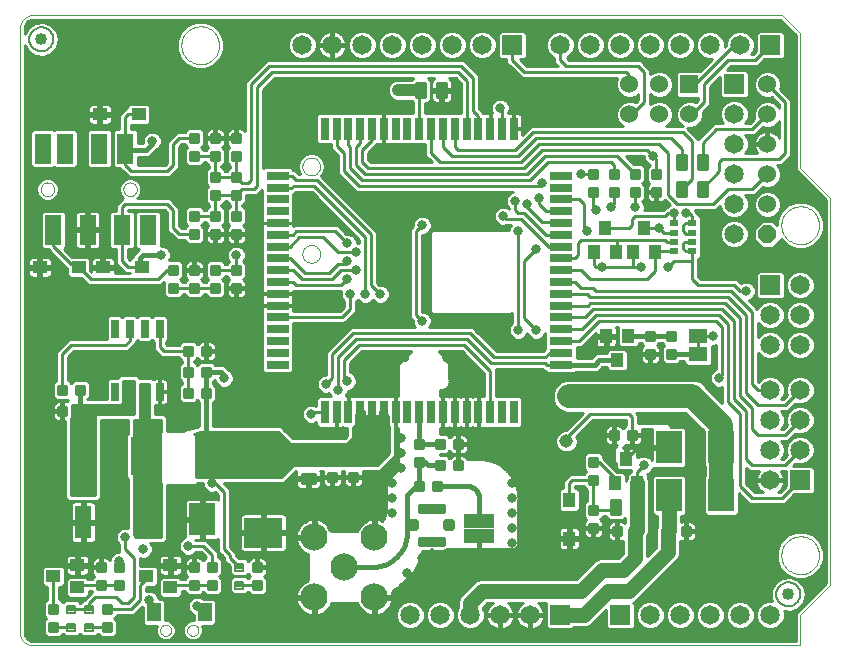
<source format=gtl>
G75*
%MOIN*%
%OFA0B0*%
%FSLAX24Y24*%
%IPPOS*%
%LPD*%
%AMOC8*
5,1,8,0,0,1.08239X$1,22.5*
%
%ADD10C,0.0000*%
%ADD11C,0.0150*%
%ADD12C,0.0200*%
%ADD13C,0.0088*%
%ADD14R,0.0550X0.1100*%
%ADD15C,0.0100*%
%ADD16R,0.1200X0.1000*%
%ADD17R,0.1250X0.1000*%
%ADD18R,0.0850X0.1080*%
%ADD19C,0.0075*%
%ADD20R,0.0402X0.0472*%
%ADD21R,0.0472X0.0402*%
%ADD22OC8,0.0600*%
%ADD23C,0.0600*%
%ADD24R,0.0551X0.0984*%
%ADD25R,0.0650X0.0650*%
%ADD26C,0.0650*%
%ADD27R,0.0600X0.0600*%
%ADD28R,0.0630X0.0460*%
%ADD29R,0.0984X0.1260*%
%ADD30R,0.1000X0.0500*%
%ADD31C,0.0400*%
%ADD32C,0.0080*%
%ADD33R,0.0450X0.0600*%
%ADD34R,0.0700X0.0400*%
%ADD35R,0.0400X0.0450*%
%ADD36R,0.0450X0.0400*%
%ADD37R,0.0300X0.0200*%
%ADD38C,0.0450*%
%ADD39R,0.0250X0.0600*%
%ADD40R,0.0760X0.0260*%
%ADD41R,0.0260X0.0760*%
%ADD42C,0.0906*%
%ADD43C,0.0800*%
%ADD44C,0.0318*%
%ADD45C,0.0160*%
%ADD46C,0.0400*%
%ADD47C,0.0500*%
D10*
X001001Y002840D02*
X026601Y002840D01*
X026601Y003840D01*
X027601Y004840D01*
X027601Y017740D01*
X026601Y018740D01*
X026601Y023240D01*
X026001Y023840D01*
X001001Y023840D01*
X000962Y023838D01*
X000923Y023832D01*
X000885Y023823D01*
X000848Y023810D01*
X000812Y023793D01*
X000779Y023773D01*
X000747Y023749D01*
X000718Y023723D01*
X000692Y023694D01*
X000668Y023662D01*
X000648Y023629D01*
X000631Y023593D01*
X000618Y023556D01*
X000609Y023518D01*
X000603Y023479D01*
X000601Y023440D01*
X000601Y003240D01*
X000603Y003201D01*
X000609Y003162D01*
X000618Y003124D01*
X000631Y003087D01*
X000648Y003051D01*
X000668Y003018D01*
X000692Y002986D01*
X000718Y002957D01*
X000747Y002931D01*
X000779Y002907D01*
X000812Y002887D01*
X000848Y002870D01*
X000885Y002857D01*
X000923Y002848D01*
X000962Y002842D01*
X001001Y002840D01*
X005261Y003340D02*
X005263Y003367D01*
X005269Y003393D01*
X005278Y003418D01*
X005291Y003441D01*
X005307Y003462D01*
X005326Y003481D01*
X005347Y003497D01*
X005370Y003510D01*
X005395Y003519D01*
X005421Y003525D01*
X005448Y003527D01*
X005475Y003525D01*
X005501Y003519D01*
X005526Y003510D01*
X005549Y003497D01*
X005570Y003481D01*
X005589Y003462D01*
X005605Y003441D01*
X005618Y003418D01*
X005627Y003393D01*
X005633Y003367D01*
X005635Y003340D01*
X005633Y003313D01*
X005627Y003287D01*
X005618Y003262D01*
X005605Y003239D01*
X005589Y003218D01*
X005570Y003199D01*
X005549Y003183D01*
X005526Y003170D01*
X005501Y003161D01*
X005475Y003155D01*
X005448Y003153D01*
X005421Y003155D01*
X005395Y003161D01*
X005370Y003170D01*
X005347Y003183D01*
X005326Y003199D01*
X005307Y003218D01*
X005291Y003239D01*
X005278Y003262D01*
X005269Y003287D01*
X005263Y003313D01*
X005261Y003340D01*
X006167Y003340D02*
X006169Y003367D01*
X006175Y003393D01*
X006184Y003418D01*
X006197Y003441D01*
X006213Y003462D01*
X006232Y003481D01*
X006253Y003497D01*
X006276Y003510D01*
X006301Y003519D01*
X006327Y003525D01*
X006354Y003527D01*
X006381Y003525D01*
X006407Y003519D01*
X006432Y003510D01*
X006455Y003497D01*
X006476Y003481D01*
X006495Y003462D01*
X006511Y003441D01*
X006524Y003418D01*
X006533Y003393D01*
X006539Y003367D01*
X006541Y003340D01*
X006539Y003313D01*
X006533Y003287D01*
X006524Y003262D01*
X006511Y003239D01*
X006495Y003218D01*
X006476Y003199D01*
X006455Y003183D01*
X006432Y003170D01*
X006407Y003161D01*
X006381Y003155D01*
X006354Y003153D01*
X006327Y003155D01*
X006301Y003161D01*
X006276Y003170D01*
X006253Y003183D01*
X006232Y003199D01*
X006213Y003218D01*
X006197Y003239D01*
X006184Y003262D01*
X006175Y003287D01*
X006169Y003313D01*
X006167Y003340D01*
X010006Y015883D02*
X010008Y015917D01*
X010014Y015951D01*
X010024Y015984D01*
X010037Y016015D01*
X010055Y016045D01*
X010075Y016073D01*
X010099Y016098D01*
X010125Y016120D01*
X010153Y016138D01*
X010184Y016154D01*
X010216Y016166D01*
X010250Y016174D01*
X010284Y016178D01*
X010318Y016178D01*
X010352Y016174D01*
X010386Y016166D01*
X010418Y016154D01*
X010448Y016138D01*
X010477Y016120D01*
X010503Y016098D01*
X010527Y016073D01*
X010547Y016045D01*
X010565Y016015D01*
X010578Y015984D01*
X010588Y015951D01*
X010594Y015917D01*
X010596Y015883D01*
X010594Y015849D01*
X010588Y015815D01*
X010578Y015782D01*
X010565Y015751D01*
X010547Y015721D01*
X010527Y015693D01*
X010503Y015668D01*
X010477Y015646D01*
X010449Y015628D01*
X010418Y015612D01*
X010386Y015600D01*
X010352Y015592D01*
X010318Y015588D01*
X010284Y015588D01*
X010250Y015592D01*
X010216Y015600D01*
X010184Y015612D01*
X010153Y015628D01*
X010125Y015646D01*
X010099Y015668D01*
X010075Y015693D01*
X010055Y015721D01*
X010037Y015751D01*
X010024Y015782D01*
X010014Y015815D01*
X010008Y015849D01*
X010006Y015883D01*
X010006Y018797D02*
X010008Y018831D01*
X010014Y018865D01*
X010024Y018898D01*
X010037Y018929D01*
X010055Y018959D01*
X010075Y018987D01*
X010099Y019012D01*
X010125Y019034D01*
X010153Y019052D01*
X010184Y019068D01*
X010216Y019080D01*
X010250Y019088D01*
X010284Y019092D01*
X010318Y019092D01*
X010352Y019088D01*
X010386Y019080D01*
X010418Y019068D01*
X010448Y019052D01*
X010477Y019034D01*
X010503Y019012D01*
X010527Y018987D01*
X010547Y018959D01*
X010565Y018929D01*
X010578Y018898D01*
X010588Y018865D01*
X010594Y018831D01*
X010596Y018797D01*
X010594Y018763D01*
X010588Y018729D01*
X010578Y018696D01*
X010565Y018665D01*
X010547Y018635D01*
X010527Y018607D01*
X010503Y018582D01*
X010477Y018560D01*
X010449Y018542D01*
X010418Y018526D01*
X010386Y018514D01*
X010352Y018506D01*
X010318Y018502D01*
X010284Y018502D01*
X010250Y018506D01*
X010216Y018514D01*
X010184Y018526D01*
X010153Y018542D01*
X010125Y018560D01*
X010099Y018582D01*
X010075Y018607D01*
X010055Y018635D01*
X010037Y018665D01*
X010024Y018696D01*
X010014Y018729D01*
X010008Y018763D01*
X010006Y018797D01*
X005971Y022840D02*
X005973Y022890D01*
X005979Y022940D01*
X005989Y022989D01*
X006003Y023037D01*
X006020Y023084D01*
X006041Y023129D01*
X006066Y023173D01*
X006094Y023214D01*
X006126Y023253D01*
X006160Y023290D01*
X006197Y023324D01*
X006237Y023354D01*
X006279Y023381D01*
X006323Y023405D01*
X006369Y023426D01*
X006416Y023442D01*
X006464Y023455D01*
X006514Y023464D01*
X006563Y023469D01*
X006614Y023470D01*
X006664Y023467D01*
X006713Y023460D01*
X006762Y023449D01*
X006810Y023434D01*
X006856Y023416D01*
X006901Y023394D01*
X006944Y023368D01*
X006985Y023339D01*
X007024Y023307D01*
X007060Y023272D01*
X007092Y023234D01*
X007122Y023194D01*
X007149Y023151D01*
X007172Y023107D01*
X007191Y023061D01*
X007207Y023013D01*
X007219Y022964D01*
X007227Y022915D01*
X007231Y022865D01*
X007231Y022815D01*
X007227Y022765D01*
X007219Y022716D01*
X007207Y022667D01*
X007191Y022619D01*
X007172Y022573D01*
X007149Y022529D01*
X007122Y022486D01*
X007092Y022446D01*
X007060Y022408D01*
X007024Y022373D01*
X006985Y022341D01*
X006944Y022312D01*
X006901Y022286D01*
X006856Y022264D01*
X006810Y022246D01*
X006762Y022231D01*
X006713Y022220D01*
X006664Y022213D01*
X006614Y022210D01*
X006563Y022211D01*
X006514Y022216D01*
X006464Y022225D01*
X006416Y022238D01*
X006369Y022254D01*
X006323Y022275D01*
X006279Y022299D01*
X006237Y022326D01*
X006197Y022356D01*
X006160Y022390D01*
X006126Y022427D01*
X006094Y022466D01*
X006066Y022507D01*
X006041Y022551D01*
X006020Y022596D01*
X006003Y022643D01*
X005989Y022691D01*
X005979Y022740D01*
X005973Y022790D01*
X005971Y022840D01*
X004036Y018040D02*
X004038Y018069D01*
X004044Y018098D01*
X004053Y018126D01*
X004066Y018153D01*
X004083Y018178D01*
X004102Y018200D01*
X004124Y018219D01*
X004149Y018236D01*
X004176Y018249D01*
X004204Y018258D01*
X004233Y018264D01*
X004262Y018266D01*
X004291Y018264D01*
X004320Y018258D01*
X004348Y018249D01*
X004375Y018236D01*
X004400Y018219D01*
X004422Y018200D01*
X004441Y018178D01*
X004458Y018153D01*
X004471Y018126D01*
X004480Y018098D01*
X004486Y018069D01*
X004488Y018040D01*
X004486Y018011D01*
X004480Y017982D01*
X004471Y017954D01*
X004458Y017927D01*
X004441Y017902D01*
X004422Y017880D01*
X004400Y017861D01*
X004375Y017844D01*
X004348Y017831D01*
X004320Y017822D01*
X004291Y017816D01*
X004262Y017814D01*
X004233Y017816D01*
X004204Y017822D01*
X004176Y017831D01*
X004149Y017844D01*
X004124Y017861D01*
X004102Y017880D01*
X004083Y017902D01*
X004066Y017927D01*
X004053Y017954D01*
X004044Y017982D01*
X004038Y018011D01*
X004036Y018040D01*
X001280Y018040D02*
X001282Y018069D01*
X001288Y018098D01*
X001297Y018126D01*
X001310Y018153D01*
X001327Y018178D01*
X001346Y018200D01*
X001368Y018219D01*
X001393Y018236D01*
X001420Y018249D01*
X001448Y018258D01*
X001477Y018264D01*
X001506Y018266D01*
X001535Y018264D01*
X001564Y018258D01*
X001592Y018249D01*
X001619Y018236D01*
X001644Y018219D01*
X001666Y018200D01*
X001685Y018178D01*
X001702Y018153D01*
X001715Y018126D01*
X001724Y018098D01*
X001730Y018069D01*
X001732Y018040D01*
X001730Y018011D01*
X001724Y017982D01*
X001715Y017954D01*
X001702Y017927D01*
X001685Y017902D01*
X001666Y017880D01*
X001644Y017861D01*
X001619Y017844D01*
X001592Y017831D01*
X001564Y017822D01*
X001535Y017816D01*
X001506Y017814D01*
X001477Y017816D01*
X001448Y017822D01*
X001420Y017831D01*
X001393Y017844D01*
X001368Y017861D01*
X001346Y017880D01*
X001327Y017902D01*
X001310Y017927D01*
X001297Y017954D01*
X001288Y017982D01*
X001282Y018011D01*
X001280Y018040D01*
X025971Y016840D02*
X025973Y016890D01*
X025979Y016940D01*
X025989Y016989D01*
X026003Y017037D01*
X026020Y017084D01*
X026041Y017129D01*
X026066Y017173D01*
X026094Y017214D01*
X026126Y017253D01*
X026160Y017290D01*
X026197Y017324D01*
X026237Y017354D01*
X026279Y017381D01*
X026323Y017405D01*
X026369Y017426D01*
X026416Y017442D01*
X026464Y017455D01*
X026514Y017464D01*
X026563Y017469D01*
X026614Y017470D01*
X026664Y017467D01*
X026713Y017460D01*
X026762Y017449D01*
X026810Y017434D01*
X026856Y017416D01*
X026901Y017394D01*
X026944Y017368D01*
X026985Y017339D01*
X027024Y017307D01*
X027060Y017272D01*
X027092Y017234D01*
X027122Y017194D01*
X027149Y017151D01*
X027172Y017107D01*
X027191Y017061D01*
X027207Y017013D01*
X027219Y016964D01*
X027227Y016915D01*
X027231Y016865D01*
X027231Y016815D01*
X027227Y016765D01*
X027219Y016716D01*
X027207Y016667D01*
X027191Y016619D01*
X027172Y016573D01*
X027149Y016529D01*
X027122Y016486D01*
X027092Y016446D01*
X027060Y016408D01*
X027024Y016373D01*
X026985Y016341D01*
X026944Y016312D01*
X026901Y016286D01*
X026856Y016264D01*
X026810Y016246D01*
X026762Y016231D01*
X026713Y016220D01*
X026664Y016213D01*
X026614Y016210D01*
X026563Y016211D01*
X026514Y016216D01*
X026464Y016225D01*
X026416Y016238D01*
X026369Y016254D01*
X026323Y016275D01*
X026279Y016299D01*
X026237Y016326D01*
X026197Y016356D01*
X026160Y016390D01*
X026126Y016427D01*
X026094Y016466D01*
X026066Y016507D01*
X026041Y016551D01*
X026020Y016596D01*
X026003Y016643D01*
X025989Y016691D01*
X025979Y016740D01*
X025973Y016790D01*
X025971Y016840D01*
X025971Y005840D02*
X025973Y005890D01*
X025979Y005940D01*
X025989Y005989D01*
X026003Y006037D01*
X026020Y006084D01*
X026041Y006129D01*
X026066Y006173D01*
X026094Y006214D01*
X026126Y006253D01*
X026160Y006290D01*
X026197Y006324D01*
X026237Y006354D01*
X026279Y006381D01*
X026323Y006405D01*
X026369Y006426D01*
X026416Y006442D01*
X026464Y006455D01*
X026514Y006464D01*
X026563Y006469D01*
X026614Y006470D01*
X026664Y006467D01*
X026713Y006460D01*
X026762Y006449D01*
X026810Y006434D01*
X026856Y006416D01*
X026901Y006394D01*
X026944Y006368D01*
X026985Y006339D01*
X027024Y006307D01*
X027060Y006272D01*
X027092Y006234D01*
X027122Y006194D01*
X027149Y006151D01*
X027172Y006107D01*
X027191Y006061D01*
X027207Y006013D01*
X027219Y005964D01*
X027227Y005915D01*
X027231Y005865D01*
X027231Y005815D01*
X027227Y005765D01*
X027219Y005716D01*
X027207Y005667D01*
X027191Y005619D01*
X027172Y005573D01*
X027149Y005529D01*
X027122Y005486D01*
X027092Y005446D01*
X027060Y005408D01*
X027024Y005373D01*
X026985Y005341D01*
X026944Y005312D01*
X026901Y005286D01*
X026856Y005264D01*
X026810Y005246D01*
X026762Y005231D01*
X026713Y005220D01*
X026664Y005213D01*
X026614Y005210D01*
X026563Y005211D01*
X026514Y005216D01*
X026464Y005225D01*
X026416Y005238D01*
X026369Y005254D01*
X026323Y005275D01*
X026279Y005299D01*
X026237Y005326D01*
X026197Y005356D01*
X026160Y005390D01*
X026126Y005427D01*
X026094Y005466D01*
X026066Y005507D01*
X026041Y005551D01*
X026020Y005596D01*
X026003Y005643D01*
X025989Y005691D01*
X025979Y005740D01*
X025973Y005790D01*
X025971Y005840D01*
D11*
X014676Y006215D02*
X013926Y006215D01*
X013926Y006365D01*
X014676Y006365D01*
X014676Y006215D01*
X014676Y006364D02*
X013926Y006364D01*
X013926Y007315D02*
X014676Y007315D01*
X013926Y007315D02*
X013926Y007465D01*
X014676Y007465D01*
X014676Y007315D01*
X014676Y007464D02*
X013926Y007464D01*
D12*
X013801Y006940D02*
X013601Y006940D01*
X013801Y006940D02*
X013801Y006740D01*
X013601Y006740D01*
X013601Y006940D01*
X013601Y006939D02*
X013801Y006939D01*
X014801Y006940D02*
X015001Y006940D01*
X015001Y006740D01*
X014801Y006740D01*
X014801Y006940D01*
X014801Y006939D02*
X015001Y006939D01*
D13*
X014632Y008271D02*
X014370Y008271D01*
X014632Y008271D02*
X014632Y008009D01*
X014370Y008009D01*
X014370Y008271D01*
X014370Y008096D02*
X014632Y008096D01*
X014632Y008183D02*
X014370Y008183D01*
X014370Y008270D02*
X014632Y008270D01*
X014732Y008971D02*
X014470Y008971D01*
X014732Y008971D02*
X014732Y008709D01*
X014470Y008709D01*
X014470Y008971D01*
X014470Y008796D02*
X014732Y008796D01*
X014732Y008883D02*
X014470Y008883D01*
X014470Y008970D02*
X014732Y008970D01*
X015070Y008971D02*
X015332Y008971D01*
X015332Y008709D01*
X015070Y008709D01*
X015070Y008971D01*
X015070Y008796D02*
X015332Y008796D01*
X015332Y008883D02*
X015070Y008883D01*
X015070Y008970D02*
X015332Y008970D01*
X015332Y009671D02*
X015070Y009671D01*
X015332Y009671D02*
X015332Y009409D01*
X015070Y009409D01*
X015070Y009671D01*
X015070Y009496D02*
X015332Y009496D01*
X015332Y009583D02*
X015070Y009583D01*
X015070Y009670D02*
X015332Y009670D01*
X014732Y009671D02*
X014470Y009671D01*
X014732Y009671D02*
X014732Y009409D01*
X014470Y009409D01*
X014470Y009671D01*
X014470Y009496D02*
X014732Y009496D01*
X014732Y009583D02*
X014470Y009583D01*
X014470Y009670D02*
X014732Y009670D01*
X014032Y009671D02*
X014032Y009409D01*
X013770Y009409D01*
X013770Y009671D01*
X014032Y009671D01*
X014032Y009496D02*
X013770Y009496D01*
X013770Y009583D02*
X014032Y009583D01*
X014032Y009670D02*
X013770Y009670D01*
X014032Y009071D02*
X014032Y008809D01*
X013770Y008809D01*
X013770Y009071D01*
X014032Y009071D01*
X014032Y008896D02*
X013770Y008896D01*
X013770Y008983D02*
X014032Y008983D01*
X014032Y009070D02*
X013770Y009070D01*
X013770Y008271D02*
X014032Y008271D01*
X014032Y008009D01*
X013770Y008009D01*
X013770Y008271D01*
X013770Y008096D02*
X014032Y008096D01*
X014032Y008183D02*
X013770Y008183D01*
X013770Y008270D02*
X014032Y008270D01*
X011832Y008309D02*
X011832Y008571D01*
X011832Y008309D02*
X011570Y008309D01*
X011570Y008571D01*
X011832Y008571D01*
X011832Y008396D02*
X011570Y008396D01*
X011570Y008483D02*
X011832Y008483D01*
X011832Y008570D02*
X011570Y008570D01*
X011832Y008909D02*
X011832Y009171D01*
X011832Y008909D02*
X011570Y008909D01*
X011570Y009171D01*
X011832Y009171D01*
X011832Y008996D02*
X011570Y008996D01*
X011570Y009083D02*
X011832Y009083D01*
X011832Y009170D02*
X011570Y009170D01*
X011132Y009171D02*
X011132Y008909D01*
X010870Y008909D01*
X010870Y009171D01*
X011132Y009171D01*
X011132Y008996D02*
X010870Y008996D01*
X010870Y009083D02*
X011132Y009083D01*
X011132Y009170D02*
X010870Y009170D01*
X011132Y008571D02*
X011132Y008309D01*
X010870Y008309D01*
X010870Y008571D01*
X011132Y008571D01*
X011132Y008396D02*
X010870Y008396D01*
X010870Y008483D02*
X011132Y008483D01*
X011132Y008570D02*
X010870Y008570D01*
X008370Y005571D02*
X008370Y005309D01*
X008370Y005571D02*
X008632Y005571D01*
X008632Y005309D01*
X008370Y005309D01*
X008370Y005396D02*
X008632Y005396D01*
X008632Y005483D02*
X008370Y005483D01*
X008370Y005570D02*
X008632Y005570D01*
X008370Y004971D02*
X008370Y004709D01*
X008370Y004971D02*
X008632Y004971D01*
X008632Y004709D01*
X008370Y004709D01*
X008370Y004796D02*
X008632Y004796D01*
X008632Y004883D02*
X008370Y004883D01*
X008370Y004970D02*
X008632Y004970D01*
X006870Y004971D02*
X006870Y004709D01*
X006870Y004971D02*
X007132Y004971D01*
X007132Y004709D01*
X006870Y004709D01*
X006870Y004796D02*
X007132Y004796D01*
X007132Y004883D02*
X006870Y004883D01*
X006870Y004970D02*
X007132Y004970D01*
X006870Y005309D02*
X006870Y005571D01*
X007132Y005571D01*
X007132Y005309D01*
X006870Y005309D01*
X006870Y005396D02*
X007132Y005396D01*
X007132Y005483D02*
X006870Y005483D01*
X006870Y005570D02*
X007132Y005570D01*
X006532Y005571D02*
X006532Y005309D01*
X006270Y005309D01*
X006270Y005571D01*
X006532Y005571D01*
X006532Y005396D02*
X006270Y005396D01*
X006270Y005483D02*
X006532Y005483D01*
X006532Y005570D02*
X006270Y005570D01*
X006532Y004971D02*
X006532Y004709D01*
X006270Y004709D01*
X006270Y004971D01*
X006532Y004971D01*
X006532Y004796D02*
X006270Y004796D01*
X006270Y004883D02*
X006532Y004883D01*
X006532Y004970D02*
X006270Y004970D01*
X003770Y004971D02*
X003770Y004709D01*
X003770Y004971D02*
X004032Y004971D01*
X004032Y004709D01*
X003770Y004709D01*
X003770Y004796D02*
X004032Y004796D01*
X004032Y004883D02*
X003770Y004883D01*
X003770Y004970D02*
X004032Y004970D01*
X003770Y005309D02*
X003770Y005571D01*
X004032Y005571D01*
X004032Y005309D01*
X003770Y005309D01*
X003770Y005396D02*
X004032Y005396D01*
X004032Y005483D02*
X003770Y005483D01*
X003770Y005570D02*
X004032Y005570D01*
X003432Y005571D02*
X003432Y005309D01*
X003170Y005309D01*
X003170Y005571D01*
X003432Y005571D01*
X003432Y005396D02*
X003170Y005396D01*
X003170Y005483D02*
X003432Y005483D01*
X003432Y005570D02*
X003170Y005570D01*
X003432Y004971D02*
X003432Y004709D01*
X003170Y004709D01*
X003170Y004971D01*
X003432Y004971D01*
X003432Y004796D02*
X003170Y004796D01*
X003170Y004883D02*
X003432Y004883D01*
X003432Y004970D02*
X003170Y004970D01*
X003632Y004171D02*
X003632Y003909D01*
X003370Y003909D01*
X003370Y004171D01*
X003632Y004171D01*
X003632Y003996D02*
X003370Y003996D01*
X003370Y004083D02*
X003632Y004083D01*
X003632Y004170D02*
X003370Y004170D01*
X003632Y003571D02*
X003632Y003309D01*
X003370Y003309D01*
X003370Y003571D01*
X003632Y003571D01*
X003632Y003396D02*
X003370Y003396D01*
X003370Y003483D02*
X003632Y003483D01*
X003632Y003570D02*
X003370Y003570D01*
X001832Y003571D02*
X001832Y003309D01*
X001570Y003309D01*
X001570Y003571D01*
X001832Y003571D01*
X001832Y003396D02*
X001570Y003396D01*
X001570Y003483D02*
X001832Y003483D01*
X001832Y003570D02*
X001570Y003570D01*
X001832Y003909D02*
X001832Y004171D01*
X001832Y003909D02*
X001570Y003909D01*
X001570Y004171D01*
X001832Y004171D01*
X001832Y003996D02*
X001570Y003996D01*
X001570Y004083D02*
X001832Y004083D01*
X001832Y004170D02*
X001570Y004170D01*
X001870Y010509D02*
X002132Y010509D01*
X001870Y010509D02*
X001870Y010771D01*
X002132Y010771D01*
X002132Y010509D01*
X002132Y010596D02*
X001870Y010596D01*
X001870Y010683D02*
X002132Y010683D01*
X002132Y010770D02*
X001870Y010770D01*
X001870Y011209D02*
X002132Y011209D01*
X001870Y011209D02*
X001870Y011471D01*
X002132Y011471D01*
X002132Y011209D01*
X002132Y011296D02*
X001870Y011296D01*
X001870Y011383D02*
X002132Y011383D01*
X002132Y011470D02*
X001870Y011470D01*
X002470Y011209D02*
X002732Y011209D01*
X002470Y011209D02*
X002470Y011471D01*
X002732Y011471D01*
X002732Y011209D01*
X002732Y011296D02*
X002470Y011296D01*
X002470Y011383D02*
X002732Y011383D01*
X002732Y011470D02*
X002470Y011470D01*
X002470Y010509D02*
X002732Y010509D01*
X002470Y010509D02*
X002470Y010771D01*
X002732Y010771D01*
X002732Y010509D01*
X002732Y010596D02*
X002470Y010596D01*
X002470Y010683D02*
X002732Y010683D01*
X002732Y010770D02*
X002470Y010770D01*
X006070Y011371D02*
X006332Y011371D01*
X006332Y011109D01*
X006070Y011109D01*
X006070Y011371D01*
X006070Y011196D02*
X006332Y011196D01*
X006332Y011283D02*
X006070Y011283D01*
X006070Y011370D02*
X006332Y011370D01*
X006670Y011371D02*
X006932Y011371D01*
X006932Y011109D01*
X006670Y011109D01*
X006670Y011371D01*
X006670Y011196D02*
X006932Y011196D01*
X006932Y011283D02*
X006670Y011283D01*
X006670Y011370D02*
X006932Y011370D01*
X006932Y011809D02*
X006670Y011809D01*
X006670Y012071D01*
X006932Y012071D01*
X006932Y011809D01*
X006932Y011896D02*
X006670Y011896D01*
X006670Y011983D02*
X006932Y011983D01*
X006932Y012070D02*
X006670Y012070D01*
X006332Y011809D02*
X006070Y011809D01*
X006070Y012071D01*
X006332Y012071D01*
X006332Y011809D01*
X006332Y011896D02*
X006070Y011896D01*
X006070Y011983D02*
X006332Y011983D01*
X006332Y012070D02*
X006070Y012070D01*
X006070Y012509D02*
X006332Y012509D01*
X006070Y012509D02*
X006070Y012771D01*
X006332Y012771D01*
X006332Y012509D01*
X006332Y012596D02*
X006070Y012596D01*
X006070Y012683D02*
X006332Y012683D01*
X006332Y012770D02*
X006070Y012770D01*
X006670Y012509D02*
X006932Y012509D01*
X006670Y012509D02*
X006670Y012771D01*
X006932Y012771D01*
X006932Y012509D01*
X006932Y012596D02*
X006670Y012596D01*
X006670Y012683D02*
X006932Y012683D01*
X006932Y012770D02*
X006670Y012770D01*
X006270Y014609D02*
X006270Y014871D01*
X006532Y014871D01*
X006532Y014609D01*
X006270Y014609D01*
X006270Y014696D02*
X006532Y014696D01*
X006532Y014783D02*
X006270Y014783D01*
X006270Y014870D02*
X006532Y014870D01*
X006270Y015209D02*
X006270Y015471D01*
X006532Y015471D01*
X006532Y015209D01*
X006270Y015209D01*
X006270Y015296D02*
X006532Y015296D01*
X006532Y015383D02*
X006270Y015383D01*
X006270Y015470D02*
X006532Y015470D01*
X006970Y015471D02*
X006970Y015209D01*
X006970Y015471D02*
X007232Y015471D01*
X007232Y015209D01*
X006970Y015209D01*
X006970Y015296D02*
X007232Y015296D01*
X007232Y015383D02*
X006970Y015383D01*
X006970Y015470D02*
X007232Y015470D01*
X007670Y015471D02*
X007670Y015209D01*
X007670Y015471D02*
X007932Y015471D01*
X007932Y015209D01*
X007670Y015209D01*
X007670Y015296D02*
X007932Y015296D01*
X007932Y015383D02*
X007670Y015383D01*
X007670Y015470D02*
X007932Y015470D01*
X007670Y014871D02*
X007670Y014609D01*
X007670Y014871D02*
X007932Y014871D01*
X007932Y014609D01*
X007670Y014609D01*
X007670Y014696D02*
X007932Y014696D01*
X007932Y014783D02*
X007670Y014783D01*
X007670Y014870D02*
X007932Y014870D01*
X006970Y014871D02*
X006970Y014609D01*
X006970Y014871D02*
X007232Y014871D01*
X007232Y014609D01*
X006970Y014609D01*
X006970Y014696D02*
X007232Y014696D01*
X007232Y014783D02*
X006970Y014783D01*
X006970Y014870D02*
X007232Y014870D01*
X005832Y014871D02*
X005832Y014609D01*
X005570Y014609D01*
X005570Y014871D01*
X005832Y014871D01*
X005832Y014696D02*
X005570Y014696D01*
X005570Y014783D02*
X005832Y014783D01*
X005832Y014870D02*
X005570Y014870D01*
X005832Y015209D02*
X005832Y015471D01*
X005832Y015209D02*
X005570Y015209D01*
X005570Y015471D01*
X005832Y015471D01*
X005832Y015296D02*
X005570Y015296D01*
X005570Y015383D02*
X005832Y015383D01*
X005832Y015470D02*
X005570Y015470D01*
X006270Y016409D02*
X006270Y016671D01*
X006532Y016671D01*
X006532Y016409D01*
X006270Y016409D01*
X006270Y016496D02*
X006532Y016496D01*
X006532Y016583D02*
X006270Y016583D01*
X006270Y016670D02*
X006532Y016670D01*
X006270Y017009D02*
X006270Y017271D01*
X006532Y017271D01*
X006532Y017009D01*
X006270Y017009D01*
X006270Y017096D02*
X006532Y017096D01*
X006532Y017183D02*
X006270Y017183D01*
X006270Y017270D02*
X006532Y017270D01*
X007232Y017271D02*
X007232Y017009D01*
X006970Y017009D01*
X006970Y017271D01*
X007232Y017271D01*
X007232Y017096D02*
X006970Y017096D01*
X006970Y017183D02*
X007232Y017183D01*
X007232Y017270D02*
X006970Y017270D01*
X007232Y017709D02*
X007232Y017971D01*
X007232Y017709D02*
X006970Y017709D01*
X006970Y017971D01*
X007232Y017971D01*
X007232Y017796D02*
X006970Y017796D01*
X006970Y017883D02*
X007232Y017883D01*
X007232Y017970D02*
X006970Y017970D01*
X007232Y018309D02*
X007232Y018571D01*
X007232Y018309D02*
X006970Y018309D01*
X006970Y018571D01*
X007232Y018571D01*
X007232Y018396D02*
X006970Y018396D01*
X006970Y018483D02*
X007232Y018483D01*
X007232Y018570D02*
X006970Y018570D01*
X007232Y019009D02*
X007232Y019271D01*
X007232Y019009D02*
X006970Y019009D01*
X006970Y019271D01*
X007232Y019271D01*
X007232Y019096D02*
X006970Y019096D01*
X006970Y019183D02*
X007232Y019183D01*
X007232Y019270D02*
X006970Y019270D01*
X007232Y019609D02*
X007232Y019871D01*
X007232Y019609D02*
X006970Y019609D01*
X006970Y019871D01*
X007232Y019871D01*
X007232Y019696D02*
X006970Y019696D01*
X006970Y019783D02*
X007232Y019783D01*
X007232Y019870D02*
X006970Y019870D01*
X006532Y019871D02*
X006532Y019609D01*
X006270Y019609D01*
X006270Y019871D01*
X006532Y019871D01*
X006532Y019696D02*
X006270Y019696D01*
X006270Y019783D02*
X006532Y019783D01*
X006532Y019870D02*
X006270Y019870D01*
X006532Y019271D02*
X006532Y019009D01*
X006270Y019009D01*
X006270Y019271D01*
X006532Y019271D01*
X006532Y019096D02*
X006270Y019096D01*
X006270Y019183D02*
X006532Y019183D01*
X006532Y019270D02*
X006270Y019270D01*
X007932Y019271D02*
X007932Y019009D01*
X007670Y019009D01*
X007670Y019271D01*
X007932Y019271D01*
X007932Y019096D02*
X007670Y019096D01*
X007670Y019183D02*
X007932Y019183D01*
X007932Y019270D02*
X007670Y019270D01*
X007932Y019609D02*
X007932Y019871D01*
X007932Y019609D02*
X007670Y019609D01*
X007670Y019871D01*
X007932Y019871D01*
X007932Y019696D02*
X007670Y019696D01*
X007670Y019783D02*
X007932Y019783D01*
X007932Y019870D02*
X007670Y019870D01*
X007932Y018571D02*
X007932Y018309D01*
X007670Y018309D01*
X007670Y018571D01*
X007932Y018571D01*
X007932Y018396D02*
X007670Y018396D01*
X007670Y018483D02*
X007932Y018483D01*
X007932Y018570D02*
X007670Y018570D01*
X007932Y017971D02*
X007932Y017709D01*
X007670Y017709D01*
X007670Y017971D01*
X007932Y017971D01*
X007932Y017796D02*
X007670Y017796D01*
X007670Y017883D02*
X007932Y017883D01*
X007932Y017970D02*
X007670Y017970D01*
X007932Y017271D02*
X007932Y017009D01*
X007670Y017009D01*
X007670Y017271D01*
X007932Y017271D01*
X007932Y017096D02*
X007670Y017096D01*
X007670Y017183D02*
X007932Y017183D01*
X007932Y017270D02*
X007670Y017270D01*
X007932Y016671D02*
X007932Y016409D01*
X007670Y016409D01*
X007670Y016671D01*
X007932Y016671D01*
X007932Y016496D02*
X007670Y016496D01*
X007670Y016583D02*
X007932Y016583D01*
X007932Y016670D02*
X007670Y016670D01*
X007232Y016671D02*
X007232Y016409D01*
X006970Y016409D01*
X006970Y016671D01*
X007232Y016671D01*
X007232Y016496D02*
X006970Y016496D01*
X006970Y016583D02*
X007232Y016583D01*
X007232Y016670D02*
X006970Y016670D01*
X019832Y017809D02*
X019832Y018071D01*
X019832Y017809D02*
X019570Y017809D01*
X019570Y018071D01*
X019832Y018071D01*
X019832Y017896D02*
X019570Y017896D01*
X019570Y017983D02*
X019832Y017983D01*
X019832Y018070D02*
X019570Y018070D01*
X019832Y018409D02*
X019832Y018671D01*
X019832Y018409D02*
X019570Y018409D01*
X019570Y018671D01*
X019832Y018671D01*
X019832Y018496D02*
X019570Y018496D01*
X019570Y018583D02*
X019832Y018583D01*
X019832Y018670D02*
X019570Y018670D01*
X020532Y018671D02*
X020532Y018409D01*
X020270Y018409D01*
X020270Y018671D01*
X020532Y018671D01*
X020532Y018496D02*
X020270Y018496D01*
X020270Y018583D02*
X020532Y018583D01*
X020532Y018670D02*
X020270Y018670D01*
X020532Y018071D02*
X020532Y017809D01*
X020270Y017809D01*
X020270Y018071D01*
X020532Y018071D01*
X020532Y017896D02*
X020270Y017896D01*
X020270Y017983D02*
X020532Y017983D01*
X020532Y018070D02*
X020270Y018070D01*
X020970Y018071D02*
X020970Y017809D01*
X020970Y018071D02*
X021232Y018071D01*
X021232Y017809D01*
X020970Y017809D01*
X020970Y017896D02*
X021232Y017896D01*
X021232Y017983D02*
X020970Y017983D01*
X020970Y018070D02*
X021232Y018070D01*
X020970Y018409D02*
X020970Y018671D01*
X021232Y018671D01*
X021232Y018409D01*
X020970Y018409D01*
X020970Y018496D02*
X021232Y018496D01*
X021232Y018583D02*
X020970Y018583D01*
X020970Y018670D02*
X021232Y018670D01*
X021670Y018671D02*
X021670Y018409D01*
X021670Y018671D02*
X021932Y018671D01*
X021932Y018409D01*
X021670Y018409D01*
X021670Y018496D02*
X021932Y018496D01*
X021932Y018583D02*
X021670Y018583D01*
X021670Y018670D02*
X021932Y018670D01*
X021670Y018071D02*
X021670Y017809D01*
X021670Y018071D02*
X021932Y018071D01*
X021932Y017809D01*
X021670Y017809D01*
X021670Y017896D02*
X021932Y017896D01*
X021932Y017983D02*
X021670Y017983D01*
X021670Y018070D02*
X021932Y018070D01*
X021470Y013271D02*
X021470Y013009D01*
X021470Y013271D02*
X021732Y013271D01*
X021732Y013009D01*
X021470Y013009D01*
X021470Y013096D02*
X021732Y013096D01*
X021732Y013183D02*
X021470Y013183D01*
X021470Y013270D02*
X021732Y013270D01*
X022432Y013271D02*
X022432Y013009D01*
X022170Y013009D01*
X022170Y013271D01*
X022432Y013271D01*
X022432Y013096D02*
X022170Y013096D01*
X022170Y013183D02*
X022432Y013183D01*
X022432Y013270D02*
X022170Y013270D01*
X022432Y012671D02*
X022432Y012409D01*
X022170Y012409D01*
X022170Y012671D01*
X022432Y012671D01*
X022432Y012496D02*
X022170Y012496D01*
X022170Y012583D02*
X022432Y012583D01*
X022432Y012670D02*
X022170Y012670D01*
X021470Y012671D02*
X021470Y012409D01*
X021470Y012671D02*
X021732Y012671D01*
X021732Y012409D01*
X021470Y012409D01*
X021470Y012496D02*
X021732Y012496D01*
X021732Y012583D02*
X021470Y012583D01*
X021470Y012670D02*
X021732Y012670D01*
X021132Y009971D02*
X020870Y009971D01*
X021132Y009971D02*
X021132Y009709D01*
X020870Y009709D01*
X020870Y009971D01*
X020870Y009796D02*
X021132Y009796D01*
X021132Y009883D02*
X020870Y009883D01*
X020870Y009970D02*
X021132Y009970D01*
X020532Y009971D02*
X020270Y009971D01*
X020532Y009971D02*
X020532Y009709D01*
X020270Y009709D01*
X020270Y009971D01*
X020270Y009796D02*
X020532Y009796D01*
X020532Y009883D02*
X020270Y009883D01*
X020270Y009970D02*
X020532Y009970D01*
X019570Y009071D02*
X019570Y008809D01*
X019570Y009071D02*
X019832Y009071D01*
X019832Y008809D01*
X019570Y008809D01*
X019570Y008896D02*
X019832Y008896D01*
X019832Y008983D02*
X019570Y008983D01*
X019570Y009070D02*
X019832Y009070D01*
X019570Y008471D02*
X019570Y008209D01*
X019570Y008471D02*
X019832Y008471D01*
X019832Y008209D01*
X019570Y008209D01*
X019570Y008296D02*
X019832Y008296D01*
X019832Y008383D02*
X019570Y008383D01*
X019570Y008470D02*
X019832Y008470D01*
X019570Y007471D02*
X019570Y007209D01*
X019570Y007471D02*
X019832Y007471D01*
X019832Y007209D01*
X019570Y007209D01*
X019570Y007296D02*
X019832Y007296D01*
X019832Y007383D02*
X019570Y007383D01*
X019570Y007470D02*
X019832Y007470D01*
X019570Y006871D02*
X019570Y006609D01*
X019570Y006871D02*
X019832Y006871D01*
X019832Y006609D01*
X019570Y006609D01*
X019570Y006696D02*
X019832Y006696D01*
X019832Y006783D02*
X019570Y006783D01*
X019570Y006870D02*
X019832Y006870D01*
X020370Y006509D02*
X020632Y006509D01*
X020370Y006509D02*
X020370Y006771D01*
X020632Y006771D01*
X020632Y006509D01*
X020632Y006596D02*
X020370Y006596D01*
X020370Y006683D02*
X020632Y006683D01*
X020632Y006770D02*
X020370Y006770D01*
X020970Y006509D02*
X021232Y006509D01*
X020970Y006509D02*
X020970Y006771D01*
X021232Y006771D01*
X021232Y006509D01*
X021232Y006596D02*
X020970Y006596D01*
X020970Y006683D02*
X021232Y006683D01*
X021232Y006770D02*
X020970Y006770D01*
X022070Y006771D02*
X022332Y006771D01*
X022332Y006509D01*
X022070Y006509D01*
X022070Y006771D01*
X022070Y006596D02*
X022332Y006596D01*
X022332Y006683D02*
X022070Y006683D01*
X022070Y006770D02*
X022332Y006770D01*
X022670Y006771D02*
X022932Y006771D01*
X022932Y006509D01*
X022670Y006509D01*
X022670Y006771D01*
X022670Y006596D02*
X022932Y006596D01*
X022932Y006683D02*
X022670Y006683D01*
X022670Y006770D02*
X022932Y006770D01*
D14*
X002701Y006940D03*
X002701Y009140D03*
D15*
X002301Y009144D02*
X003101Y009144D01*
X003101Y009242D02*
X002301Y009242D01*
X002301Y009341D02*
X003101Y009341D01*
X003101Y009439D02*
X002301Y009439D01*
X002301Y009538D02*
X003101Y009538D01*
X003101Y009636D02*
X002301Y009636D01*
X002301Y009735D02*
X003101Y009735D01*
X003101Y009833D02*
X002301Y009833D01*
X002301Y009932D02*
X003101Y009932D01*
X003101Y010030D02*
X002301Y010030D01*
X002301Y010129D02*
X003101Y010129D01*
X003101Y010227D02*
X002301Y010227D01*
X002301Y010326D02*
X003101Y010326D01*
X003101Y010424D02*
X002322Y010424D01*
X002326Y010428D02*
X002301Y010403D01*
X002301Y007840D01*
X003101Y007840D01*
X003101Y010540D01*
X004401Y010540D01*
X004401Y011640D01*
X004026Y011640D01*
X004026Y010928D01*
X004001Y010903D01*
X004001Y010840D01*
X002326Y010840D01*
X002326Y010428D01*
X002326Y010523D02*
X003101Y010523D01*
X003301Y010340D02*
X004201Y010340D01*
X004201Y009896D01*
X004137Y009832D01*
X004137Y008448D01*
X004201Y008384D01*
X004201Y006733D01*
X004162Y006749D01*
X004039Y006749D01*
X003926Y006702D01*
X003839Y006615D01*
X003792Y006501D01*
X003792Y006378D01*
X003839Y006265D01*
X003901Y006203D01*
X003901Y005957D01*
X003909Y005949D01*
X003839Y005949D01*
X003726Y005902D01*
X003639Y005815D01*
X003592Y005701D01*
X003592Y005682D01*
X003587Y005690D01*
X003551Y005726D01*
X003507Y005752D01*
X003458Y005765D01*
X003338Y005765D01*
X003338Y005477D01*
X003263Y005477D01*
X003263Y005402D01*
X002976Y005402D01*
X002976Y005283D01*
X002989Y005234D01*
X003015Y005190D01*
X003051Y005154D01*
X003068Y005144D01*
X002976Y005051D01*
X002976Y005040D01*
X002864Y005040D01*
X002788Y005116D01*
X002214Y005116D01*
X002126Y005028D01*
X002126Y004504D01*
X002214Y004416D01*
X002788Y004416D01*
X002876Y004504D01*
X002876Y004640D01*
X002976Y004640D01*
X002976Y004628D01*
X002991Y004613D01*
X002876Y004613D01*
X002901Y004523D02*
X002991Y004613D01*
X002901Y004523D02*
X002901Y004523D01*
X002818Y004440D01*
X002718Y004340D01*
X002686Y004340D01*
X002601Y004255D01*
X002516Y004340D01*
X002086Y004340D01*
X002012Y004266D01*
X001912Y004365D01*
X001901Y004365D01*
X001901Y004790D01*
X001988Y004790D01*
X002076Y004878D01*
X002076Y005402D01*
X001988Y005490D01*
X001414Y005490D01*
X001326Y005402D01*
X001326Y004878D01*
X001414Y004790D01*
X001501Y004790D01*
X001501Y004365D01*
X001489Y004365D01*
X001376Y004251D01*
X001376Y003828D01*
X001464Y003740D01*
X001376Y003651D01*
X001376Y003228D01*
X001489Y003115D01*
X001912Y003115D01*
X002012Y003214D01*
X002086Y003140D01*
X002516Y003140D01*
X002601Y003225D01*
X002686Y003140D01*
X003116Y003140D01*
X003190Y003214D01*
X003289Y003115D01*
X003712Y003115D01*
X003826Y003228D01*
X003826Y003651D01*
X003737Y003740D01*
X003826Y003828D01*
X003826Y003840D01*
X004384Y003840D01*
X004674Y004130D01*
X004676Y004128D01*
X004676Y003578D01*
X004764Y003490D01*
X005146Y003490D01*
X005111Y003407D01*
X005111Y003273D01*
X005162Y003149D01*
X005257Y003054D01*
X005381Y003003D01*
X005515Y003003D01*
X005639Y003054D01*
X005734Y003149D01*
X005785Y003273D01*
X005785Y003407D01*
X005734Y003531D01*
X005639Y003626D01*
X005515Y003677D01*
X005426Y003677D01*
X005426Y004302D01*
X005338Y004390D01*
X005210Y004390D01*
X005210Y004401D01*
X005163Y004515D01*
X005076Y004602D01*
X004962Y004649D01*
X004839Y004649D01*
X004801Y004633D01*
X004801Y004757D01*
X004834Y004790D01*
X005088Y004790D01*
X005176Y004878D01*
X005176Y005402D01*
X005088Y005490D01*
X004601Y005490D01*
X004601Y005747D01*
X004639Y005731D01*
X004762Y005731D01*
X004876Y005778D01*
X004963Y005865D01*
X005010Y005978D01*
X005010Y006101D01*
X004963Y006215D01*
X004938Y006240D01*
X005384Y006240D01*
X005501Y006357D01*
X005501Y006433D01*
X005506Y006438D01*
X005506Y007642D01*
X005501Y007647D01*
X005501Y008190D01*
X006463Y008190D01*
X006513Y008240D01*
X006692Y008240D01*
X006692Y008178D01*
X006739Y008065D01*
X006826Y007978D01*
X006939Y007931D01*
X007062Y007931D01*
X007108Y007950D01*
X007201Y007857D01*
X007201Y007687D01*
X007188Y007700D01*
X007154Y007720D01*
X007116Y007730D01*
X006721Y007730D01*
X006721Y007090D01*
X006621Y007090D01*
X006621Y007730D01*
X006226Y007730D01*
X006188Y007720D01*
X006154Y007700D01*
X006126Y007672D01*
X006106Y007638D01*
X006096Y007600D01*
X006096Y007090D01*
X006621Y007090D01*
X006621Y006990D01*
X006096Y006990D01*
X006096Y006480D01*
X006106Y006442D01*
X006109Y006437D01*
X006026Y006402D01*
X005939Y006315D01*
X005892Y006201D01*
X005892Y006078D01*
X005939Y005965D01*
X006026Y005878D01*
X006139Y005831D01*
X006262Y005831D01*
X006376Y005878D01*
X006438Y005940D01*
X006618Y005940D01*
X006793Y005765D01*
X006789Y005765D01*
X006697Y005673D01*
X006687Y005690D01*
X006651Y005726D01*
X006607Y005752D01*
X006558Y005765D01*
X006438Y005765D01*
X006438Y005477D01*
X006363Y005477D01*
X006363Y005402D01*
X006076Y005402D01*
X006076Y005283D01*
X006089Y005234D01*
X006115Y005190D01*
X006151Y005154D01*
X006168Y005144D01*
X006076Y005051D01*
X006076Y005040D01*
X005964Y005040D01*
X005888Y005116D01*
X005314Y005116D01*
X005226Y005028D01*
X005226Y004504D01*
X005314Y004416D01*
X005888Y004416D01*
X005976Y004504D01*
X005976Y004640D01*
X006076Y004640D01*
X006076Y004628D01*
X006189Y004515D01*
X006612Y004515D01*
X006701Y004603D01*
X006789Y004515D01*
X007212Y004515D01*
X007326Y004628D01*
X007326Y005051D01*
X007237Y005140D01*
X007326Y005228D01*
X007326Y005651D01*
X007212Y005765D01*
X007201Y005765D01*
X007201Y005923D01*
X007084Y006040D01*
X006784Y006340D01*
X006438Y006340D01*
X006428Y006350D01*
X006621Y006350D01*
X006621Y006990D01*
X006721Y006990D01*
X006721Y006350D01*
X007116Y006350D01*
X007154Y006360D01*
X007188Y006380D01*
X007201Y006393D01*
X007201Y005957D01*
X007318Y005840D01*
X007401Y005757D01*
X007401Y005657D01*
X007518Y005540D01*
X007576Y005482D01*
X007576Y005250D01*
X007686Y005140D01*
X007576Y005030D01*
X007576Y004650D01*
X007686Y004540D01*
X008116Y004540D01*
X008190Y004614D01*
X008289Y004515D01*
X008712Y004515D01*
X008826Y004628D01*
X008826Y005051D01*
X008734Y005144D01*
X008751Y005154D01*
X008787Y005190D01*
X008813Y005234D01*
X008826Y005283D01*
X008826Y005402D01*
X008538Y005402D01*
X008538Y005477D01*
X008463Y005477D01*
X008463Y005765D01*
X008344Y005765D01*
X008295Y005752D01*
X008251Y005726D01*
X008215Y005690D01*
X008197Y005659D01*
X008116Y005740D01*
X007884Y005740D01*
X007801Y005823D01*
X007801Y005923D01*
X007601Y006123D01*
X007601Y008023D01*
X007384Y008240D01*
X009384Y008240D01*
X009784Y008640D01*
X009803Y008640D01*
X009790Y008617D01*
X009776Y008566D01*
X009776Y008440D01*
X010151Y008440D01*
X010151Y008340D01*
X010251Y008340D01*
X010251Y008440D01*
X010626Y008440D01*
X010626Y008566D01*
X010612Y008617D01*
X010599Y008640D01*
X010688Y008640D01*
X010676Y008597D01*
X010676Y008477D01*
X010963Y008477D01*
X010963Y008402D01*
X011038Y008402D01*
X011038Y008115D01*
X011158Y008115D01*
X011207Y008128D01*
X011251Y008154D01*
X011287Y008190D01*
X011313Y008234D01*
X011326Y008283D01*
X011326Y008402D01*
X011038Y008402D01*
X011038Y008477D01*
X011326Y008477D01*
X011326Y008597D01*
X011314Y008640D01*
X011388Y008640D01*
X011376Y008597D01*
X011376Y008477D01*
X011663Y008477D01*
X011663Y008402D01*
X011738Y008402D01*
X011738Y008115D01*
X011858Y008115D01*
X011907Y008128D01*
X011951Y008154D01*
X011987Y008190D01*
X012013Y008234D01*
X012026Y008283D01*
X012026Y008402D01*
X011738Y008402D01*
X011738Y008477D01*
X012026Y008477D01*
X012026Y008597D01*
X012014Y008640D01*
X012584Y008640D01*
X012984Y009040D01*
X013101Y009157D01*
X013101Y010523D01*
X013099Y010525D01*
X013099Y010601D01*
X013129Y010601D01*
X013129Y010086D01*
X013201Y010086D01*
X013201Y008723D01*
X012918Y008440D01*
X012801Y008323D01*
X012801Y007399D01*
X012792Y007290D01*
X012769Y007191D01*
X012730Y007097D01*
X012677Y007011D01*
X012660Y006991D01*
X012636Y007002D01*
X012546Y007032D01*
X012455Y007046D01*
X012455Y006804D01*
X012399Y006766D01*
X012355Y006745D01*
X012355Y007046D01*
X012264Y007032D01*
X012174Y007002D01*
X012089Y006959D01*
X012012Y006904D01*
X011945Y006837D01*
X011889Y006760D01*
X011846Y006675D01*
X011835Y006640D01*
X010967Y006640D01*
X010956Y006675D01*
X010913Y006760D01*
X010857Y006837D01*
X010790Y006904D01*
X010713Y006959D01*
X010628Y007002D01*
X010538Y007032D01*
X010447Y007046D01*
X010447Y006640D01*
X010347Y006640D01*
X010347Y007046D01*
X010256Y007032D01*
X010166Y007002D01*
X010081Y006959D01*
X010004Y006904D01*
X009937Y006837D01*
X009881Y006760D01*
X009838Y006675D01*
X009809Y006585D01*
X009795Y006494D01*
X010201Y006494D01*
X010201Y006394D01*
X009795Y006394D01*
X009809Y006303D01*
X009838Y006213D01*
X009881Y006128D01*
X009937Y006051D01*
X010004Y005984D01*
X010081Y005928D01*
X010166Y005885D01*
X010201Y005874D01*
X010201Y005006D01*
X010166Y004995D01*
X010081Y004952D01*
X010004Y004896D01*
X009937Y004829D01*
X009881Y004752D01*
X009838Y004667D01*
X009809Y004577D01*
X009795Y004486D01*
X010201Y004486D01*
X010201Y004386D01*
X009795Y004386D01*
X009809Y004295D01*
X009838Y004205D01*
X009881Y004120D01*
X009937Y004043D01*
X010004Y003976D01*
X010081Y003921D01*
X010166Y003877D01*
X010256Y003848D01*
X010347Y003834D01*
X010347Y004240D01*
X010447Y004240D01*
X010447Y003834D01*
X010538Y003848D01*
X010628Y003877D01*
X010713Y003921D01*
X010790Y003976D01*
X010857Y004043D01*
X010913Y004120D01*
X010956Y004205D01*
X010967Y004240D01*
X011635Y004240D01*
X011640Y004236D01*
X011717Y004240D01*
X011794Y004240D01*
X011799Y004245D01*
X011833Y004246D01*
X011846Y004205D01*
X011889Y004120D01*
X011945Y004043D01*
X012012Y003976D01*
X012089Y003921D01*
X012174Y003877D01*
X012264Y003848D01*
X012355Y003834D01*
X012355Y004333D01*
X012409Y004349D01*
X012421Y004344D01*
X012455Y004358D01*
X012455Y003834D01*
X012546Y003848D01*
X012636Y003877D01*
X012721Y003921D01*
X012798Y003976D01*
X012865Y004043D01*
X012920Y004120D01*
X012963Y004205D01*
X012993Y004295D01*
X013007Y004386D01*
X012538Y004386D01*
X012556Y004391D01*
X012562Y004402D01*
X012655Y004441D01*
X012667Y004437D01*
X012730Y004472D01*
X012764Y004486D01*
X013007Y004486D01*
X012993Y004577D01*
X012982Y004611D01*
X013023Y004634D01*
X013027Y004646D01*
X013109Y004705D01*
X013122Y004704D01*
X013175Y004752D01*
X013234Y004793D01*
X013236Y004806D01*
X013306Y004869D01*
X013313Y004869D01*
X013367Y004923D01*
X013425Y004975D01*
X013425Y004981D01*
X013495Y005051D01*
X013503Y005052D01*
X013553Y005109D01*
X013607Y005163D01*
X013607Y005171D01*
X013629Y005195D01*
X013643Y005198D01*
X013682Y005256D01*
X013728Y005309D01*
X013727Y005324D01*
X013749Y005357D01*
X013763Y005362D01*
X013794Y005424D01*
X013833Y005482D01*
X013830Y005497D01*
X013848Y005533D01*
X013861Y005540D01*
X013884Y005606D01*
X013915Y005668D01*
X013910Y005682D01*
X013923Y005720D01*
X013935Y005729D01*
X013949Y005797D01*
X013971Y005863D01*
X013965Y005877D01*
X013972Y005916D01*
X013984Y005926D01*
X013988Y005990D01*
X014276Y005990D01*
X014276Y006040D01*
X014326Y006040D01*
X014326Y005990D01*
X014706Y005990D01*
X014763Y006005D01*
X014814Y006035D01*
X014819Y006040D01*
X017084Y006040D01*
X017201Y006157D01*
X017201Y007638D01*
X017203Y007727D01*
X017213Y007740D01*
X017204Y007808D01*
X017206Y007876D01*
X017194Y007888D01*
X017191Y007913D01*
X017199Y007927D01*
X017181Y007993D01*
X017173Y008061D01*
X017160Y008071D01*
X017154Y008094D01*
X017160Y008110D01*
X017132Y008172D01*
X017114Y008239D01*
X017100Y008247D01*
X017090Y008269D01*
X017094Y008285D01*
X017058Y008343D01*
X017031Y008406D01*
X017016Y008412D01*
X017003Y008433D01*
X017004Y008449D01*
X016961Y008502D01*
X016925Y008560D01*
X016909Y008564D01*
X016893Y008583D01*
X016892Y008599D01*
X016841Y008645D01*
X016797Y008697D01*
X016781Y008699D01*
X016763Y008715D01*
X016760Y008731D01*
X016703Y008769D01*
X016652Y008815D01*
X016636Y008814D01*
X016616Y008828D01*
X016610Y008843D01*
X016548Y008873D01*
X016491Y008911D01*
X016475Y008908D01*
X016453Y008919D01*
X016446Y008933D01*
X016380Y008954D01*
X016319Y008983D01*
X016303Y008978D01*
X016280Y008985D01*
X016270Y008999D01*
X016203Y009010D01*
X016137Y009030D01*
X016123Y009023D01*
X016097Y009027D01*
X016084Y009040D01*
X016017Y009040D01*
X015951Y009051D01*
X015937Y009040D01*
X015514Y009040D01*
X015513Y009046D01*
X015487Y009090D01*
X015451Y009126D01*
X015407Y009152D01*
X015358Y009165D01*
X015238Y009165D01*
X015238Y009040D01*
X015163Y009040D01*
X015163Y009165D01*
X015044Y009165D01*
X014995Y009152D01*
X014951Y009126D01*
X014915Y009090D01*
X014905Y009073D01*
X014812Y009165D01*
X014601Y009165D01*
X014601Y009215D01*
X014812Y009215D01*
X014905Y009307D01*
X014915Y009290D01*
X014951Y009254D01*
X014995Y009228D01*
X015044Y009215D01*
X015163Y009215D01*
X015163Y009502D01*
X015238Y009502D01*
X015238Y009215D01*
X015358Y009215D01*
X015407Y009228D01*
X015451Y009254D01*
X015487Y009290D01*
X015513Y009334D01*
X015526Y009383D01*
X015526Y009502D01*
X015238Y009502D01*
X015238Y009577D01*
X015163Y009577D01*
X015163Y009865D01*
X015044Y009865D01*
X014995Y009852D01*
X014951Y009826D01*
X014915Y009790D01*
X014905Y009773D01*
X014812Y009865D01*
X014601Y009865D01*
X014601Y010086D01*
X014673Y010086D01*
X014673Y010601D01*
X014691Y010601D01*
X014691Y010458D01*
X014703Y010445D01*
X014703Y010086D01*
X014838Y010086D01*
X014876Y010096D01*
X014885Y010101D01*
X014894Y010096D01*
X014932Y010086D01*
X015067Y010086D01*
X015067Y010434D01*
X015086Y010453D01*
X015097Y010442D01*
X015097Y010086D01*
X015232Y010086D01*
X015270Y010096D01*
X015279Y010101D01*
X015288Y010096D01*
X015326Y010086D01*
X015461Y010086D01*
X015461Y010438D01*
X015481Y010458D01*
X015491Y010448D01*
X015491Y010086D01*
X015625Y010086D01*
X015664Y010096D01*
X015673Y010101D01*
X015682Y010096D01*
X015720Y010086D01*
X015854Y010086D01*
X015854Y010451D01*
X015871Y010468D01*
X015871Y010601D01*
X015884Y010601D01*
X015884Y010086D01*
X016019Y010086D01*
X016057Y010096D01*
X016060Y010097D01*
X016071Y010086D01*
X016455Y010086D01*
X016460Y010090D01*
X016465Y010086D01*
X016849Y010086D01*
X016854Y010090D01*
X016858Y010086D01*
X017243Y010086D01*
X017331Y010173D01*
X017331Y011058D01*
X017243Y011146D01*
X016858Y011146D01*
X016854Y011141D01*
X016849Y011146D01*
X016465Y011146D01*
X016463Y011144D01*
X016463Y012040D01*
X018018Y012040D01*
X018068Y011990D01*
X018103Y011990D01*
X018183Y011910D01*
X019067Y011910D01*
X019117Y011960D01*
X019847Y011960D01*
X019996Y012110D01*
X020151Y012110D01*
X020151Y012053D01*
X020239Y011965D01*
X020763Y011965D01*
X020851Y012053D01*
X020851Y012627D01*
X020763Y012715D01*
X020239Y012715D01*
X020151Y012627D01*
X020151Y012570D01*
X019806Y012570D01*
X019671Y012435D01*
X019656Y012420D01*
X019155Y012420D01*
X019155Y012776D01*
X019154Y012778D01*
X019322Y012778D01*
X019777Y013233D01*
X019777Y013190D01*
X020077Y013190D01*
X020077Y013090D01*
X020177Y013090D01*
X020177Y013190D01*
X020477Y013190D01*
X020477Y013385D01*
X020467Y013423D01*
X020457Y013440D01*
X020538Y013440D01*
X020525Y013427D01*
X020525Y012853D01*
X020613Y012765D01*
X021137Y012765D01*
X021225Y012853D01*
X021225Y012910D01*
X021294Y012910D01*
X021368Y012836D01*
X021351Y012826D01*
X021315Y012790D01*
X021289Y012746D01*
X021276Y012697D01*
X021276Y012577D01*
X021563Y012577D01*
X021563Y012502D01*
X021638Y012502D01*
X021638Y012215D01*
X021758Y012215D01*
X021807Y012228D01*
X021851Y012254D01*
X021887Y012290D01*
X021913Y012334D01*
X021926Y012383D01*
X021926Y012502D01*
X021638Y012502D01*
X021638Y012577D01*
X021926Y012577D01*
X021926Y012697D01*
X021913Y012746D01*
X021887Y012790D01*
X021851Y012826D01*
X021834Y012836D01*
X021907Y012910D01*
X021994Y012910D01*
X022064Y012840D01*
X021976Y012751D01*
X021976Y012328D01*
X022089Y012215D01*
X022512Y012215D01*
X022607Y012310D01*
X022736Y012310D01*
X022736Y012248D01*
X022824Y012160D01*
X023578Y012160D01*
X023666Y012248D01*
X023666Y012831D01*
X023762Y012831D01*
X023801Y012847D01*
X023801Y012033D01*
X023726Y012002D01*
X023639Y011915D01*
X023592Y011801D01*
X023592Y011678D01*
X023639Y011565D01*
X023726Y011478D01*
X023839Y011431D01*
X023962Y011431D01*
X024001Y011447D01*
X024001Y010918D01*
X023467Y011452D01*
X023312Y011606D01*
X023622Y011606D01*
X023592Y011705D02*
X016463Y011705D01*
X016463Y011803D02*
X023593Y011803D01*
X023634Y011902D02*
X016463Y011902D01*
X016463Y012000D02*
X018058Y012000D01*
X018151Y012190D02*
X018101Y012240D01*
X016301Y012240D01*
X015501Y013040D01*
X011801Y013040D01*
X011201Y012440D01*
X011201Y011340D01*
X011510Y011331D02*
X011562Y011331D01*
X011676Y011378D01*
X011763Y011465D01*
X011810Y011578D01*
X011810Y011701D01*
X011763Y011815D01*
X011676Y011902D01*
X011601Y011933D01*
X011601Y012257D01*
X011984Y012640D01*
X013623Y012640D01*
X013496Y012480D01*
X013464Y012340D01*
X013318Y012340D01*
X013201Y012223D01*
X013201Y011146D01*
X013129Y011146D01*
X013129Y010631D01*
X013099Y010631D01*
X013099Y011146D01*
X012964Y011146D01*
X012926Y011135D01*
X012923Y011134D01*
X012912Y011146D01*
X012528Y011146D01*
X012523Y011141D01*
X012518Y011146D01*
X012134Y011146D01*
X012129Y011141D01*
X012125Y011146D01*
X011740Y011146D01*
X011729Y011134D01*
X011727Y011135D01*
X011688Y011146D01*
X011554Y011146D01*
X011554Y010631D01*
X011551Y010631D01*
X011551Y010802D01*
X011524Y010829D01*
X011524Y011146D01*
X011444Y011146D01*
X011463Y011165D01*
X011510Y011278D01*
X011510Y011331D01*
X011510Y011311D02*
X013201Y011311D01*
X013201Y011409D02*
X011708Y011409D01*
X011781Y011508D02*
X013201Y011508D01*
X013201Y011606D02*
X011810Y011606D01*
X011809Y011705D02*
X013201Y011705D01*
X013201Y011803D02*
X011768Y011803D01*
X011676Y011902D02*
X013201Y011902D01*
X013201Y012000D02*
X011601Y012000D01*
X011601Y012099D02*
X013201Y012099D01*
X013201Y012197D02*
X011601Y012197D01*
X011640Y012296D02*
X013274Y012296D01*
X013476Y012394D02*
X011738Y012394D01*
X011837Y012493D02*
X013506Y012493D01*
X013496Y012480D02*
X013496Y012480D01*
X013584Y012591D02*
X011935Y012591D01*
X011901Y012840D02*
X011401Y012340D01*
X011401Y011740D01*
X011501Y011640D01*
X011483Y011212D02*
X013201Y011212D01*
X013129Y011114D02*
X013099Y011114D01*
X013099Y011015D02*
X013129Y011015D01*
X013129Y010917D02*
X013099Y010917D01*
X013099Y010818D02*
X013129Y010818D01*
X013129Y010720D02*
X013099Y010720D01*
X013101Y010523D02*
X013129Y010523D01*
X013129Y010424D02*
X013101Y010424D01*
X013101Y010326D02*
X013129Y010326D01*
X013129Y010227D02*
X013101Y010227D01*
X013101Y010129D02*
X013129Y010129D01*
X013101Y010030D02*
X013201Y010030D01*
X013201Y009932D02*
X013101Y009932D01*
X013101Y009833D02*
X013201Y009833D01*
X013201Y009735D02*
X013101Y009735D01*
X013101Y009636D02*
X013201Y009636D01*
X013201Y009538D02*
X013101Y009538D01*
X013101Y009439D02*
X013201Y009439D01*
X013201Y009341D02*
X013101Y009341D01*
X013101Y009242D02*
X013201Y009242D01*
X013201Y009144D02*
X013088Y009144D01*
X012989Y009045D02*
X013201Y009045D01*
X013201Y008947D02*
X012891Y008947D01*
X012792Y008848D02*
X013201Y008848D01*
X013201Y008750D02*
X012694Y008750D01*
X012595Y008651D02*
X013130Y008651D01*
X013031Y008553D02*
X012026Y008553D01*
X012026Y008356D02*
X012834Y008356D01*
X012801Y008257D02*
X012019Y008257D01*
X011956Y008159D02*
X012801Y008159D01*
X012801Y008060D02*
X010515Y008060D01*
X010503Y008054D02*
X010549Y008080D01*
X010586Y008117D01*
X010612Y008163D01*
X010626Y008214D01*
X010626Y008340D01*
X010251Y008340D01*
X010251Y008040D01*
X010452Y008040D01*
X010503Y008054D01*
X010610Y008159D02*
X010745Y008159D01*
X010751Y008154D02*
X010795Y008128D01*
X010844Y008115D01*
X010963Y008115D01*
X010963Y008402D01*
X010676Y008402D01*
X010676Y008283D01*
X010689Y008234D01*
X010715Y008190D01*
X010751Y008154D01*
X010683Y008257D02*
X010626Y008257D01*
X010676Y008356D02*
X010251Y008356D01*
X010426Y008240D02*
X010426Y008540D01*
X010426Y008240D02*
X009976Y008240D01*
X009976Y008540D01*
X010426Y008540D01*
X010426Y008339D02*
X009976Y008339D01*
X009976Y008438D02*
X010426Y008438D01*
X010426Y008537D02*
X009976Y008537D01*
X009776Y008553D02*
X009697Y008553D01*
X009776Y008454D02*
X009598Y008454D01*
X009500Y008356D02*
X010151Y008356D01*
X010151Y008340D02*
X009776Y008340D01*
X009776Y008214D01*
X009790Y008163D01*
X009816Y008117D01*
X009853Y008080D01*
X009899Y008054D01*
X009950Y008040D01*
X010151Y008040D01*
X010151Y008340D01*
X010151Y008257D02*
X010251Y008257D01*
X010251Y008159D02*
X010151Y008159D01*
X010151Y008060D02*
X010251Y008060D01*
X009887Y008060D02*
X007563Y008060D01*
X007601Y007962D02*
X012801Y007962D01*
X012801Y007863D02*
X007601Y007863D01*
X007601Y007765D02*
X012801Y007765D01*
X012801Y007666D02*
X007601Y007666D01*
X007601Y007568D02*
X012801Y007568D01*
X012801Y007469D02*
X007601Y007469D01*
X007601Y007371D02*
X012799Y007371D01*
X012788Y007272D02*
X007601Y007272D01*
X007601Y007174D02*
X007951Y007174D01*
X007956Y007182D02*
X007936Y007148D01*
X007926Y007110D01*
X007926Y006640D01*
X008651Y006640D01*
X008651Y007240D01*
X008056Y007240D01*
X008018Y007230D01*
X007984Y007210D01*
X007956Y007182D01*
X007926Y007075D02*
X007601Y007075D01*
X007601Y006977D02*
X007926Y006977D01*
X007926Y006878D02*
X007601Y006878D01*
X007601Y006780D02*
X007926Y006780D01*
X007926Y006681D02*
X007601Y006681D01*
X007601Y006583D02*
X008651Y006583D01*
X008651Y006540D02*
X008651Y006640D01*
X008751Y006640D01*
X009476Y006640D01*
X009476Y007110D01*
X009466Y007148D01*
X009446Y007182D01*
X009418Y007210D01*
X009384Y007230D01*
X009346Y007240D01*
X008751Y007240D01*
X008751Y006640D01*
X008751Y006540D01*
X009476Y006540D01*
X009476Y006070D01*
X009466Y006032D01*
X009446Y005998D01*
X009418Y005970D01*
X009384Y005950D01*
X009346Y005940D01*
X008751Y005940D01*
X008751Y006540D01*
X008651Y006540D01*
X008651Y005940D01*
X008056Y005940D01*
X008018Y005950D01*
X007984Y005970D01*
X007956Y005998D01*
X007936Y006032D01*
X007926Y006070D01*
X007926Y006540D01*
X008651Y006540D01*
X008651Y006484D02*
X008751Y006484D01*
X008751Y006386D02*
X008651Y006386D01*
X008651Y006287D02*
X008751Y006287D01*
X008751Y006189D02*
X008651Y006189D01*
X008651Y006090D02*
X008751Y006090D01*
X008751Y005992D02*
X008651Y005992D01*
X008658Y005765D02*
X008538Y005765D01*
X008538Y005477D01*
X008826Y005477D01*
X008826Y005597D01*
X008813Y005646D01*
X008787Y005690D01*
X008751Y005726D01*
X008707Y005752D01*
X008658Y005765D01*
X008538Y005696D02*
X008463Y005696D01*
X008463Y005598D02*
X008538Y005598D01*
X008538Y005499D02*
X008463Y005499D01*
X008221Y005696D02*
X008160Y005696D01*
X007829Y005795D02*
X010201Y005795D01*
X010201Y005696D02*
X008781Y005696D01*
X008826Y005598D02*
X010201Y005598D01*
X010201Y005499D02*
X008826Y005499D01*
X008826Y005401D02*
X010201Y005401D01*
X010201Y005302D02*
X008826Y005302D01*
X008795Y005204D02*
X010201Y005204D01*
X010201Y005105D02*
X008772Y005105D01*
X008826Y005007D02*
X010201Y005007D01*
X010022Y004908D02*
X008826Y004908D01*
X008826Y004810D02*
X009924Y004810D01*
X009861Y004711D02*
X008826Y004711D01*
X008810Y004613D02*
X009821Y004613D01*
X009799Y004514D02*
X005976Y004514D01*
X005976Y004613D02*
X006091Y004613D01*
X005888Y004416D02*
X006360Y004416D01*
X006326Y004402D02*
X006239Y004315D01*
X006192Y004201D01*
X006192Y004078D01*
X006239Y003965D01*
X006326Y003878D01*
X006376Y003857D01*
X006376Y003677D01*
X006287Y003677D01*
X006163Y003626D01*
X006068Y003531D01*
X006017Y003407D01*
X006017Y003273D01*
X006068Y003149D01*
X006163Y003054D01*
X006287Y003003D01*
X006421Y003003D01*
X006545Y003054D01*
X006639Y003149D01*
X006691Y003273D01*
X006691Y003407D01*
X006656Y003490D01*
X007038Y003490D01*
X007126Y003578D01*
X007126Y004302D01*
X007038Y004390D01*
X006688Y004390D01*
X006676Y004402D01*
X006562Y004449D01*
X006439Y004449D01*
X006326Y004402D01*
X006241Y004317D02*
X005411Y004317D01*
X005426Y004219D02*
X006199Y004219D01*
X006192Y004120D02*
X005426Y004120D01*
X005426Y004022D02*
X006215Y004022D01*
X006280Y003923D02*
X005426Y003923D01*
X005426Y003825D02*
X006376Y003825D01*
X006376Y003726D02*
X005426Y003726D01*
X005634Y003628D02*
X006168Y003628D01*
X006067Y003529D02*
X005734Y003529D01*
X005775Y003431D02*
X006027Y003431D01*
X006017Y003332D02*
X005785Y003332D01*
X005769Y003234D02*
X006033Y003234D01*
X006082Y003135D02*
X005720Y003135D01*
X005597Y003037D02*
X006205Y003037D01*
X006503Y003037D02*
X026451Y003037D01*
X026451Y002990D02*
X001001Y002990D01*
X000952Y002995D01*
X000862Y003032D01*
X000793Y003101D01*
X000756Y003191D01*
X000751Y003240D01*
X000751Y022855D01*
X000859Y022649D01*
X000859Y022649D01*
X001092Y022488D01*
X001372Y022454D01*
X001372Y022454D01*
X001636Y022554D01*
X001823Y022766D01*
X001891Y023040D01*
X001891Y023040D01*
X001823Y023314D01*
X001636Y023526D01*
X001372Y023626D01*
X001092Y023592D01*
X001092Y023592D01*
X000859Y023431D01*
X000751Y023225D01*
X000751Y023440D01*
X000756Y023489D01*
X000793Y023579D01*
X000862Y023648D01*
X000952Y023685D01*
X001001Y023690D01*
X025939Y023690D01*
X026451Y023178D01*
X026451Y018678D01*
X027451Y017678D01*
X027451Y004902D01*
X026539Y003990D01*
X026451Y003902D01*
X026451Y002990D01*
X026451Y003135D02*
X006626Y003135D01*
X006675Y003234D02*
X026451Y003234D01*
X026451Y003332D02*
X006691Y003332D01*
X006681Y003431D02*
X013347Y003431D01*
X013332Y003437D02*
X013506Y003365D01*
X013695Y003365D01*
X013870Y003437D01*
X014004Y003571D01*
X014076Y003745D01*
X014076Y003934D01*
X014004Y004109D01*
X013870Y004243D01*
X013695Y004315D01*
X013506Y004315D01*
X013332Y004243D01*
X013198Y004109D01*
X013126Y003934D01*
X013126Y003745D01*
X013198Y003571D01*
X013332Y003437D01*
X013240Y003529D02*
X007078Y003529D01*
X007126Y003628D02*
X013175Y003628D01*
X013134Y003726D02*
X007126Y003726D01*
X007126Y003825D02*
X013126Y003825D01*
X013126Y003923D02*
X012725Y003923D01*
X012843Y004022D02*
X013162Y004022D01*
X013210Y004120D02*
X012921Y004120D01*
X012968Y004219D02*
X013308Y004219D01*
X012996Y004317D02*
X015201Y004317D01*
X015201Y004320D02*
X015201Y004112D01*
X015198Y004109D01*
X015126Y003934D01*
X015126Y003745D01*
X015198Y003571D01*
X015332Y003437D01*
X015506Y003365D01*
X015695Y003365D01*
X015870Y003437D01*
X016004Y003571D01*
X016076Y003745D01*
X016076Y003934D01*
X016013Y004086D01*
X016167Y004240D01*
X016343Y004240D01*
X016291Y004202D01*
X016239Y004149D01*
X016195Y004089D01*
X016161Y004022D01*
X016040Y004022D01*
X016047Y004120D02*
X016218Y004120D01*
X016161Y004022D02*
X016138Y003951D01*
X016126Y003877D01*
X016563Y003877D01*
X016563Y003802D01*
X016638Y003802D01*
X016638Y003365D01*
X016712Y003377D01*
X016783Y003400D01*
X016850Y003434D01*
X016910Y003478D01*
X016963Y003531D01*
X017007Y003591D01*
X017041Y003658D01*
X017064Y003729D01*
X017076Y003802D01*
X016638Y003802D01*
X016638Y003877D01*
X017076Y003877D01*
X017064Y003951D01*
X017041Y004022D01*
X017161Y004022D01*
X017138Y003951D01*
X017126Y003877D01*
X017563Y003877D01*
X017563Y003802D01*
X017638Y003802D01*
X017638Y003365D01*
X017712Y003377D01*
X017783Y003400D01*
X017850Y003434D01*
X017910Y003478D01*
X017963Y003531D01*
X018007Y003591D01*
X018041Y003658D01*
X018064Y003729D01*
X018076Y003802D01*
X017638Y003802D01*
X017638Y003877D01*
X018076Y003877D01*
X018064Y003951D01*
X018041Y004022D01*
X018126Y004022D01*
X018041Y004022D02*
X018007Y004089D01*
X017963Y004149D01*
X017910Y004202D01*
X017859Y004240D01*
X018139Y004240D01*
X018126Y004227D01*
X018126Y003453D01*
X018214Y003365D01*
X018988Y003365D01*
X019063Y003440D01*
X019481Y003440D01*
X019628Y003501D01*
X020126Y003999D01*
X020126Y003453D01*
X020214Y003365D01*
X020988Y003365D01*
X021076Y003453D01*
X021076Y004227D01*
X021039Y004264D01*
X021128Y004301D01*
X021240Y004413D01*
X021240Y004413D01*
X022428Y005601D01*
X022540Y005713D01*
X022601Y005860D01*
X022601Y006327D01*
X022644Y006315D01*
X022763Y006315D01*
X022763Y006602D01*
X022838Y006602D01*
X022838Y006315D01*
X022958Y006315D01*
X023007Y006328D01*
X023051Y006354D01*
X023087Y006390D01*
X023113Y006434D01*
X023126Y006483D01*
X023126Y006602D01*
X022838Y006602D01*
X022838Y006677D01*
X022763Y006677D01*
X022763Y006965D01*
X022644Y006965D01*
X022631Y006961D01*
X022631Y007150D01*
X022718Y007150D01*
X022806Y007238D01*
X022806Y008442D01*
X022718Y008530D01*
X021744Y008530D01*
X021656Y008442D01*
X021656Y007238D01*
X021744Y007150D01*
X021831Y007150D01*
X021831Y006792D01*
X021801Y006720D01*
X021801Y006106D01*
X021501Y005806D01*
X021501Y006490D01*
X021551Y006610D01*
X021551Y007326D01*
X021575Y007384D01*
X021575Y008320D01*
X021525Y008440D01*
X021525Y008527D01*
X021504Y008548D01*
X021576Y008578D01*
X021663Y008665D01*
X021694Y008740D01*
X022384Y008740D01*
X022394Y008750D01*
X022718Y008750D01*
X022806Y008838D01*
X022806Y010042D01*
X022718Y010130D01*
X022294Y010130D01*
X022184Y010240D01*
X021201Y010240D01*
X021201Y010523D01*
X021134Y010590D01*
X022773Y010590D01*
X023396Y009967D01*
X023396Y008838D01*
X023421Y008813D01*
X023421Y008467D01*
X023396Y008442D01*
X023396Y007238D01*
X023484Y007150D01*
X024458Y007150D01*
X024546Y007238D01*
X024546Y007912D01*
X024801Y007657D01*
X024918Y007540D01*
X026084Y007540D01*
X026409Y007865D01*
X026988Y007865D01*
X027076Y007953D01*
X027076Y008727D01*
X026988Y008815D01*
X026359Y008815D01*
X026437Y008894D01*
X026506Y008865D01*
X026695Y008865D01*
X026870Y008937D01*
X027004Y009071D01*
X027076Y009245D01*
X027076Y009434D01*
X027004Y009609D01*
X026870Y009743D01*
X026695Y009815D01*
X026506Y009815D01*
X026332Y009743D01*
X026198Y009609D01*
X026126Y009434D01*
X026126Y009245D01*
X026155Y009176D01*
X026018Y009040D01*
X025973Y009040D01*
X026004Y009071D01*
X026076Y009245D01*
X026076Y009434D01*
X026004Y009609D01*
X025973Y009640D01*
X026184Y009640D01*
X026437Y009894D01*
X026506Y009865D01*
X026695Y009865D01*
X026870Y009937D01*
X027004Y010071D01*
X027076Y010245D01*
X027076Y010434D01*
X027004Y010609D01*
X026870Y010743D01*
X026695Y010815D01*
X026506Y010815D01*
X026332Y010743D01*
X026198Y010609D01*
X026126Y010434D01*
X026126Y010245D01*
X026155Y010176D01*
X026018Y010040D01*
X025973Y010040D01*
X026004Y010071D01*
X026076Y010245D01*
X026076Y010434D01*
X026004Y010609D01*
X025973Y010640D01*
X026184Y010640D01*
X026437Y010894D01*
X026506Y010865D01*
X026695Y010865D01*
X026870Y010937D01*
X027004Y011071D01*
X027076Y011245D01*
X027076Y011434D01*
X027004Y011609D01*
X026870Y011743D01*
X026695Y011815D01*
X026506Y011815D01*
X026332Y011743D01*
X026198Y011609D01*
X026126Y011434D01*
X026126Y011245D01*
X026155Y011176D01*
X026018Y011040D01*
X025973Y011040D01*
X026004Y011071D01*
X026076Y011245D01*
X026076Y011434D01*
X026004Y011609D01*
X025870Y011743D01*
X025695Y011815D01*
X025506Y011815D01*
X025332Y011743D01*
X025206Y011617D01*
X025201Y011623D01*
X025201Y012568D01*
X025332Y012437D01*
X025506Y012365D01*
X025695Y012365D01*
X025870Y012437D01*
X026004Y012571D01*
X026076Y012745D01*
X026076Y012934D01*
X026004Y013109D01*
X025870Y013243D01*
X025695Y013315D01*
X025506Y013315D01*
X025332Y013243D01*
X025201Y013112D01*
X025201Y013568D01*
X025332Y013437D01*
X025506Y013365D01*
X025695Y013365D01*
X025870Y013437D01*
X026004Y013571D01*
X026076Y013745D01*
X026076Y013934D01*
X026004Y014109D01*
X025870Y014243D01*
X025695Y014315D01*
X025506Y014315D01*
X025332Y014243D01*
X025198Y014109D01*
X025174Y014050D01*
X024884Y014340D01*
X024976Y014378D01*
X025063Y014465D01*
X025110Y014578D01*
X025110Y014701D01*
X025063Y014815D01*
X024976Y014902D01*
X024862Y014949D01*
X024739Y014949D01*
X024626Y014902D01*
X024624Y014900D01*
X024484Y015040D01*
X023284Y015040D01*
X023201Y015123D01*
X023201Y015715D01*
X023213Y015715D01*
X023301Y015803D01*
X023301Y016127D01*
X023301Y016127D01*
X023301Y016128D01*
X023301Y016752D01*
X023301Y016752D01*
X023301Y016753D01*
X023301Y017077D01*
X023213Y017165D01*
X023201Y017165D01*
X023201Y017223D01*
X023101Y017322D01*
X023094Y017340D01*
X023784Y017340D01*
X023901Y017457D01*
X023926Y017482D01*
X023926Y017445D01*
X023998Y017271D01*
X024132Y017137D01*
X024306Y017065D01*
X024495Y017065D01*
X024670Y017137D01*
X024804Y017271D01*
X024876Y017445D01*
X024876Y017634D01*
X024804Y017809D01*
X024773Y017840D01*
X025084Y017840D01*
X025357Y018113D01*
X025411Y018090D01*
X025590Y018090D01*
X025756Y018158D01*
X025882Y018285D01*
X025951Y018450D01*
X025951Y018629D01*
X025882Y018795D01*
X025837Y018840D01*
X025984Y018840D01*
X026184Y019040D01*
X026301Y019157D01*
X026301Y021023D01*
X025928Y021396D01*
X025951Y021450D01*
X025951Y021629D01*
X025882Y021795D01*
X025756Y021921D01*
X025590Y021990D01*
X025411Y021990D01*
X025246Y021921D01*
X025119Y021795D01*
X025051Y021629D01*
X025051Y021450D01*
X025119Y021285D01*
X025246Y021158D01*
X025411Y021090D01*
X025590Y021090D01*
X025645Y021113D01*
X025901Y020857D01*
X025901Y020750D01*
X025882Y020795D01*
X025756Y020921D01*
X025590Y020990D01*
X025411Y020990D01*
X025246Y020921D01*
X025119Y020795D01*
X025051Y020629D01*
X025051Y020450D01*
X025074Y020396D01*
X024918Y020240D01*
X024773Y020240D01*
X024804Y020271D01*
X024876Y020445D01*
X024876Y020634D01*
X024804Y020809D01*
X024670Y020943D01*
X024495Y021015D01*
X024306Y021015D01*
X024132Y020943D01*
X023998Y020809D01*
X023926Y020634D01*
X023926Y020445D01*
X023998Y020271D01*
X024029Y020240D01*
X023718Y020240D01*
X023601Y020123D01*
X023201Y019723D01*
X022834Y020090D01*
X022990Y020090D01*
X023156Y020158D01*
X023282Y020285D01*
X023351Y020450D01*
X023351Y020607D01*
X023484Y020740D01*
X023601Y020857D01*
X023601Y021457D01*
X023926Y021782D01*
X023926Y021153D01*
X024014Y021065D01*
X024788Y021065D01*
X024876Y021153D01*
X024876Y021927D01*
X024788Y022015D01*
X024159Y022015D01*
X024284Y022140D01*
X025184Y022140D01*
X025409Y022365D01*
X025988Y022365D01*
X026076Y022453D01*
X026076Y023227D01*
X025988Y023315D01*
X025214Y023315D01*
X025126Y023227D01*
X025126Y022648D01*
X025018Y022540D01*
X024973Y022540D01*
X025018Y022540D01*
X025004Y022571D02*
X024973Y022540D01*
X025004Y022571D02*
X025076Y022745D01*
X025076Y022934D01*
X025126Y022934D01*
X025076Y022934D02*
X025004Y023109D01*
X024870Y023243D01*
X024695Y023315D01*
X024506Y023315D01*
X024332Y023243D01*
X024198Y023109D01*
X024126Y022934D01*
X024076Y022934D01*
X024004Y023109D01*
X023870Y023243D01*
X023695Y023315D01*
X023506Y023315D01*
X023332Y023243D01*
X023198Y023109D01*
X023126Y022934D01*
X023076Y022934D01*
X023004Y023109D01*
X022870Y023243D01*
X022695Y023315D01*
X022506Y023315D01*
X022332Y023243D01*
X022198Y023109D01*
X022126Y022934D01*
X022076Y022934D01*
X022004Y023109D01*
X021870Y023243D01*
X021695Y023315D01*
X021506Y023315D01*
X021332Y023243D01*
X021198Y023109D01*
X021126Y022934D01*
X021076Y022934D01*
X021004Y023109D01*
X020870Y023243D01*
X020695Y023315D01*
X020506Y023315D01*
X020332Y023243D01*
X020198Y023109D01*
X020126Y022934D01*
X020076Y022934D01*
X020004Y023109D01*
X019870Y023243D01*
X019695Y023315D01*
X019506Y023315D01*
X019332Y023243D01*
X019198Y023109D01*
X019126Y022934D01*
X019076Y022934D01*
X019004Y023109D01*
X018870Y023243D01*
X018695Y023315D01*
X018506Y023315D01*
X018332Y023243D01*
X018198Y023109D01*
X018126Y022934D01*
X017476Y022934D01*
X017476Y022836D02*
X018126Y022836D01*
X018126Y022745D02*
X018126Y022934D01*
X018167Y023033D02*
X017476Y023033D01*
X017476Y023131D02*
X018220Y023131D01*
X018319Y023230D02*
X017474Y023230D01*
X017476Y023227D02*
X017388Y023315D01*
X016614Y023315D01*
X016526Y023227D01*
X016526Y022453D01*
X016614Y022365D01*
X016801Y022365D01*
X016801Y022257D01*
X016918Y022140D01*
X017318Y021740D01*
X020497Y021740D01*
X020451Y021629D01*
X020451Y021450D01*
X020519Y021285D01*
X020646Y021158D01*
X020811Y021090D01*
X020990Y021090D01*
X021156Y021158D01*
X021201Y021204D01*
X021201Y021023D01*
X021116Y020938D01*
X020990Y020990D01*
X020811Y020990D01*
X020646Y020921D01*
X020519Y020795D01*
X020451Y020629D01*
X020451Y020450D01*
X020519Y020285D01*
X020646Y020158D01*
X020691Y020140D01*
X017618Y020140D01*
X017501Y020023D01*
X017331Y019852D01*
X017331Y020049D01*
X017066Y020049D01*
X017066Y020079D01*
X017331Y020079D01*
X017331Y020464D01*
X017320Y020502D01*
X017301Y020536D01*
X017273Y020564D01*
X017238Y020584D01*
X017200Y020594D01*
X017066Y020594D01*
X017066Y020079D01*
X017036Y020079D01*
X017036Y020594D01*
X016901Y020594D01*
X016872Y020587D01*
X016910Y020678D01*
X016910Y020801D01*
X016863Y020915D01*
X016776Y021002D01*
X016662Y021049D01*
X016539Y021049D01*
X016426Y021002D01*
X016339Y020915D01*
X016292Y020801D01*
X016292Y020678D01*
X016327Y020594D01*
X016278Y020594D01*
X016278Y020079D01*
X016248Y020079D01*
X016248Y020594D01*
X016113Y020594D01*
X016075Y020584D01*
X016073Y020583D01*
X016062Y020594D01*
X016029Y020594D01*
X015952Y020671D01*
X015901Y020723D01*
X015901Y021823D01*
X015784Y021940D01*
X015384Y022340D01*
X008818Y022340D01*
X008701Y022223D01*
X008101Y021623D01*
X008101Y019966D01*
X008087Y019990D01*
X008051Y020026D01*
X008007Y020052D01*
X007958Y020065D01*
X007838Y020065D01*
X007838Y019777D01*
X007763Y019777D01*
X007763Y019702D01*
X007476Y019702D01*
X007476Y019583D01*
X007489Y019534D01*
X007515Y019490D01*
X007551Y019454D01*
X007568Y019444D01*
X007476Y019351D01*
X007476Y018928D01*
X007589Y018815D01*
X007601Y018815D01*
X007601Y018765D01*
X007589Y018765D01*
X007476Y018651D01*
X007476Y018640D01*
X007426Y018640D01*
X007426Y018651D01*
X007312Y018765D01*
X007301Y018765D01*
X007301Y018815D01*
X007312Y018815D01*
X007426Y018928D01*
X007426Y019351D01*
X007334Y019444D01*
X007351Y019454D01*
X007387Y019490D01*
X007413Y019534D01*
X007426Y019583D01*
X007426Y019702D01*
X007138Y019702D01*
X007138Y019777D01*
X007063Y019777D01*
X007063Y019702D01*
X006776Y019702D01*
X006776Y019583D01*
X006789Y019534D01*
X006815Y019490D01*
X006851Y019454D01*
X006868Y019444D01*
X006776Y019351D01*
X006776Y019340D01*
X006726Y019340D01*
X006726Y019351D01*
X006637Y019440D01*
X006726Y019528D01*
X006726Y019951D01*
X006612Y020065D01*
X006189Y020065D01*
X006076Y019951D01*
X006076Y019940D01*
X005818Y019940D01*
X005618Y019740D01*
X005501Y019623D01*
X005501Y018923D01*
X005418Y018840D01*
X004526Y018840D01*
X004530Y018844D01*
X004530Y019110D01*
X004896Y019110D01*
X005031Y019245D01*
X005156Y019370D01*
X005176Y019378D01*
X005263Y019465D01*
X005310Y019578D01*
X005310Y019701D01*
X005263Y019815D01*
X005176Y019902D01*
X005062Y019949D01*
X004939Y019949D01*
X004826Y019902D01*
X004739Y019815D01*
X004692Y019701D01*
X004692Y019578D01*
X004695Y019570D01*
X004530Y019570D01*
X004530Y019952D01*
X004443Y020040D01*
X004305Y020040D01*
X004305Y020189D01*
X004843Y020189D01*
X004931Y020277D01*
X004931Y020803D01*
X004843Y020891D01*
X004246Y020891D01*
X004158Y020803D01*
X004158Y020740D01*
X004118Y020740D01*
X004001Y020623D01*
X003905Y020527D01*
X003905Y020040D01*
X003767Y020040D01*
X003679Y019952D01*
X003679Y018844D01*
X003767Y018756D01*
X003902Y018756D01*
X004018Y018640D01*
X004218Y018440D01*
X005584Y018440D01*
X005701Y018557D01*
X005901Y018757D01*
X005901Y019457D01*
X005984Y019540D01*
X006076Y019540D01*
X006076Y019528D01*
X006164Y019440D01*
X006076Y019351D01*
X006076Y018928D01*
X006189Y018815D01*
X006612Y018815D01*
X006726Y018928D01*
X006726Y018940D01*
X006776Y018940D01*
X006776Y018928D01*
X006889Y018815D01*
X006901Y018815D01*
X006901Y018765D01*
X006889Y018765D01*
X006776Y018651D01*
X006776Y018228D01*
X006864Y018140D01*
X006776Y018051D01*
X006776Y017628D01*
X006889Y017515D01*
X006901Y017515D01*
X006901Y017465D01*
X006889Y017465D01*
X006776Y017351D01*
X006776Y017340D01*
X006726Y017340D01*
X006726Y017351D01*
X006612Y017465D01*
X006189Y017465D01*
X006076Y017351D01*
X006076Y016928D01*
X006164Y016840D01*
X006076Y016751D01*
X006076Y016740D01*
X005984Y016740D01*
X005901Y016823D01*
X005901Y017423D01*
X005701Y017623D01*
X005584Y017740D01*
X004494Y017740D01*
X004581Y017827D01*
X004639Y017965D01*
X004639Y018115D01*
X004581Y018253D01*
X004475Y018359D01*
X004337Y018416D01*
X004188Y018416D01*
X004049Y018359D01*
X003943Y018253D01*
X003886Y018115D01*
X003886Y017965D01*
X003943Y017827D01*
X004030Y017740D01*
X004018Y017740D01*
X003918Y017640D01*
X003801Y017523D01*
X003801Y017324D01*
X003649Y017324D01*
X003561Y017236D01*
X003561Y016127D01*
X003649Y016040D01*
X003787Y016040D01*
X003787Y015571D01*
X004001Y015357D01*
X004118Y015240D01*
X004258Y015240D01*
X003743Y015240D01*
X003743Y015390D01*
X003407Y015390D01*
X003407Y015490D01*
X003307Y015490D01*
X003307Y015390D01*
X002971Y015390D01*
X002971Y015296D01*
X002931Y015337D01*
X002931Y015703D01*
X002843Y015791D01*
X002333Y015791D01*
X002063Y016061D01*
X002129Y016127D01*
X002129Y017236D01*
X002041Y017324D01*
X001366Y017324D01*
X001278Y017236D01*
X001278Y016127D01*
X001366Y016040D01*
X001518Y016040D01*
X002101Y015457D01*
X002158Y015400D01*
X002158Y015177D01*
X002246Y015089D01*
X002613Y015089D01*
X002862Y014840D01*
X005284Y014840D01*
X005376Y014932D01*
X005376Y014528D01*
X005489Y014415D01*
X005912Y014415D01*
X006026Y014528D01*
X006026Y014540D01*
X006076Y014540D01*
X006076Y014528D01*
X006189Y014415D01*
X006612Y014415D01*
X006726Y014528D01*
X006726Y014540D01*
X006776Y014540D01*
X006776Y014528D01*
X006889Y014415D01*
X007312Y014415D01*
X007426Y014528D01*
X007426Y014951D01*
X007337Y015040D01*
X007426Y015128D01*
X007426Y015140D01*
X007476Y015140D01*
X007476Y015128D01*
X007568Y015036D01*
X007551Y015026D01*
X007515Y014990D01*
X007489Y014946D01*
X007476Y014897D01*
X007476Y014777D01*
X007763Y014777D01*
X007763Y014702D01*
X007838Y014702D01*
X007838Y014415D01*
X007958Y014415D01*
X008007Y014428D01*
X008051Y014454D01*
X008087Y014490D01*
X008113Y014534D01*
X008126Y014583D01*
X008126Y014702D01*
X007838Y014702D01*
X007838Y014777D01*
X008126Y014777D01*
X008126Y014897D01*
X008113Y014946D01*
X008087Y014990D01*
X008051Y015026D01*
X008034Y015036D01*
X008126Y015128D01*
X008126Y015551D01*
X008038Y015640D01*
X008063Y015665D01*
X008110Y015778D01*
X008110Y015901D01*
X008063Y016015D01*
X007976Y016102D01*
X007862Y016149D01*
X007739Y016149D01*
X007626Y016102D01*
X007539Y016015D01*
X007492Y015901D01*
X007492Y015778D01*
X007539Y015665D01*
X007564Y015640D01*
X007476Y015551D01*
X007476Y015540D01*
X007426Y015540D01*
X007426Y015551D01*
X007312Y015665D01*
X006889Y015665D01*
X006776Y015551D01*
X006776Y015128D01*
X006864Y015040D01*
X006776Y014951D01*
X006776Y014940D01*
X006726Y014940D01*
X006726Y014951D01*
X006634Y015044D01*
X006651Y015054D01*
X006687Y015090D01*
X006713Y015134D01*
X006726Y015183D01*
X006726Y015302D01*
X006438Y015302D01*
X006438Y015377D01*
X006363Y015377D01*
X006363Y015302D01*
X006076Y015302D01*
X006076Y015183D01*
X006089Y015134D01*
X006115Y015090D01*
X006151Y015054D01*
X006168Y015044D01*
X006076Y014951D01*
X006076Y014940D01*
X006026Y014940D01*
X006026Y014951D01*
X005937Y015040D01*
X006026Y015128D01*
X006026Y015551D01*
X005912Y015665D01*
X005563Y015665D01*
X005610Y015778D01*
X005610Y015901D01*
X005563Y016015D01*
X005476Y016102D01*
X005362Y016149D01*
X005279Y016149D01*
X005279Y017236D01*
X005191Y017324D01*
X004515Y017324D01*
X004427Y017236D01*
X004427Y016127D01*
X004515Y016040D01*
X004575Y016040D01*
X004506Y015970D01*
X004371Y015835D01*
X004371Y015791D01*
X004346Y015791D01*
X004258Y015703D01*
X004258Y015665D01*
X004187Y015737D01*
X004187Y016040D01*
X004324Y016040D01*
X004412Y016127D01*
X004412Y017236D01*
X004324Y017324D01*
X004201Y017324D01*
X004201Y017340D01*
X005418Y017340D01*
X005501Y017257D01*
X005501Y016657D01*
X005618Y016540D01*
X005818Y016340D01*
X006076Y016340D01*
X006076Y016328D01*
X006189Y016215D01*
X006612Y016215D01*
X006726Y016328D01*
X006726Y016751D01*
X006637Y016840D01*
X006726Y016928D01*
X006726Y016940D01*
X006776Y016940D01*
X006776Y016928D01*
X006868Y016836D01*
X006851Y016826D01*
X006815Y016790D01*
X006789Y016746D01*
X006776Y016697D01*
X006776Y016577D01*
X007063Y016577D01*
X007063Y016502D01*
X007138Y016502D01*
X007138Y016215D01*
X007258Y016215D01*
X007307Y016228D01*
X007351Y016254D01*
X007387Y016290D01*
X007413Y016334D01*
X007426Y016383D01*
X007426Y016502D01*
X007138Y016502D01*
X007138Y016577D01*
X007426Y016577D01*
X007426Y016697D01*
X007413Y016746D01*
X007387Y016790D01*
X007351Y016826D01*
X007334Y016836D01*
X007426Y016928D01*
X007426Y017351D01*
X007312Y017465D01*
X007301Y017465D01*
X007301Y017515D01*
X007312Y017515D01*
X007426Y017628D01*
X007426Y017640D01*
X007476Y017640D01*
X007476Y017628D01*
X007589Y017515D01*
X007601Y017515D01*
X007601Y017465D01*
X007589Y017465D01*
X007476Y017351D01*
X007476Y016928D01*
X007568Y016836D01*
X007551Y016826D01*
X007515Y016790D01*
X007489Y016746D01*
X007476Y016697D01*
X007476Y016577D01*
X007763Y016577D01*
X007763Y016502D01*
X007838Y016502D01*
X007838Y016215D01*
X007958Y016215D01*
X008007Y016228D01*
X008051Y016254D01*
X008087Y016290D01*
X008113Y016334D01*
X008126Y016383D01*
X008126Y016502D01*
X007838Y016502D01*
X007838Y016577D01*
X008126Y016577D01*
X008126Y016697D01*
X008113Y016746D01*
X008087Y016790D01*
X008051Y016826D01*
X008034Y016836D01*
X008126Y016928D01*
X008126Y017351D01*
X008012Y017465D01*
X008001Y017465D01*
X008001Y017515D01*
X008012Y017515D01*
X008126Y017628D01*
X008126Y017840D01*
X008484Y017840D01*
X008584Y017940D01*
X008647Y018003D01*
X008647Y017904D01*
X008651Y017899D01*
X008647Y017894D01*
X008647Y017510D01*
X008651Y017505D01*
X008647Y017501D01*
X008647Y017116D01*
X008658Y017105D01*
X008657Y017103D01*
X008647Y017065D01*
X008647Y016930D01*
X009162Y016930D01*
X009162Y016900D01*
X008647Y016900D01*
X008647Y016765D01*
X008657Y016727D01*
X008658Y016725D01*
X008647Y016713D01*
X008647Y016329D01*
X008651Y016324D01*
X008647Y016319D01*
X008647Y015935D01*
X008651Y015931D01*
X008647Y015926D01*
X008647Y015542D01*
X008651Y015537D01*
X008647Y015532D01*
X008647Y015148D01*
X008651Y015143D01*
X008647Y015138D01*
X008647Y014754D01*
X008658Y014743D01*
X008657Y014740D01*
X008647Y014702D01*
X008647Y014568D01*
X009162Y014568D01*
X009162Y014550D01*
X009009Y014550D01*
X008996Y014538D01*
X008647Y014538D01*
X008647Y014403D01*
X008657Y014365D01*
X008662Y014356D01*
X008657Y014347D01*
X008647Y014309D01*
X008647Y014174D01*
X008985Y014174D01*
X009009Y014150D01*
X009162Y014150D01*
X009162Y014144D01*
X008647Y014144D01*
X008647Y014009D01*
X008657Y013971D01*
X008658Y013969D01*
X008647Y013957D01*
X008647Y013573D01*
X008651Y013568D01*
X008647Y013564D01*
X008647Y013179D01*
X008651Y013175D01*
X008647Y013170D01*
X008647Y012786D01*
X008651Y012781D01*
X008647Y012776D01*
X008647Y012392D01*
X008651Y012387D01*
X008647Y012382D01*
X008647Y011998D01*
X008734Y011910D01*
X009619Y011910D01*
X009707Y011998D01*
X009707Y012382D01*
X009702Y012387D01*
X009707Y012392D01*
X009707Y012776D01*
X009702Y012781D01*
X009707Y012786D01*
X009707Y013170D01*
X009702Y013175D01*
X009707Y013179D01*
X009707Y013564D01*
X009705Y013565D01*
X011409Y013565D01*
X011684Y013840D01*
X011801Y013957D01*
X011801Y014303D01*
X011851Y014353D01*
X011926Y014278D01*
X012039Y014231D01*
X012162Y014231D01*
X012276Y014278D01*
X012351Y014353D01*
X012426Y014278D01*
X012539Y014231D01*
X012662Y014231D01*
X012776Y014278D01*
X012863Y014365D01*
X012910Y014478D01*
X012910Y014601D01*
X012863Y014715D01*
X012776Y014802D01*
X012662Y014849D01*
X012575Y014849D01*
X012501Y014923D01*
X012501Y016623D01*
X010701Y018423D01*
X010629Y018495D01*
X010678Y018544D01*
X010746Y018708D01*
X010746Y018885D01*
X010678Y019049D01*
X010553Y019174D01*
X010390Y019242D01*
X010212Y019242D01*
X010049Y019174D01*
X009923Y019049D01*
X009856Y018885D01*
X009856Y018708D01*
X009923Y018544D01*
X009928Y018540D01*
X009884Y018540D01*
X009851Y018572D01*
X009734Y018690D01*
X009699Y018690D01*
X009619Y018770D01*
X008734Y018770D01*
X008701Y018736D01*
X008701Y021357D01*
X009084Y021740D01*
X013693Y021740D01*
X013643Y021690D01*
X013131Y021690D01*
X013003Y021637D01*
X012904Y021538D01*
X012851Y021410D01*
X012851Y021270D01*
X012904Y021142D01*
X013003Y021043D01*
X013131Y020990D01*
X013643Y020990D01*
X013701Y020932D01*
X013701Y020593D01*
X013699Y020594D01*
X013315Y020594D01*
X013310Y020590D01*
X013306Y020594D01*
X012921Y020594D01*
X012910Y020583D01*
X012908Y020584D01*
X012870Y020594D01*
X012735Y020594D01*
X012735Y020079D01*
X012705Y020079D01*
X012705Y020594D01*
X012570Y020594D01*
X012532Y020584D01*
X012530Y020583D01*
X012518Y020594D01*
X012134Y020594D01*
X012129Y020590D01*
X012125Y020594D01*
X011740Y020594D01*
X011736Y020590D01*
X011731Y020594D01*
X011347Y020594D01*
X011342Y020590D01*
X011337Y020594D01*
X010953Y020594D01*
X010948Y020590D01*
X010943Y020594D01*
X010559Y020594D01*
X010471Y020507D01*
X010471Y019622D01*
X010559Y019534D01*
X010943Y019534D01*
X010945Y019536D01*
X010945Y019413D01*
X011201Y019157D01*
X011201Y018557D01*
X011701Y018057D01*
X011818Y017940D01*
X017018Y017940D01*
X016926Y017902D01*
X016839Y017815D01*
X016792Y017701D01*
X016792Y017578D01*
X016839Y017465D01*
X016901Y017403D01*
X016901Y017377D01*
X016876Y017402D01*
X016762Y017449D01*
X016639Y017449D01*
X016526Y017402D01*
X016439Y017315D01*
X016392Y017201D01*
X016392Y017078D01*
X016439Y016965D01*
X016526Y016878D01*
X016639Y016831D01*
X016762Y016831D01*
X016784Y016840D01*
X016964Y016840D01*
X016939Y016815D01*
X016892Y016701D01*
X016892Y016690D01*
X014339Y016690D01*
X014251Y016602D01*
X014251Y013978D01*
X014339Y013890D01*
X016963Y013890D01*
X017001Y013928D01*
X017001Y013577D01*
X016939Y013515D01*
X016892Y013401D01*
X016892Y013278D01*
X016939Y013165D01*
X017026Y013078D01*
X017139Y013031D01*
X017262Y013031D01*
X017376Y013078D01*
X017463Y013165D01*
X017501Y013257D01*
X017539Y013165D01*
X017626Y013078D01*
X017739Y013031D01*
X017862Y013031D01*
X017976Y013078D01*
X018063Y013165D01*
X018095Y013243D01*
X018095Y013179D01*
X018100Y013175D01*
X018095Y013170D01*
X018095Y012786D01*
X018100Y012781D01*
X018095Y012776D01*
X018095Y012717D01*
X018045Y012667D01*
X018045Y012667D01*
X018018Y012640D01*
X016484Y012640D01*
X015801Y013323D01*
X015684Y013440D01*
X014238Y013440D01*
X014263Y013465D01*
X014310Y013578D01*
X014310Y013701D01*
X014263Y013815D01*
X014176Y013902D01*
X014062Y013949D01*
X014001Y013949D01*
X014001Y016531D01*
X014062Y016531D01*
X014176Y016578D01*
X014263Y016665D01*
X014310Y016778D01*
X014310Y016901D01*
X014263Y017015D01*
X014176Y017102D01*
X014062Y017149D01*
X013939Y017149D01*
X013826Y017102D01*
X013739Y017015D01*
X013692Y016901D01*
X013692Y016814D01*
X013601Y016723D01*
X013601Y013757D01*
X013692Y013666D01*
X013692Y013578D01*
X013739Y013465D01*
X013764Y013440D01*
X011618Y013440D01*
X010918Y012740D01*
X010801Y012623D01*
X010801Y011849D01*
X010739Y011849D01*
X010626Y011802D01*
X010539Y011715D01*
X010492Y011601D01*
X010492Y011478D01*
X010539Y011365D01*
X010626Y011278D01*
X010739Y011231D01*
X010862Y011231D01*
X010904Y011248D01*
X010939Y011165D01*
X010966Y011138D01*
X010957Y011135D01*
X010955Y011134D01*
X010943Y011146D01*
X010559Y011146D01*
X010471Y011058D01*
X010471Y010816D01*
X010443Y010816D01*
X010362Y010849D01*
X010239Y010849D01*
X010126Y010802D01*
X010039Y010715D01*
X009992Y010601D01*
X009992Y010478D01*
X010039Y010365D01*
X010126Y010278D01*
X010239Y010231D01*
X010362Y010231D01*
X010471Y010276D01*
X010471Y010173D01*
X010559Y010086D01*
X010943Y010086D01*
X010955Y010097D01*
X010957Y010096D01*
X010995Y010086D01*
X011130Y010086D01*
X011130Y010601D01*
X011151Y010601D01*
X011151Y010478D01*
X011160Y010469D01*
X011160Y010086D01*
X011295Y010086D01*
X011333Y010096D01*
X011342Y010101D01*
X011351Y010096D01*
X011389Y010086D01*
X011501Y010086D01*
X011501Y009823D01*
X011418Y009740D01*
X009684Y009740D01*
X009401Y010023D01*
X009284Y010140D01*
X007031Y010140D01*
X007031Y010933D01*
X007126Y011028D01*
X007126Y011451D01*
X007031Y011546D01*
X007031Y011633D01*
X007092Y011694D01*
X007092Y011678D01*
X007139Y011565D01*
X007226Y011478D01*
X007339Y011431D01*
X007462Y011431D01*
X007576Y011478D01*
X007663Y011565D01*
X007710Y011678D01*
X007710Y011801D01*
X007663Y011915D01*
X007576Y012002D01*
X007556Y012010D01*
X007531Y012035D01*
X007396Y012170D01*
X007107Y012170D01*
X007012Y012265D01*
X006589Y012265D01*
X006501Y012176D01*
X006412Y012265D01*
X006401Y012265D01*
X006401Y012315D01*
X006412Y012315D01*
X006505Y012407D01*
X006515Y012390D01*
X006551Y012354D01*
X006595Y012328D01*
X006644Y012315D01*
X006763Y012315D01*
X006763Y012602D01*
X006838Y012602D01*
X006838Y012315D01*
X006958Y012315D01*
X007007Y012328D01*
X007051Y012354D01*
X007087Y012390D01*
X007113Y012434D01*
X007126Y012483D01*
X007126Y012602D01*
X006838Y012602D01*
X006838Y012677D01*
X006763Y012677D01*
X006763Y012965D01*
X006644Y012965D01*
X006595Y012952D01*
X006551Y012926D01*
X006515Y012890D01*
X006505Y012873D01*
X006412Y012965D01*
X005989Y012965D01*
X005876Y012851D01*
X005876Y012840D01*
X005484Y012840D01*
X005451Y012873D01*
X005451Y012953D01*
X005526Y013028D01*
X005526Y013752D01*
X005438Y013840D01*
X005064Y013840D01*
X005001Y013777D01*
X004938Y013840D01*
X004564Y013840D01*
X004501Y013777D01*
X004438Y013840D01*
X004064Y013840D01*
X004001Y013777D01*
X003938Y013840D01*
X003564Y013840D01*
X003476Y013752D01*
X003476Y013040D01*
X002218Y013040D01*
X002101Y012923D01*
X001801Y012623D01*
X001801Y011665D01*
X001789Y011665D01*
X001676Y011551D01*
X001676Y011128D01*
X001789Y011015D01*
X002193Y011015D01*
X002143Y010965D01*
X002038Y010965D01*
X002038Y010677D01*
X001963Y010677D01*
X001963Y010602D01*
X002038Y010602D01*
X002038Y010315D01*
X002101Y010315D01*
X002101Y007757D01*
X002218Y007640D01*
X003184Y007640D01*
X003301Y007757D01*
X003301Y010340D01*
X003301Y010326D02*
X004201Y010326D01*
X004201Y010227D02*
X003301Y010227D01*
X003301Y010129D02*
X004201Y010129D01*
X004201Y010030D02*
X003301Y010030D01*
X003301Y009932D02*
X004201Y009932D01*
X004138Y009833D02*
X003301Y009833D01*
X003301Y009735D02*
X004137Y009735D01*
X004137Y009636D02*
X003301Y009636D01*
X003301Y009538D02*
X004137Y009538D01*
X004137Y009439D02*
X003301Y009439D01*
X003301Y009341D02*
X004137Y009341D01*
X004137Y009242D02*
X003301Y009242D01*
X003301Y009144D02*
X004137Y009144D01*
X004137Y009045D02*
X003301Y009045D01*
X003301Y008947D02*
X004137Y008947D01*
X004137Y008848D02*
X003301Y008848D01*
X003301Y008750D02*
X004137Y008750D01*
X004137Y008651D02*
X003301Y008651D01*
X003301Y008553D02*
X004137Y008553D01*
X004137Y008454D02*
X003301Y008454D01*
X003301Y008356D02*
X004201Y008356D01*
X004201Y008257D02*
X003301Y008257D01*
X003301Y008159D02*
X004201Y008159D01*
X004201Y008060D02*
X003301Y008060D01*
X003301Y007962D02*
X004201Y007962D01*
X004201Y007863D02*
X003301Y007863D01*
X003301Y007765D02*
X004201Y007765D01*
X004201Y007666D02*
X003210Y007666D01*
X003096Y007582D02*
X003068Y007610D01*
X003034Y007630D01*
X002996Y007640D01*
X002751Y007640D01*
X002751Y006990D01*
X003126Y006990D01*
X003126Y007510D01*
X003116Y007548D01*
X003096Y007582D01*
X003104Y007568D02*
X004201Y007568D01*
X004201Y007469D02*
X003126Y007469D01*
X003126Y007371D02*
X004201Y007371D01*
X004201Y007272D02*
X003126Y007272D01*
X003126Y007174D02*
X004201Y007174D01*
X004201Y007075D02*
X003126Y007075D01*
X003126Y006890D02*
X002751Y006890D01*
X002751Y006990D01*
X002651Y006990D01*
X002651Y007640D01*
X002406Y007640D01*
X002368Y007630D01*
X002334Y007610D01*
X002306Y007582D01*
X002286Y007548D01*
X002276Y007510D01*
X002276Y006990D01*
X002651Y006990D01*
X002651Y006890D01*
X002751Y006890D01*
X002751Y006240D01*
X002996Y006240D01*
X003034Y006250D01*
X003068Y006270D01*
X003096Y006298D01*
X003116Y006332D01*
X003126Y006370D01*
X003126Y006890D01*
X003126Y006878D02*
X004201Y006878D01*
X004201Y006780D02*
X003126Y006780D01*
X003126Y006681D02*
X003905Y006681D01*
X003826Y006583D02*
X003126Y006583D01*
X003126Y006484D02*
X003792Y006484D01*
X003792Y006386D02*
X003126Y006386D01*
X003086Y006287D02*
X003830Y006287D01*
X003901Y006189D02*
X000751Y006189D01*
X000751Y006287D02*
X002316Y006287D01*
X002306Y006298D02*
X002334Y006270D01*
X002368Y006250D01*
X002406Y006240D01*
X002651Y006240D01*
X002651Y006890D01*
X002276Y006890D01*
X002276Y006370D01*
X002286Y006332D01*
X002306Y006298D01*
X002276Y006386D02*
X000751Y006386D01*
X000751Y006484D02*
X002276Y006484D01*
X002276Y006583D02*
X000751Y006583D01*
X000751Y006681D02*
X002276Y006681D01*
X002276Y006780D02*
X000751Y006780D01*
X000751Y006878D02*
X002276Y006878D01*
X002276Y007075D02*
X000751Y007075D01*
X000751Y006977D02*
X002651Y006977D01*
X002651Y007075D02*
X002751Y007075D01*
X002751Y006977D02*
X004201Y006977D01*
X004401Y006977D02*
X005301Y006977D01*
X005301Y007075D02*
X004401Y007075D01*
X004401Y007174D02*
X005301Y007174D01*
X005301Y007272D02*
X004401Y007272D01*
X004401Y007371D02*
X005301Y007371D01*
X005301Y007469D02*
X004401Y007469D01*
X004401Y007568D02*
X005301Y007568D01*
X005301Y007666D02*
X004401Y007666D01*
X004401Y007765D02*
X005301Y007765D01*
X005301Y007863D02*
X004401Y007863D01*
X004401Y007962D02*
X005301Y007962D01*
X005301Y008060D02*
X004401Y008060D01*
X004401Y008159D02*
X005301Y008159D01*
X005301Y008228D02*
X005301Y006440D01*
X004410Y006440D01*
X004410Y006501D01*
X004401Y006523D01*
X004401Y010340D01*
X004601Y010340D01*
X004601Y011540D01*
X004901Y011540D01*
X004901Y010340D01*
X005301Y010340D01*
X005301Y009952D01*
X005251Y009902D01*
X005251Y008278D01*
X005301Y008228D01*
X005271Y008257D02*
X004401Y008257D01*
X004401Y008356D02*
X005251Y008356D01*
X005251Y008454D02*
X004401Y008454D01*
X004401Y008553D02*
X005251Y008553D01*
X005251Y008651D02*
X004401Y008651D01*
X004401Y008750D02*
X005251Y008750D01*
X005251Y008848D02*
X004401Y008848D01*
X004401Y008947D02*
X005251Y008947D01*
X005251Y009045D02*
X004401Y009045D01*
X004401Y009144D02*
X005251Y009144D01*
X005251Y009242D02*
X004401Y009242D01*
X004401Y009341D02*
X005251Y009341D01*
X005251Y009439D02*
X004401Y009439D01*
X004401Y009538D02*
X005251Y009538D01*
X005251Y009636D02*
X004401Y009636D01*
X004401Y009735D02*
X005251Y009735D01*
X005251Y009833D02*
X004401Y009833D01*
X004401Y009932D02*
X005281Y009932D01*
X005301Y010030D02*
X004401Y010030D01*
X004401Y010129D02*
X005301Y010129D01*
X005301Y010227D02*
X004401Y010227D01*
X004401Y010326D02*
X005301Y010326D01*
X005501Y010326D02*
X006571Y010326D01*
X006571Y010424D02*
X005499Y010424D01*
X005501Y010423D02*
X005384Y010540D01*
X005101Y010540D01*
X005101Y010841D01*
X005106Y010840D01*
X005238Y010840D01*
X005238Y011277D01*
X005263Y011277D01*
X005263Y010840D01*
X005396Y010840D01*
X005434Y010850D01*
X005468Y010870D01*
X005496Y010898D01*
X005516Y010932D01*
X005526Y010970D01*
X005526Y011277D01*
X005263Y011277D01*
X005263Y011302D01*
X005238Y011302D01*
X005238Y011740D01*
X005106Y011740D01*
X005068Y011730D01*
X005034Y011710D01*
X005024Y011700D01*
X004984Y011740D01*
X004584Y011740D01*
X004484Y011840D01*
X003918Y011840D01*
X003818Y011740D01*
X003564Y011740D01*
X003476Y011652D01*
X003476Y011040D01*
X002837Y011040D01*
X002926Y011128D01*
X002926Y011551D01*
X002812Y011665D01*
X002389Y011665D01*
X002301Y011576D01*
X002212Y011665D01*
X002201Y011665D01*
X002201Y012457D01*
X002384Y012640D01*
X004184Y012640D01*
X004334Y012790D01*
X004451Y012907D01*
X004451Y012953D01*
X004501Y013003D01*
X004564Y012940D01*
X004938Y012940D01*
X005001Y013003D01*
X005051Y012953D01*
X005051Y012707D01*
X005201Y012557D01*
X005318Y012440D01*
X005876Y012440D01*
X005876Y012428D01*
X005989Y012315D01*
X006001Y012315D01*
X006001Y012265D01*
X005989Y012265D01*
X005876Y012151D01*
X005876Y011728D01*
X005989Y011615D01*
X006001Y011615D01*
X006001Y011565D01*
X005989Y011565D01*
X005876Y011451D01*
X005876Y011028D01*
X005989Y010915D01*
X006412Y010915D01*
X006501Y011003D01*
X006571Y010933D01*
X006571Y010140D01*
X006518Y010140D01*
X006499Y010121D01*
X006176Y010040D01*
X006118Y010040D01*
X006099Y010021D01*
X006072Y010014D01*
X006058Y009990D01*
X005501Y009990D01*
X005501Y010423D01*
X005401Y010523D02*
X006571Y010523D01*
X006571Y010621D02*
X005101Y010621D01*
X005101Y010720D02*
X006571Y010720D01*
X006571Y010818D02*
X005101Y010818D01*
X005238Y010917D02*
X005263Y010917D01*
X005263Y011015D02*
X005238Y011015D01*
X005238Y011114D02*
X005263Y011114D01*
X005263Y011212D02*
X005238Y011212D01*
X005263Y011302D02*
X005526Y011302D01*
X005526Y011610D01*
X005516Y011648D01*
X005496Y011682D01*
X005468Y011710D01*
X005434Y011730D01*
X005396Y011740D01*
X005263Y011740D01*
X005263Y011302D01*
X005263Y011311D02*
X005238Y011311D01*
X005238Y011409D02*
X005263Y011409D01*
X005263Y011508D02*
X005238Y011508D01*
X005238Y011606D02*
X005263Y011606D01*
X005263Y011705D02*
X005238Y011705D01*
X005029Y011705D02*
X005019Y011705D01*
X004901Y011508D02*
X004601Y011508D01*
X004601Y011409D02*
X004901Y011409D01*
X004901Y011311D02*
X004601Y011311D01*
X004601Y011212D02*
X004901Y011212D01*
X004901Y011114D02*
X004601Y011114D01*
X004601Y011015D02*
X004901Y011015D01*
X004901Y010917D02*
X004601Y010917D01*
X004601Y010818D02*
X004901Y010818D01*
X004901Y010720D02*
X004601Y010720D01*
X004601Y010621D02*
X004901Y010621D01*
X004901Y010523D02*
X004601Y010523D01*
X004601Y010424D02*
X004901Y010424D01*
X004401Y010621D02*
X002326Y010621D01*
X002326Y010720D02*
X004401Y010720D01*
X004401Y010818D02*
X002326Y010818D01*
X002038Y010818D02*
X001963Y010818D01*
X001963Y010720D02*
X002038Y010720D01*
X001963Y010677D02*
X001963Y010965D01*
X001844Y010965D01*
X001795Y010952D01*
X001751Y010926D01*
X001715Y010890D01*
X001689Y010846D01*
X001676Y010797D01*
X001676Y010677D01*
X001963Y010677D01*
X001963Y010621D02*
X000751Y010621D01*
X000751Y010523D02*
X001676Y010523D01*
X001676Y010483D02*
X001689Y010434D01*
X001715Y010390D01*
X001751Y010354D01*
X001795Y010328D01*
X001844Y010315D01*
X001963Y010315D01*
X001963Y010602D01*
X001676Y010602D01*
X001676Y010483D01*
X001695Y010424D02*
X000751Y010424D01*
X000751Y010326D02*
X001803Y010326D01*
X001963Y010326D02*
X002038Y010326D01*
X002038Y010424D02*
X001963Y010424D01*
X001963Y010523D02*
X002038Y010523D01*
X002101Y010227D02*
X000751Y010227D01*
X000751Y010129D02*
X002101Y010129D01*
X002101Y010030D02*
X000751Y010030D01*
X000751Y009932D02*
X002101Y009932D01*
X002101Y009833D02*
X000751Y009833D01*
X000751Y009735D02*
X002101Y009735D01*
X002101Y009636D02*
X000751Y009636D01*
X000751Y009538D02*
X002101Y009538D01*
X002101Y009439D02*
X000751Y009439D01*
X000751Y009341D02*
X002101Y009341D01*
X002101Y009242D02*
X000751Y009242D01*
X000751Y009144D02*
X002101Y009144D01*
X002101Y009045D02*
X000751Y009045D01*
X000751Y008947D02*
X002101Y008947D01*
X002101Y008848D02*
X000751Y008848D01*
X000751Y008750D02*
X002101Y008750D01*
X002101Y008651D02*
X000751Y008651D01*
X000751Y008553D02*
X002101Y008553D01*
X002101Y008454D02*
X000751Y008454D01*
X000751Y008356D02*
X002101Y008356D01*
X002101Y008257D02*
X000751Y008257D01*
X000751Y008159D02*
X002101Y008159D01*
X002101Y008060D02*
X000751Y008060D01*
X000751Y007962D02*
X002101Y007962D01*
X002101Y007863D02*
X000751Y007863D01*
X000751Y007765D02*
X002101Y007765D01*
X002192Y007666D02*
X000751Y007666D01*
X000751Y007568D02*
X002298Y007568D01*
X002276Y007469D02*
X000751Y007469D01*
X000751Y007371D02*
X002276Y007371D01*
X002276Y007272D02*
X000751Y007272D01*
X000751Y007174D02*
X002276Y007174D01*
X002651Y007174D02*
X002751Y007174D01*
X002751Y007272D02*
X002651Y007272D01*
X002651Y007371D02*
X002751Y007371D01*
X002751Y007469D02*
X002651Y007469D01*
X002651Y007568D02*
X002751Y007568D01*
X003101Y007863D02*
X002301Y007863D01*
X002301Y007962D02*
X003101Y007962D01*
X003101Y008060D02*
X002301Y008060D01*
X002301Y008159D02*
X003101Y008159D01*
X003101Y008257D02*
X002301Y008257D01*
X002301Y008356D02*
X003101Y008356D01*
X003101Y008454D02*
X002301Y008454D01*
X002301Y008553D02*
X003101Y008553D01*
X003101Y008651D02*
X002301Y008651D01*
X002301Y008750D02*
X003101Y008750D01*
X003101Y008848D02*
X002301Y008848D01*
X002301Y008947D02*
X003101Y008947D01*
X003101Y009045D02*
X002301Y009045D01*
X002601Y010640D02*
X004001Y010640D01*
X004251Y010890D01*
X004401Y010917D02*
X004015Y010917D01*
X004026Y011015D02*
X004401Y011015D01*
X004401Y011114D02*
X004026Y011114D01*
X004026Y011212D02*
X004401Y011212D01*
X004401Y011311D02*
X004026Y011311D01*
X004026Y011409D02*
X004401Y011409D01*
X004401Y011508D02*
X004026Y011508D01*
X004026Y011606D02*
X004401Y011606D01*
X004520Y011803D02*
X005876Y011803D01*
X005876Y011902D02*
X002201Y011902D01*
X002201Y012000D02*
X005876Y012000D01*
X005876Y012099D02*
X002201Y012099D01*
X002201Y012197D02*
X005922Y012197D01*
X006001Y012296D02*
X002201Y012296D01*
X002201Y012394D02*
X005910Y012394D01*
X006201Y012640D02*
X006201Y011940D01*
X006201Y011240D01*
X005876Y011212D02*
X005526Y011212D01*
X005526Y011114D02*
X005876Y011114D01*
X005889Y011015D02*
X005526Y011015D01*
X005507Y010917D02*
X005987Y010917D01*
X005876Y011311D02*
X005526Y011311D01*
X005526Y011409D02*
X005876Y011409D01*
X005932Y011508D02*
X005526Y011508D01*
X005526Y011606D02*
X006001Y011606D01*
X005899Y011705D02*
X005473Y011705D01*
X005265Y012493D02*
X002237Y012493D01*
X002335Y012591D02*
X005167Y012591D01*
X005068Y012690D02*
X004234Y012690D01*
X004332Y012788D02*
X005051Y012788D01*
X005051Y012887D02*
X004431Y012887D01*
X004484Y012985D02*
X004518Y012985D01*
X004251Y012990D02*
X004251Y013390D01*
X004251Y012990D02*
X004101Y012840D01*
X002301Y012840D01*
X002001Y012540D01*
X002001Y011340D01*
X001676Y011311D02*
X000751Y011311D01*
X000751Y011409D02*
X001676Y011409D01*
X001676Y011508D02*
X000751Y011508D01*
X000751Y011606D02*
X001731Y011606D01*
X001801Y011705D02*
X000751Y011705D01*
X000751Y011803D02*
X001801Y011803D01*
X001801Y011902D02*
X000751Y011902D01*
X000751Y012000D02*
X001801Y012000D01*
X001801Y012099D02*
X000751Y012099D01*
X000751Y012197D02*
X001801Y012197D01*
X001801Y012296D02*
X000751Y012296D01*
X000751Y012394D02*
X001801Y012394D01*
X001801Y012493D02*
X000751Y012493D01*
X000751Y012591D02*
X001801Y012591D01*
X001868Y012690D02*
X000751Y012690D01*
X000751Y012788D02*
X001967Y012788D01*
X002065Y012887D02*
X000751Y012887D01*
X000751Y012985D02*
X002164Y012985D01*
X002201Y011803D02*
X003882Y011803D01*
X003529Y011705D02*
X002201Y011705D01*
X002271Y011606D02*
X002331Y011606D01*
X002871Y011606D02*
X003476Y011606D01*
X003476Y011508D02*
X002926Y011508D01*
X002926Y011409D02*
X003476Y011409D01*
X003476Y011311D02*
X002926Y011311D01*
X002926Y011212D02*
X003476Y011212D01*
X003476Y011114D02*
X002911Y011114D01*
X002038Y010917D02*
X001963Y010917D01*
X001789Y011015D02*
X000751Y011015D01*
X000751Y010917D02*
X001741Y010917D01*
X001682Y010818D02*
X000751Y010818D01*
X000751Y010720D02*
X001676Y010720D01*
X001690Y011114D02*
X000751Y011114D01*
X000751Y011212D02*
X001676Y011212D01*
X000751Y013084D02*
X003476Y013084D01*
X003476Y013182D02*
X000751Y013182D01*
X000751Y013281D02*
X003476Y013281D01*
X003476Y013379D02*
X000751Y013379D01*
X000751Y013478D02*
X003476Y013478D01*
X003476Y013576D02*
X000751Y013576D01*
X000751Y013675D02*
X003476Y013675D01*
X003497Y013773D02*
X000751Y013773D01*
X000751Y013872D02*
X008647Y013872D01*
X008647Y013773D02*
X005505Y013773D01*
X005526Y013675D02*
X008647Y013675D01*
X008647Y013576D02*
X005526Y013576D01*
X005526Y013478D02*
X008647Y013478D01*
X008647Y013379D02*
X005526Y013379D01*
X005526Y013281D02*
X008647Y013281D01*
X008647Y013182D02*
X005526Y013182D01*
X005526Y013084D02*
X008647Y013084D01*
X008647Y012985D02*
X005484Y012985D01*
X005451Y012887D02*
X005911Y012887D01*
X006201Y012640D02*
X005401Y012640D01*
X005251Y012790D01*
X005251Y013390D01*
X005018Y012985D02*
X004984Y012985D01*
X006401Y012296D02*
X008647Y012296D01*
X008647Y012394D02*
X007090Y012394D01*
X007126Y012493D02*
X008647Y012493D01*
X008647Y012591D02*
X007126Y012591D01*
X007126Y012677D02*
X006838Y012677D01*
X006838Y012965D01*
X006958Y012965D01*
X007007Y012952D01*
X007051Y012926D01*
X007087Y012890D01*
X007113Y012846D01*
X007126Y012797D01*
X007126Y012677D01*
X007126Y012690D02*
X008647Y012690D01*
X008647Y012788D02*
X007126Y012788D01*
X007089Y012887D02*
X008647Y012887D01*
X008647Y012197D02*
X007080Y012197D01*
X006838Y012394D02*
X006763Y012394D01*
X006763Y012493D02*
X006838Y012493D01*
X006838Y012591D02*
X006763Y012591D01*
X006763Y012690D02*
X006838Y012690D01*
X006838Y012788D02*
X006763Y012788D01*
X006763Y012887D02*
X006838Y012887D01*
X006513Y012887D02*
X006490Y012887D01*
X006492Y012394D02*
X006512Y012394D01*
X006522Y012197D02*
X006480Y012197D01*
X007031Y011606D02*
X007122Y011606D01*
X007069Y011508D02*
X007196Y011508D01*
X007126Y011409D02*
X010520Y011409D01*
X010492Y011508D02*
X007606Y011508D01*
X007680Y011606D02*
X010494Y011606D01*
X010535Y011705D02*
X007710Y011705D01*
X007709Y011803D02*
X010630Y011803D01*
X010801Y011902D02*
X007668Y011902D01*
X007577Y012000D02*
X008647Y012000D01*
X008647Y012099D02*
X007467Y012099D01*
X007126Y011311D02*
X010593Y011311D01*
X010528Y011114D02*
X007126Y011114D01*
X007126Y011212D02*
X010919Y011212D01*
X010801Y011540D02*
X011001Y011740D01*
X011001Y012540D01*
X011701Y013240D01*
X015601Y013240D01*
X016401Y012440D01*
X018101Y012440D01*
X018245Y012584D01*
X018625Y012584D01*
X018625Y012190D02*
X018151Y012190D01*
X018068Y012690D02*
X016434Y012690D01*
X016335Y012788D02*
X018095Y012788D01*
X018095Y012887D02*
X016237Y012887D01*
X016138Y012985D02*
X018095Y012985D01*
X018095Y013084D02*
X017982Y013084D01*
X018070Y013182D02*
X018095Y013182D01*
X017801Y013340D02*
X017401Y013740D01*
X017401Y015640D01*
X017801Y016040D01*
X018214Y016127D02*
X017301Y017040D01*
X016801Y017040D01*
X016701Y017140D01*
X016414Y017024D02*
X014254Y017024D01*
X014300Y016925D02*
X016478Y016925D01*
X016392Y017122D02*
X014126Y017122D01*
X013875Y017122D02*
X012001Y017122D01*
X012100Y017024D02*
X013748Y017024D01*
X013702Y016925D02*
X012198Y016925D01*
X012297Y016827D02*
X013692Y016827D01*
X013607Y016728D02*
X012395Y016728D01*
X012494Y016630D02*
X013601Y016630D01*
X013601Y016531D02*
X012501Y016531D01*
X012501Y016433D02*
X013601Y016433D01*
X013601Y016334D02*
X012501Y016334D01*
X012501Y016236D02*
X013601Y016236D01*
X013601Y016137D02*
X012501Y016137D01*
X012501Y016039D02*
X013601Y016039D01*
X013601Y015940D02*
X012501Y015940D01*
X012501Y015842D02*
X013601Y015842D01*
X013601Y015743D02*
X012501Y015743D01*
X012501Y015645D02*
X013601Y015645D01*
X013601Y015546D02*
X012501Y015546D01*
X012501Y015448D02*
X013601Y015448D01*
X013601Y015349D02*
X012501Y015349D01*
X012501Y015251D02*
X013601Y015251D01*
X013601Y015152D02*
X012501Y015152D01*
X012501Y015054D02*
X013601Y015054D01*
X013601Y014955D02*
X012501Y014955D01*
X012567Y014857D02*
X013601Y014857D01*
X013601Y014758D02*
X012819Y014758D01*
X012886Y014660D02*
X013601Y014660D01*
X013601Y014561D02*
X012910Y014561D01*
X012904Y014463D02*
X013601Y014463D01*
X013601Y014364D02*
X012863Y014364D01*
X012747Y014266D02*
X013601Y014266D01*
X013601Y014167D02*
X011801Y014167D01*
X011801Y014069D02*
X013601Y014069D01*
X013601Y013970D02*
X011801Y013970D01*
X011716Y013872D02*
X013601Y013872D01*
X013601Y013773D02*
X011617Y013773D01*
X011519Y013675D02*
X013683Y013675D01*
X013693Y013576D02*
X011420Y013576D01*
X011326Y013765D02*
X011601Y014040D01*
X011601Y014540D01*
X011308Y014640D02*
X011292Y014601D01*
X011292Y014478D01*
X011339Y014365D01*
X011401Y014303D01*
X011401Y014123D01*
X011243Y013965D01*
X009699Y013965D01*
X009695Y013969D01*
X009696Y013971D01*
X009707Y014009D01*
X009707Y014144D01*
X009192Y014144D01*
X009192Y014150D01*
X009333Y014150D01*
X009357Y014174D01*
X009707Y014174D01*
X009707Y014309D01*
X009696Y014347D01*
X009691Y014356D01*
X009696Y014365D01*
X009707Y014403D01*
X009707Y014538D01*
X009345Y014538D01*
X009333Y014550D01*
X009192Y014550D01*
X009192Y014568D01*
X009707Y014568D01*
X009707Y014652D01*
X009718Y014640D01*
X011308Y014640D01*
X011292Y014561D02*
X009192Y014561D01*
X009162Y014561D02*
X008120Y014561D01*
X008126Y014660D02*
X008647Y014660D01*
X008647Y014758D02*
X007838Y014758D01*
X007763Y014758D02*
X007426Y014758D01*
X007476Y014702D02*
X007476Y014583D01*
X007489Y014534D01*
X007515Y014490D01*
X007551Y014454D01*
X007595Y014428D01*
X007644Y014415D01*
X007763Y014415D01*
X007763Y014702D01*
X007476Y014702D01*
X007476Y014660D02*
X007426Y014660D01*
X007426Y014561D02*
X007482Y014561D01*
X007541Y014463D02*
X007360Y014463D01*
X007101Y014740D02*
X006401Y014740D01*
X005701Y014740D01*
X005376Y014758D02*
X000751Y014758D01*
X000751Y014660D02*
X005376Y014660D01*
X005376Y014561D02*
X000751Y014561D01*
X000751Y014463D02*
X005441Y014463D01*
X005376Y014857D02*
X005301Y014857D01*
X005201Y015040D02*
X002945Y015040D01*
X002545Y015440D01*
X002445Y015540D01*
X002301Y015540D01*
X001703Y016138D01*
X001703Y016682D01*
X002129Y016728D02*
X002795Y016728D01*
X002795Y016732D02*
X002795Y016632D01*
X002419Y016632D01*
X002419Y016170D01*
X002430Y016132D01*
X002449Y016097D01*
X002477Y016070D01*
X002512Y016050D01*
X002550Y016040D01*
X002795Y016040D01*
X002795Y016632D01*
X002895Y016632D01*
X002895Y016732D01*
X002795Y016732D01*
X002795Y017324D01*
X002550Y017324D01*
X002512Y017314D01*
X002477Y017294D01*
X002449Y017266D01*
X002430Y017232D01*
X002419Y017194D01*
X002419Y016732D01*
X002795Y016732D01*
X002795Y016827D02*
X002895Y016827D01*
X002895Y016732D02*
X002895Y017324D01*
X003140Y017324D01*
X003179Y017314D01*
X003213Y017294D01*
X003241Y017266D01*
X003260Y017232D01*
X003271Y017194D01*
X003271Y016732D01*
X002895Y016732D01*
X002895Y016728D02*
X003561Y016728D01*
X003561Y016630D02*
X003271Y016630D01*
X003271Y016632D02*
X002895Y016632D01*
X002895Y016040D01*
X003140Y016040D01*
X003179Y016050D01*
X003213Y016070D01*
X003241Y016097D01*
X003260Y016132D01*
X003271Y016170D01*
X003271Y016632D01*
X003271Y016531D02*
X003561Y016531D01*
X003561Y016433D02*
X003271Y016433D01*
X003271Y016334D02*
X003561Y016334D01*
X003561Y016236D02*
X003271Y016236D01*
X003262Y016137D02*
X003561Y016137D01*
X003787Y016039D02*
X002085Y016039D01*
X002129Y016137D02*
X002428Y016137D01*
X002419Y016236D02*
X002129Y016236D01*
X002129Y016334D02*
X002419Y016334D01*
X002419Y016433D02*
X002129Y016433D01*
X002129Y016531D02*
X002419Y016531D01*
X002419Y016630D02*
X002129Y016630D01*
X002129Y016827D02*
X002419Y016827D01*
X002419Y016925D02*
X002129Y016925D01*
X002129Y017024D02*
X002419Y017024D01*
X002419Y017122D02*
X002129Y017122D01*
X002129Y017221D02*
X002427Y017221D01*
X002534Y017319D02*
X002045Y017319D01*
X001720Y017721D02*
X001825Y017827D01*
X001883Y017965D01*
X001883Y018115D01*
X001825Y018253D01*
X001720Y018359D01*
X001581Y018416D01*
X001432Y018416D01*
X001293Y018359D01*
X001188Y018253D01*
X001130Y018115D01*
X001130Y017965D01*
X001188Y017827D01*
X001293Y017721D01*
X001432Y017664D01*
X001581Y017664D01*
X001720Y017721D01*
X001701Y017713D02*
X003992Y017713D01*
X003958Y017812D02*
X001811Y017812D01*
X001860Y017910D02*
X003909Y017910D01*
X003886Y018009D02*
X001883Y018009D01*
X001883Y018107D02*
X003886Y018107D01*
X003924Y018206D02*
X001845Y018206D01*
X001774Y018304D02*
X003995Y018304D01*
X004156Y018403D02*
X001613Y018403D01*
X001400Y018403D02*
X000751Y018403D01*
X000751Y018304D02*
X001239Y018304D01*
X001168Y018206D02*
X000751Y018206D01*
X000751Y018107D02*
X001130Y018107D01*
X001130Y018009D02*
X000751Y018009D01*
X000751Y017910D02*
X001153Y017910D01*
X001202Y017812D02*
X000751Y017812D01*
X000751Y017713D02*
X001311Y017713D01*
X001361Y017319D02*
X000751Y017319D01*
X000751Y017221D02*
X001278Y017221D01*
X001278Y017122D02*
X000751Y017122D01*
X000751Y017024D02*
X001278Y017024D01*
X001278Y016925D02*
X000751Y016925D01*
X000751Y016827D02*
X001278Y016827D01*
X001278Y016728D02*
X000751Y016728D01*
X000751Y016630D02*
X001278Y016630D01*
X001278Y016531D02*
X000751Y016531D01*
X000751Y016433D02*
X001278Y016433D01*
X001278Y016334D02*
X000751Y016334D01*
X000751Y016236D02*
X001278Y016236D01*
X001278Y016137D02*
X000751Y016137D01*
X000751Y016039D02*
X001519Y016039D01*
X001618Y015940D02*
X000751Y015940D01*
X000751Y015842D02*
X001716Y015842D01*
X001815Y015743D02*
X001603Y015743D01*
X001613Y015733D02*
X001586Y015761D01*
X001551Y015781D01*
X001513Y015791D01*
X001307Y015791D01*
X001307Y015490D01*
X001207Y015490D01*
X001207Y015390D01*
X000871Y015390D01*
X000871Y015219D01*
X000881Y015181D01*
X000901Y015147D01*
X000929Y015119D01*
X000963Y015099D01*
X001001Y015089D01*
X001207Y015089D01*
X001207Y015390D01*
X001307Y015390D01*
X001307Y015089D01*
X001513Y015089D01*
X001551Y015099D01*
X001586Y015119D01*
X001613Y015147D01*
X001633Y015181D01*
X001643Y015219D01*
X001643Y015390D01*
X001307Y015390D01*
X001307Y015490D01*
X001643Y015490D01*
X001643Y015660D01*
X001633Y015699D01*
X001613Y015733D01*
X001643Y015645D02*
X001913Y015645D01*
X002012Y015546D02*
X001643Y015546D01*
X001643Y015349D02*
X002158Y015349D01*
X002158Y015251D02*
X001643Y015251D01*
X001617Y015152D02*
X002183Y015152D01*
X002110Y015448D02*
X001307Y015448D01*
X001307Y015546D02*
X001207Y015546D01*
X001207Y015490D02*
X001207Y015791D01*
X001001Y015791D01*
X000963Y015781D01*
X000929Y015761D01*
X000901Y015733D01*
X000881Y015699D01*
X000871Y015660D01*
X000871Y015490D01*
X001207Y015490D01*
X001207Y015448D02*
X000751Y015448D01*
X000751Y015546D02*
X000871Y015546D01*
X000871Y015645D02*
X000751Y015645D01*
X000751Y015743D02*
X000912Y015743D01*
X001207Y015743D02*
X001307Y015743D01*
X001307Y015645D02*
X001207Y015645D01*
X001207Y015349D02*
X001307Y015349D01*
X001307Y015251D02*
X001207Y015251D01*
X001207Y015152D02*
X001307Y015152D01*
X000898Y015152D02*
X000751Y015152D01*
X000751Y015054D02*
X002648Y015054D01*
X002746Y014955D02*
X000751Y014955D01*
X000751Y014857D02*
X002845Y014857D01*
X002931Y015349D02*
X002971Y015349D01*
X002931Y015448D02*
X003307Y015448D01*
X003307Y015490D02*
X002971Y015490D01*
X002971Y015660D01*
X002981Y015699D01*
X003001Y015733D01*
X003029Y015761D01*
X003063Y015781D01*
X003101Y015791D01*
X003307Y015791D01*
X003307Y015490D01*
X003307Y015546D02*
X003407Y015546D01*
X003407Y015490D02*
X003407Y015791D01*
X003613Y015791D01*
X003651Y015781D01*
X003686Y015761D01*
X003713Y015733D01*
X003733Y015699D01*
X003743Y015660D01*
X003743Y015490D01*
X003407Y015490D01*
X003407Y015448D02*
X003910Y015448D01*
X004001Y015357D02*
X004001Y015357D01*
X004009Y015349D02*
X003743Y015349D01*
X003743Y015251D02*
X004107Y015251D01*
X004258Y015240D02*
X004258Y015240D01*
X004201Y015440D02*
X004645Y015440D01*
X004201Y015440D02*
X003987Y015654D01*
X003987Y016682D01*
X004001Y016696D01*
X004001Y017440D01*
X004101Y017540D01*
X005501Y017540D01*
X005701Y017340D01*
X005701Y016740D01*
X005901Y016540D01*
X006401Y016540D01*
X006650Y016827D02*
X006852Y016827D01*
X006784Y016728D02*
X006726Y016728D01*
X006726Y016630D02*
X006776Y016630D01*
X006726Y016531D02*
X007063Y016531D01*
X007063Y016502D02*
X006776Y016502D01*
X006776Y016383D01*
X006789Y016334D01*
X006815Y016290D01*
X006851Y016254D01*
X006895Y016228D01*
X006944Y016215D01*
X007063Y016215D01*
X007063Y016502D01*
X007063Y016433D02*
X007138Y016433D01*
X007138Y016531D02*
X007763Y016531D01*
X007763Y016502D02*
X007476Y016502D01*
X007476Y016383D01*
X007489Y016334D01*
X007515Y016290D01*
X007551Y016254D01*
X007595Y016228D01*
X007644Y016215D01*
X007763Y016215D01*
X007763Y016502D01*
X007763Y016433D02*
X007838Y016433D01*
X007838Y016531D02*
X008647Y016531D01*
X008647Y016433D02*
X008126Y016433D01*
X008113Y016334D02*
X008647Y016334D01*
X008647Y016236D02*
X008021Y016236D01*
X007890Y016137D02*
X008647Y016137D01*
X008647Y016039D02*
X008039Y016039D01*
X008094Y015940D02*
X008647Y015940D01*
X008647Y015842D02*
X008110Y015842D01*
X008096Y015743D02*
X008647Y015743D01*
X008647Y015645D02*
X008043Y015645D01*
X008126Y015546D02*
X008647Y015546D01*
X008647Y015448D02*
X008126Y015448D01*
X008126Y015349D02*
X008647Y015349D01*
X008647Y015251D02*
X008126Y015251D01*
X008126Y015152D02*
X008647Y015152D01*
X008647Y015054D02*
X008051Y015054D01*
X008107Y014955D02*
X008647Y014955D01*
X008647Y014857D02*
X008126Y014857D01*
X007838Y014660D02*
X007763Y014660D01*
X007763Y014561D02*
X007838Y014561D01*
X007838Y014463D02*
X007763Y014463D01*
X008060Y014463D02*
X008647Y014463D01*
X008657Y014364D02*
X000751Y014364D01*
X000751Y014266D02*
X008647Y014266D01*
X008647Y014069D02*
X000751Y014069D01*
X000751Y014167D02*
X008991Y014167D01*
X009351Y014167D02*
X011401Y014167D01*
X011401Y014266D02*
X009707Y014266D01*
X009696Y014364D02*
X011339Y014364D01*
X011298Y014463D02*
X009707Y014463D01*
X009707Y014069D02*
X011347Y014069D01*
X011249Y013970D02*
X009696Y013970D01*
X009707Y013478D02*
X013734Y013478D01*
X014001Y013640D02*
X013801Y013840D01*
X013801Y016640D01*
X014001Y016840D01*
X014289Y016728D02*
X016903Y016728D01*
X016951Y016827D02*
X014310Y016827D01*
X014279Y016630D02*
X014228Y016630D01*
X014251Y016531D02*
X014064Y016531D01*
X014001Y016433D02*
X014251Y016433D01*
X014251Y016334D02*
X014001Y016334D01*
X014001Y016236D02*
X014251Y016236D01*
X014251Y016137D02*
X014001Y016137D01*
X014001Y016039D02*
X014251Y016039D01*
X014251Y015940D02*
X014001Y015940D01*
X014001Y015842D02*
X014251Y015842D01*
X014251Y015743D02*
X014001Y015743D01*
X014001Y015645D02*
X014251Y015645D01*
X014251Y015546D02*
X014001Y015546D01*
X014001Y015448D02*
X014251Y015448D01*
X014251Y015349D02*
X014001Y015349D01*
X014001Y015251D02*
X014251Y015251D01*
X014251Y015152D02*
X014001Y015152D01*
X014001Y015054D02*
X014251Y015054D01*
X014251Y014955D02*
X014001Y014955D01*
X014001Y014857D02*
X014251Y014857D01*
X014251Y014758D02*
X014001Y014758D01*
X014001Y014660D02*
X014251Y014660D01*
X014251Y014561D02*
X014001Y014561D01*
X014001Y014463D02*
X014251Y014463D01*
X014251Y014364D02*
X014001Y014364D01*
X014001Y014266D02*
X014251Y014266D01*
X014251Y014167D02*
X014001Y014167D01*
X014001Y014069D02*
X014251Y014069D01*
X014258Y013970D02*
X014001Y013970D01*
X014206Y013872D02*
X017001Y013872D01*
X017001Y013773D02*
X014280Y013773D01*
X014310Y013675D02*
X017001Y013675D01*
X017000Y013576D02*
X014309Y013576D01*
X014268Y013478D02*
X016924Y013478D01*
X016892Y013379D02*
X015744Y013379D01*
X015843Y013281D02*
X016892Y013281D01*
X016932Y013182D02*
X015941Y013182D01*
X016040Y013084D02*
X017020Y013084D01*
X017201Y013340D02*
X017201Y016640D01*
X017201Y017240D02*
X017101Y017340D01*
X017101Y017640D01*
X016886Y017418D02*
X016837Y017418D01*
X016818Y017516D02*
X011607Y017516D01*
X011706Y017418D02*
X016565Y017418D01*
X016443Y017319D02*
X011804Y017319D01*
X011903Y017221D02*
X016400Y017221D01*
X016792Y017615D02*
X011509Y017615D01*
X011410Y017713D02*
X016797Y017713D01*
X016838Y017812D02*
X011312Y017812D01*
X011213Y017910D02*
X016946Y017910D01*
X017501Y017540D02*
X017501Y017440D01*
X018001Y016940D01*
X018600Y016940D01*
X018625Y016915D01*
X018625Y016521D02*
X018120Y016521D01*
X017401Y017240D01*
X017201Y017240D01*
X017901Y017540D02*
X018132Y017308D01*
X018625Y017308D01*
X018625Y017702D02*
X019239Y017702D01*
X019401Y017540D01*
X019401Y016740D01*
X019501Y016640D01*
X019301Y016340D02*
X020501Y016340D01*
X020501Y015966D01*
X020475Y015940D01*
X020501Y016340D02*
X022101Y016340D01*
X022151Y016290D01*
X022401Y016290D01*
X022401Y016590D02*
X022051Y016590D01*
X021901Y016740D01*
X021401Y016740D01*
X021001Y016840D02*
X021001Y017040D01*
X021101Y017140D01*
X022101Y017140D01*
X022201Y017240D01*
X022401Y017240D01*
X022401Y016915D01*
X022701Y016840D02*
X022701Y016640D01*
X022801Y016540D01*
X022951Y016540D01*
X023001Y016590D01*
X023001Y016290D02*
X022751Y016290D01*
X022701Y016240D01*
X022701Y016040D01*
X022776Y015965D01*
X023001Y015965D01*
X023001Y015640D01*
X023001Y015040D01*
X023201Y014840D01*
X024401Y014840D01*
X024601Y014640D01*
X024801Y014640D01*
X025086Y014758D02*
X025126Y014758D01*
X025126Y014660D02*
X025110Y014660D01*
X025103Y014561D02*
X025126Y014561D01*
X025126Y014463D02*
X025061Y014463D01*
X025126Y014453D02*
X025214Y014365D01*
X025988Y014365D01*
X026076Y014453D01*
X026076Y015227D01*
X025988Y015315D01*
X025214Y015315D01*
X025126Y015227D01*
X025126Y014453D01*
X024943Y014364D02*
X027451Y014364D01*
X027451Y014266D02*
X026814Y014266D01*
X026870Y014243D02*
X026695Y014315D01*
X026506Y014315D01*
X026332Y014243D01*
X026198Y014109D01*
X026126Y013934D01*
X026126Y013745D01*
X026198Y013571D01*
X026332Y013437D01*
X026506Y013365D01*
X026695Y013365D01*
X026870Y013437D01*
X027004Y013571D01*
X027076Y013745D01*
X027076Y013934D01*
X027004Y014109D01*
X026870Y014243D01*
X026945Y014167D02*
X027451Y014167D01*
X027451Y014069D02*
X027020Y014069D01*
X027061Y013970D02*
X027451Y013970D01*
X027451Y013872D02*
X027076Y013872D01*
X027076Y013773D02*
X027451Y013773D01*
X027451Y013675D02*
X027047Y013675D01*
X027006Y013576D02*
X027451Y013576D01*
X027451Y013478D02*
X026911Y013478D01*
X026730Y013379D02*
X027451Y013379D01*
X027451Y013281D02*
X026777Y013281D01*
X026695Y013315D02*
X026506Y013315D01*
X026332Y013243D01*
X026198Y013109D01*
X026126Y012934D01*
X026126Y012745D01*
X026198Y012571D01*
X026332Y012437D01*
X026506Y012365D01*
X026695Y012365D01*
X026870Y012437D01*
X027004Y012571D01*
X027076Y012745D01*
X027076Y012934D01*
X027004Y013109D01*
X026870Y013243D01*
X026695Y013315D01*
X026471Y013379D02*
X025730Y013379D01*
X025777Y013281D02*
X026424Y013281D01*
X026272Y013182D02*
X025930Y013182D01*
X026014Y013084D02*
X026188Y013084D01*
X026147Y012985D02*
X026055Y012985D01*
X026076Y012887D02*
X026126Y012887D01*
X026126Y012788D02*
X026076Y012788D01*
X026053Y012690D02*
X026149Y012690D01*
X026190Y012591D02*
X026012Y012591D01*
X025926Y012493D02*
X026276Y012493D01*
X026435Y012394D02*
X025767Y012394D01*
X025435Y012394D02*
X025201Y012394D01*
X025201Y012296D02*
X027451Y012296D01*
X027451Y012394D02*
X026767Y012394D01*
X026926Y012493D02*
X027451Y012493D01*
X027451Y012591D02*
X027012Y012591D01*
X027053Y012690D02*
X027451Y012690D01*
X027451Y012788D02*
X027076Y012788D01*
X027076Y012887D02*
X027451Y012887D01*
X027451Y012985D02*
X027055Y012985D01*
X027014Y013084D02*
X027451Y013084D01*
X027451Y013182D02*
X026930Y013182D01*
X026291Y013478D02*
X025911Y013478D01*
X026006Y013576D02*
X026196Y013576D01*
X026155Y013675D02*
X026047Y013675D01*
X026076Y013773D02*
X026126Y013773D01*
X026126Y013872D02*
X026076Y013872D01*
X026061Y013970D02*
X026141Y013970D01*
X026182Y014069D02*
X026020Y014069D01*
X025945Y014167D02*
X026257Y014167D01*
X026388Y014266D02*
X025814Y014266D01*
X026076Y014463D02*
X026306Y014463D01*
X026332Y014437D02*
X026506Y014365D01*
X026695Y014365D01*
X026870Y014437D01*
X027004Y014571D01*
X027076Y014745D01*
X027076Y014934D01*
X027004Y015109D01*
X026870Y015243D01*
X026695Y015315D01*
X026506Y015315D01*
X026332Y015243D01*
X026198Y015109D01*
X026126Y014934D01*
X026126Y014745D01*
X026198Y014571D01*
X026332Y014437D01*
X026208Y014561D02*
X026076Y014561D01*
X026076Y014660D02*
X026161Y014660D01*
X026126Y014758D02*
X026076Y014758D01*
X026076Y014857D02*
X026126Y014857D01*
X026135Y014955D02*
X026076Y014955D01*
X026076Y015054D02*
X026175Y015054D01*
X026242Y015152D02*
X026076Y015152D01*
X026052Y015251D02*
X026352Y015251D01*
X026850Y015251D02*
X027451Y015251D01*
X027451Y015349D02*
X023201Y015349D01*
X023201Y015251D02*
X025150Y015251D01*
X025126Y015152D02*
X023201Y015152D01*
X023270Y015054D02*
X025126Y015054D01*
X025126Y014955D02*
X024568Y014955D01*
X024301Y014640D02*
X025001Y013940D01*
X025001Y011540D01*
X025201Y011340D01*
X025601Y011340D01*
X026045Y011508D02*
X026156Y011508D01*
X026126Y011409D02*
X026076Y011409D01*
X026076Y011311D02*
X026126Y011311D01*
X026140Y011212D02*
X026062Y011212D01*
X026092Y011114D02*
X026021Y011114D01*
X026101Y010840D02*
X026601Y011340D01*
X027045Y011508D02*
X027451Y011508D01*
X027451Y011606D02*
X027005Y011606D01*
X026908Y011705D02*
X027451Y011705D01*
X027451Y011803D02*
X026723Y011803D01*
X026479Y011803D02*
X025723Y011803D01*
X025908Y011705D02*
X026294Y011705D01*
X026197Y011606D02*
X026005Y011606D01*
X025479Y011803D02*
X025201Y011803D01*
X025201Y011705D02*
X025294Y011705D01*
X025201Y011902D02*
X027451Y011902D01*
X027451Y012000D02*
X025201Y012000D01*
X025201Y012099D02*
X027451Y012099D01*
X027451Y012197D02*
X025201Y012197D01*
X025201Y012493D02*
X025276Y012493D01*
X025272Y013182D02*
X025201Y013182D01*
X025201Y013281D02*
X025424Y013281D01*
X025471Y013379D02*
X025201Y013379D01*
X025201Y013478D02*
X025291Y013478D01*
X024801Y013840D02*
X024201Y014440D01*
X019601Y014440D01*
X019488Y014553D01*
X018625Y014553D01*
X018625Y014946D02*
X019095Y014946D01*
X019301Y014740D01*
X019701Y014740D01*
X019801Y014640D01*
X024301Y014640D01*
X024101Y014240D02*
X024601Y013740D01*
X024601Y011140D01*
X025001Y010740D01*
X025001Y010040D01*
X025201Y009840D01*
X026101Y009840D01*
X026601Y010340D01*
X027039Y010523D02*
X027451Y010523D01*
X027451Y010621D02*
X026991Y010621D01*
X026893Y010720D02*
X027451Y010720D01*
X027451Y010818D02*
X026362Y010818D01*
X026309Y010720D02*
X026264Y010720D01*
X026211Y010621D02*
X025991Y010621D01*
X026039Y010523D02*
X026163Y010523D01*
X026126Y010424D02*
X026076Y010424D01*
X026076Y010326D02*
X026126Y010326D01*
X026133Y010227D02*
X026068Y010227D01*
X026028Y010129D02*
X026107Y010129D01*
X026377Y009833D02*
X027451Y009833D01*
X027451Y009735D02*
X026878Y009735D01*
X026976Y009636D02*
X027451Y009636D01*
X027451Y009538D02*
X027033Y009538D01*
X027074Y009439D02*
X027451Y009439D01*
X027451Y009341D02*
X027076Y009341D01*
X027075Y009242D02*
X027451Y009242D01*
X027451Y009144D02*
X027034Y009144D01*
X026978Y009045D02*
X027451Y009045D01*
X027451Y008947D02*
X026880Y008947D01*
X027053Y008750D02*
X027451Y008750D01*
X027451Y008848D02*
X026392Y008848D01*
X026101Y008840D02*
X026601Y009340D01*
X026126Y009341D02*
X026076Y009341D01*
X026074Y009439D02*
X026128Y009439D01*
X026169Y009538D02*
X026033Y009538D01*
X025976Y009636D02*
X026226Y009636D01*
X026279Y009735D02*
X026324Y009735D01*
X026127Y009242D02*
X026075Y009242D01*
X026034Y009144D02*
X026122Y009144D01*
X026024Y009045D02*
X025978Y009045D01*
X026101Y008840D02*
X025001Y008840D01*
X024801Y009040D01*
X024801Y010640D01*
X024401Y011040D01*
X024401Y013640D01*
X024001Y014040D01*
X019701Y014040D01*
X019426Y013765D01*
X018625Y013765D01*
X018625Y013371D02*
X019332Y013371D01*
X019801Y013840D01*
X023901Y013840D01*
X024201Y013540D01*
X024201Y010940D01*
X024601Y010540D01*
X024601Y008140D01*
X025001Y007740D01*
X026001Y007740D01*
X026601Y008340D01*
X027076Y008356D02*
X027451Y008356D01*
X027451Y008454D02*
X027076Y008454D01*
X027076Y008553D02*
X027451Y008553D01*
X027451Y008651D02*
X027076Y008651D01*
X027076Y008257D02*
X027451Y008257D01*
X027451Y008159D02*
X027076Y008159D01*
X027076Y008060D02*
X027451Y008060D01*
X027451Y007962D02*
X027076Y007962D01*
X027451Y007863D02*
X026407Y007863D01*
X026309Y007765D02*
X027451Y007765D01*
X027451Y007666D02*
X026210Y007666D01*
X026112Y007568D02*
X027451Y007568D01*
X027451Y007469D02*
X024546Y007469D01*
X024546Y007371D02*
X027451Y007371D01*
X027451Y007272D02*
X024546Y007272D01*
X024482Y007174D02*
X027451Y007174D01*
X027451Y007075D02*
X022631Y007075D01*
X022631Y006977D02*
X027451Y006977D01*
X027451Y006878D02*
X023094Y006878D01*
X023087Y006890D02*
X023051Y006926D01*
X023007Y006952D01*
X022958Y006965D01*
X022838Y006965D01*
X022838Y006677D01*
X023126Y006677D01*
X023126Y006797D01*
X023113Y006846D01*
X023087Y006890D01*
X023126Y006780D02*
X027451Y006780D01*
X027451Y006681D02*
X023126Y006681D01*
X023126Y006583D02*
X026356Y006583D01*
X026446Y006620D02*
X026159Y006501D01*
X025940Y006282D01*
X025821Y005995D01*
X025821Y005685D01*
X025940Y005398D01*
X026159Y005179D01*
X026446Y005060D01*
X026756Y005060D01*
X027043Y005179D01*
X027262Y005398D01*
X027381Y005685D01*
X027381Y005995D01*
X027262Y006282D01*
X027043Y006501D01*
X026756Y006620D01*
X026446Y006620D01*
X026142Y006484D02*
X023126Y006484D01*
X023083Y006386D02*
X026044Y006386D01*
X025945Y006287D02*
X022601Y006287D01*
X022601Y006189D02*
X025901Y006189D01*
X025860Y006090D02*
X022601Y006090D01*
X022601Y005992D02*
X025821Y005992D01*
X025821Y005893D02*
X022601Y005893D01*
X022574Y005795D02*
X025821Y005795D01*
X025821Y005696D02*
X022523Y005696D01*
X022428Y005601D02*
X022428Y005601D01*
X022425Y005598D02*
X025857Y005598D01*
X025898Y005499D02*
X022326Y005499D01*
X022228Y005401D02*
X025939Y005401D01*
X026035Y005302D02*
X022129Y005302D01*
X022031Y005204D02*
X026134Y005204D01*
X026106Y005105D02*
X021932Y005105D01*
X021834Y005007D02*
X025869Y005007D01*
X025759Y004931D02*
X025759Y004931D01*
X025628Y004681D01*
X025628Y004399D01*
X025672Y004315D01*
X025506Y004315D01*
X025332Y004243D01*
X025198Y004109D01*
X025126Y003934D01*
X025126Y003745D01*
X025198Y003571D01*
X025332Y003437D01*
X025506Y003365D01*
X025695Y003365D01*
X025870Y003437D01*
X026004Y003571D01*
X026076Y003745D01*
X026076Y003934D01*
X026057Y003980D01*
X026272Y003954D01*
X026272Y003954D01*
X026536Y004054D01*
X026723Y004266D01*
X026791Y004540D01*
X026723Y004814D01*
X026723Y004814D01*
X026536Y005026D01*
X026272Y005126D01*
X025992Y005092D01*
X025992Y005092D01*
X025759Y004931D01*
X025759Y004931D01*
X025747Y004908D02*
X021735Y004908D01*
X021637Y004810D02*
X025696Y004810D01*
X025644Y004711D02*
X021538Y004711D01*
X021440Y004613D02*
X025628Y004613D01*
X025628Y004514D02*
X021341Y004514D01*
X021243Y004416D02*
X025628Y004416D01*
X025671Y004317D02*
X021144Y004317D01*
X021076Y004219D02*
X021308Y004219D01*
X021332Y004243D02*
X021198Y004109D01*
X021126Y003934D01*
X021126Y003745D01*
X021198Y003571D01*
X021332Y003437D01*
X021506Y003365D01*
X021695Y003365D01*
X021870Y003437D01*
X022004Y003571D01*
X022076Y003745D01*
X022076Y003934D01*
X022004Y004109D01*
X021870Y004243D01*
X021695Y004315D01*
X021506Y004315D01*
X021332Y004243D01*
X021210Y004120D02*
X021076Y004120D01*
X021076Y004022D02*
X021162Y004022D01*
X021126Y003923D02*
X021076Y003923D01*
X021076Y003825D02*
X021126Y003825D01*
X021134Y003726D02*
X021076Y003726D01*
X021076Y003628D02*
X021175Y003628D01*
X021240Y003529D02*
X021076Y003529D01*
X021054Y003431D02*
X021347Y003431D01*
X021855Y003431D02*
X022347Y003431D01*
X022332Y003437D02*
X022506Y003365D01*
X022695Y003365D01*
X022870Y003437D01*
X023004Y003571D01*
X023076Y003745D01*
X023076Y003934D01*
X023004Y004109D01*
X022870Y004243D01*
X022695Y004315D01*
X022506Y004315D01*
X022332Y004243D01*
X022198Y004109D01*
X022126Y003934D01*
X022126Y003745D01*
X022198Y003571D01*
X022332Y003437D01*
X022240Y003529D02*
X021962Y003529D01*
X022027Y003628D02*
X022175Y003628D01*
X022134Y003726D02*
X022068Y003726D01*
X022076Y003825D02*
X022126Y003825D01*
X022126Y003923D02*
X022076Y003923D01*
X022040Y004022D02*
X022162Y004022D01*
X022210Y004120D02*
X021992Y004120D01*
X021894Y004219D02*
X022308Y004219D01*
X022894Y004219D02*
X023308Y004219D01*
X023332Y004243D02*
X023198Y004109D01*
X023126Y003934D01*
X023126Y003745D01*
X023198Y003571D01*
X023332Y003437D01*
X023506Y003365D01*
X023695Y003365D01*
X023870Y003437D01*
X024004Y003571D01*
X024076Y003745D01*
X024076Y003934D01*
X024004Y004109D01*
X023870Y004243D01*
X023695Y004315D01*
X023506Y004315D01*
X023332Y004243D01*
X023210Y004120D02*
X022992Y004120D01*
X023040Y004022D02*
X023162Y004022D01*
X023126Y003923D02*
X023076Y003923D01*
X023076Y003825D02*
X023126Y003825D01*
X023134Y003726D02*
X023068Y003726D01*
X023027Y003628D02*
X023175Y003628D01*
X023240Y003529D02*
X022962Y003529D01*
X022855Y003431D02*
X023347Y003431D01*
X023855Y003431D02*
X024347Y003431D01*
X024332Y003437D02*
X024506Y003365D01*
X024695Y003365D01*
X024870Y003437D01*
X025004Y003571D01*
X025076Y003745D01*
X025076Y003934D01*
X025004Y004109D01*
X024870Y004243D01*
X024695Y004315D01*
X024506Y004315D01*
X024332Y004243D01*
X024198Y004109D01*
X024126Y003934D01*
X024126Y003745D01*
X024198Y003571D01*
X024332Y003437D01*
X024240Y003529D02*
X023962Y003529D01*
X024027Y003628D02*
X024175Y003628D01*
X024134Y003726D02*
X024068Y003726D01*
X024076Y003825D02*
X024126Y003825D01*
X024126Y003923D02*
X024076Y003923D01*
X024040Y004022D02*
X024162Y004022D01*
X024210Y004120D02*
X023992Y004120D01*
X023894Y004219D02*
X024308Y004219D01*
X024894Y004219D02*
X025308Y004219D01*
X025210Y004120D02*
X024992Y004120D01*
X025040Y004022D02*
X025162Y004022D01*
X025126Y003923D02*
X025076Y003923D01*
X025076Y003825D02*
X025126Y003825D01*
X025134Y003726D02*
X025068Y003726D01*
X025027Y003628D02*
X025175Y003628D01*
X025240Y003529D02*
X024962Y003529D01*
X024855Y003431D02*
X025347Y003431D01*
X025855Y003431D02*
X026451Y003431D01*
X026451Y003529D02*
X025962Y003529D01*
X026027Y003628D02*
X026451Y003628D01*
X026451Y003726D02*
X026068Y003726D01*
X026076Y003825D02*
X026451Y003825D01*
X026472Y003923D02*
X026076Y003923D01*
X026451Y004022D02*
X026571Y004022D01*
X026536Y004054D02*
X026536Y004054D01*
X026595Y004120D02*
X026669Y004120D01*
X026682Y004219D02*
X026768Y004219D01*
X026723Y004266D02*
X026723Y004266D01*
X026736Y004317D02*
X026866Y004317D01*
X026965Y004416D02*
X026760Y004416D01*
X026785Y004514D02*
X027063Y004514D01*
X027162Y004613D02*
X026773Y004613D01*
X026749Y004711D02*
X027260Y004711D01*
X027359Y004810D02*
X026724Y004810D01*
X026640Y004908D02*
X027451Y004908D01*
X027451Y005007D02*
X026553Y005007D01*
X026536Y005026D02*
X026536Y005026D01*
X026336Y005105D02*
X026325Y005105D01*
X026272Y005126D02*
X026272Y005126D01*
X026866Y005105D02*
X027451Y005105D01*
X027451Y005204D02*
X027068Y005204D01*
X027167Y005302D02*
X027451Y005302D01*
X027451Y005401D02*
X027263Y005401D01*
X027304Y005499D02*
X027451Y005499D01*
X027451Y005598D02*
X027345Y005598D01*
X027381Y005696D02*
X027451Y005696D01*
X027451Y005795D02*
X027381Y005795D01*
X027381Y005893D02*
X027451Y005893D01*
X027451Y005992D02*
X027381Y005992D01*
X027341Y006090D02*
X027451Y006090D01*
X027451Y006189D02*
X027301Y006189D01*
X027257Y006287D02*
X027451Y006287D01*
X027451Y006386D02*
X027158Y006386D01*
X027060Y006484D02*
X027451Y006484D01*
X027451Y006583D02*
X026845Y006583D01*
X025918Y007940D02*
X025859Y007940D01*
X025910Y007978D01*
X025963Y008031D01*
X026007Y008091D01*
X026041Y008158D01*
X026064Y008229D01*
X026076Y008302D01*
X025638Y008302D01*
X025638Y008377D01*
X026076Y008377D01*
X026064Y008451D01*
X026041Y008522D01*
X026007Y008589D01*
X025970Y008640D01*
X026126Y008640D01*
X026126Y008148D01*
X025918Y007940D01*
X025940Y007962D02*
X025889Y007962D01*
X025985Y008060D02*
X026039Y008060D01*
X026042Y008159D02*
X026126Y008159D01*
X026126Y008257D02*
X026069Y008257D01*
X026126Y008356D02*
X025638Y008356D01*
X025563Y008356D02*
X024801Y008356D01*
X024801Y008454D02*
X025139Y008454D01*
X025138Y008451D02*
X025126Y008377D01*
X025563Y008377D01*
X025563Y008302D01*
X025126Y008302D01*
X025138Y008229D01*
X025161Y008158D01*
X025195Y008091D01*
X025239Y008031D01*
X025291Y007978D01*
X025343Y007940D01*
X025084Y007940D01*
X024801Y008223D01*
X024801Y008757D01*
X024918Y008640D01*
X025232Y008640D01*
X025195Y008589D01*
X025161Y008522D01*
X025138Y008451D01*
X025176Y008553D02*
X024801Y008553D01*
X024801Y008651D02*
X024907Y008651D01*
X024808Y008750D02*
X024801Y008750D01*
X024801Y008757D02*
X024801Y008757D01*
X024801Y008257D02*
X025133Y008257D01*
X025160Y008159D02*
X024865Y008159D01*
X024963Y008060D02*
X025217Y008060D01*
X025313Y007962D02*
X025062Y007962D01*
X024792Y007666D02*
X024546Y007666D01*
X024546Y007568D02*
X024890Y007568D01*
X024693Y007765D02*
X024546Y007765D01*
X024546Y007863D02*
X024595Y007863D01*
X023460Y007174D02*
X022742Y007174D01*
X022806Y007272D02*
X023396Y007272D01*
X023396Y007371D02*
X022806Y007371D01*
X022806Y007469D02*
X023396Y007469D01*
X023396Y007568D02*
X022806Y007568D01*
X022806Y007666D02*
X023396Y007666D01*
X023396Y007765D02*
X022806Y007765D01*
X022806Y007863D02*
X023396Y007863D01*
X023396Y007962D02*
X022806Y007962D01*
X022806Y008060D02*
X023396Y008060D01*
X023396Y008159D02*
X022806Y008159D01*
X022806Y008257D02*
X023396Y008257D01*
X023396Y008356D02*
X022806Y008356D01*
X022793Y008454D02*
X023408Y008454D01*
X023421Y008553D02*
X021516Y008553D01*
X021525Y008454D02*
X021668Y008454D01*
X021656Y008356D02*
X021560Y008356D01*
X021575Y008257D02*
X021656Y008257D01*
X021656Y008159D02*
X021575Y008159D01*
X021575Y008060D02*
X021656Y008060D01*
X021656Y007962D02*
X021575Y007962D01*
X021575Y007863D02*
X021656Y007863D01*
X021656Y007765D02*
X021575Y007765D01*
X021575Y007666D02*
X021656Y007666D01*
X021656Y007568D02*
X021575Y007568D01*
X021575Y007469D02*
X021656Y007469D01*
X021656Y007371D02*
X021569Y007371D01*
X021551Y007272D02*
X021656Y007272D01*
X021720Y007174D02*
X021551Y007174D01*
X021551Y007075D02*
X021831Y007075D01*
X021831Y006977D02*
X021551Y006977D01*
X021551Y006878D02*
X021831Y006878D01*
X021826Y006780D02*
X021551Y006780D01*
X021551Y006681D02*
X021801Y006681D01*
X021801Y006583D02*
X021540Y006583D01*
X021501Y006484D02*
X021801Y006484D01*
X021801Y006386D02*
X021501Y006386D01*
X021501Y006287D02*
X021801Y006287D01*
X021801Y006189D02*
X021501Y006189D01*
X021501Y006090D02*
X021786Y006090D01*
X021687Y005992D02*
X021501Y005992D01*
X021501Y005893D02*
X021589Y005893D01*
X020701Y005906D02*
X020535Y005740D01*
X019921Y005740D01*
X019774Y005679D01*
X019662Y005567D01*
X019135Y005040D01*
X015921Y005040D01*
X015774Y004979D01*
X015374Y004579D01*
X015262Y004467D01*
X015201Y004320D01*
X015201Y004219D02*
X014894Y004219D01*
X014870Y004243D02*
X014695Y004315D01*
X014506Y004315D01*
X014332Y004243D01*
X014198Y004109D01*
X014126Y003934D01*
X014126Y003745D01*
X014198Y003571D01*
X014332Y003437D01*
X014506Y003365D01*
X014695Y003365D01*
X014870Y003437D01*
X015004Y003571D01*
X015076Y003745D01*
X015076Y003934D01*
X015004Y004109D01*
X014870Y004243D01*
X014992Y004120D02*
X015201Y004120D01*
X015162Y004022D02*
X015040Y004022D01*
X015076Y003923D02*
X015126Y003923D01*
X015126Y003825D02*
X015076Y003825D01*
X015068Y003726D02*
X015134Y003726D01*
X015175Y003628D02*
X015027Y003628D01*
X014962Y003529D02*
X015240Y003529D01*
X015347Y003431D02*
X014855Y003431D01*
X014347Y003431D02*
X013855Y003431D01*
X013962Y003529D02*
X014240Y003529D01*
X014175Y003628D02*
X014027Y003628D01*
X014068Y003726D02*
X014134Y003726D01*
X014126Y003825D02*
X014076Y003825D01*
X014076Y003923D02*
X014126Y003923D01*
X014162Y004022D02*
X014040Y004022D01*
X013992Y004120D02*
X014210Y004120D01*
X014308Y004219D02*
X013894Y004219D01*
X013240Y004810D02*
X015605Y004810D01*
X015507Y004711D02*
X013130Y004711D01*
X012985Y004613D02*
X015408Y004613D01*
X015310Y004514D02*
X013003Y004514D01*
X012595Y004416D02*
X015241Y004416D01*
X015704Y004908D02*
X013352Y004908D01*
X013451Y005007D02*
X015842Y005007D01*
X016146Y004219D02*
X016314Y004219D01*
X016133Y003923D02*
X016076Y003923D01*
X016076Y003825D02*
X016563Y003825D01*
X016563Y003802D02*
X016126Y003802D01*
X016138Y003729D01*
X016161Y003658D01*
X016195Y003591D01*
X016239Y003531D01*
X016291Y003478D01*
X016352Y003434D01*
X016419Y003400D01*
X016490Y003377D01*
X016563Y003365D01*
X016563Y003802D01*
X016563Y003726D02*
X016638Y003726D01*
X016638Y003628D02*
X016563Y003628D01*
X016563Y003529D02*
X016638Y003529D01*
X016638Y003431D02*
X016563Y003431D01*
X016357Y003431D02*
X015855Y003431D01*
X015962Y003529D02*
X016240Y003529D01*
X016176Y003628D02*
X016027Y003628D01*
X016068Y003726D02*
X016138Y003726D01*
X016638Y003825D02*
X017563Y003825D01*
X017563Y003802D02*
X017126Y003802D01*
X017138Y003729D01*
X017161Y003658D01*
X017195Y003591D01*
X017239Y003531D01*
X017291Y003478D01*
X017352Y003434D01*
X017419Y003400D01*
X017490Y003377D01*
X017563Y003365D01*
X017563Y003802D01*
X017563Y003726D02*
X017638Y003726D01*
X017638Y003628D02*
X017563Y003628D01*
X017563Y003529D02*
X017638Y003529D01*
X017638Y003431D02*
X017563Y003431D01*
X017357Y003431D02*
X016845Y003431D01*
X016962Y003529D02*
X017240Y003529D01*
X017176Y003628D02*
X017026Y003628D01*
X017064Y003726D02*
X017138Y003726D01*
X017133Y003923D02*
X017069Y003923D01*
X017041Y004022D02*
X017007Y004089D01*
X016963Y004149D01*
X016910Y004202D01*
X016859Y004240D01*
X017343Y004240D01*
X017291Y004202D01*
X017239Y004149D01*
X017195Y004089D01*
X017161Y004022D01*
X017218Y004120D02*
X016984Y004120D01*
X016887Y004219D02*
X017314Y004219D01*
X017638Y003825D02*
X018126Y003825D01*
X018126Y003923D02*
X018069Y003923D01*
X018064Y003726D02*
X018126Y003726D01*
X018126Y003628D02*
X018026Y003628D01*
X017962Y003529D02*
X018126Y003529D01*
X018148Y003431D02*
X017845Y003431D01*
X017984Y004120D02*
X018126Y004120D01*
X018126Y004219D02*
X017887Y004219D01*
X019054Y003431D02*
X020148Y003431D01*
X020126Y003529D02*
X019656Y003529D01*
X019755Y003628D02*
X020126Y003628D01*
X020126Y003726D02*
X019853Y003726D01*
X019952Y003825D02*
X020126Y003825D01*
X020126Y003923D02*
X020050Y003923D01*
X019201Y005105D02*
X013550Y005105D01*
X013647Y005204D02*
X019299Y005204D01*
X019398Y005302D02*
X013723Y005302D01*
X013783Y005401D02*
X019496Y005401D01*
X019595Y005499D02*
X013831Y005499D01*
X013881Y005598D02*
X019693Y005598D01*
X019816Y005696D02*
X013915Y005696D01*
X013948Y005795D02*
X020590Y005795D01*
X020689Y005893D02*
X013968Y005893D01*
X014276Y005992D02*
X014326Y005992D01*
X014713Y005992D02*
X020701Y005992D01*
X020701Y005906D02*
X020701Y006327D01*
X020658Y006315D01*
X020538Y006315D01*
X020538Y006602D01*
X020463Y006602D01*
X020463Y006315D01*
X020344Y006315D01*
X020295Y006328D01*
X020251Y006354D01*
X020215Y006390D01*
X020189Y006434D01*
X020176Y006483D01*
X020176Y006602D01*
X020463Y006602D01*
X020463Y006677D01*
X020176Y006677D01*
X020176Y006797D01*
X020189Y006846D01*
X020215Y006890D01*
X020251Y006926D01*
X020295Y006952D01*
X020344Y006965D01*
X020463Y006965D01*
X020463Y006677D01*
X020538Y006677D01*
X020538Y006965D01*
X020658Y006965D01*
X020707Y006952D01*
X020751Y006926D01*
X020751Y007082D01*
X020684Y007015D01*
X020218Y007015D01*
X020101Y007132D01*
X020101Y007140D01*
X020026Y007140D01*
X020026Y007128D01*
X019934Y007036D01*
X019951Y007026D01*
X019987Y006990D01*
X020013Y006946D01*
X020026Y006897D01*
X020026Y006777D01*
X019738Y006777D01*
X019738Y006702D01*
X019738Y006415D01*
X019858Y006415D01*
X019907Y006428D01*
X019951Y006454D01*
X019987Y006490D01*
X020013Y006534D01*
X020026Y006583D01*
X020176Y006583D01*
X020176Y006681D02*
X020026Y006681D01*
X020026Y006702D02*
X019738Y006702D01*
X019663Y006702D01*
X019663Y006415D01*
X019544Y006415D01*
X019495Y006428D01*
X019451Y006454D01*
X019415Y006490D01*
X019389Y006534D01*
X019376Y006583D01*
X019252Y006583D01*
X019252Y006652D02*
X019242Y006690D01*
X019222Y006725D01*
X019194Y006753D01*
X019160Y006772D01*
X019121Y006782D01*
X018951Y006782D01*
X018951Y006446D01*
X019252Y006446D01*
X019252Y006652D01*
X019244Y006681D02*
X019376Y006681D01*
X019376Y006702D02*
X019376Y006583D01*
X019420Y006484D02*
X019252Y006484D01*
X019252Y006346D02*
X018951Y006346D01*
X018951Y006010D01*
X019121Y006010D01*
X019160Y006020D01*
X019194Y006040D01*
X019222Y006068D01*
X019242Y006102D01*
X019252Y006140D01*
X019252Y006346D01*
X019252Y006287D02*
X020701Y006287D01*
X020701Y006189D02*
X019252Y006189D01*
X019235Y006090D02*
X020701Y006090D01*
X020538Y006386D02*
X020463Y006386D01*
X020463Y006484D02*
X020538Y006484D01*
X020538Y006583D02*
X020463Y006583D01*
X020463Y006681D02*
X020538Y006681D01*
X020538Y006780D02*
X020463Y006780D01*
X020463Y006878D02*
X020538Y006878D01*
X020751Y006977D02*
X019995Y006977D01*
X019973Y007075D02*
X020158Y007075D01*
X020208Y006878D02*
X020026Y006878D01*
X020026Y006780D02*
X020176Y006780D01*
X020026Y006702D02*
X020026Y006583D01*
X019982Y006484D02*
X020176Y006484D01*
X020218Y006386D02*
X018951Y006386D01*
X018951Y006346D02*
X018951Y006446D01*
X018851Y006446D01*
X018851Y006346D01*
X018951Y006346D01*
X018951Y006287D02*
X018851Y006287D01*
X018851Y006346D02*
X018851Y006010D01*
X018680Y006010D01*
X018642Y006020D01*
X018608Y006040D01*
X018580Y006068D01*
X018560Y006102D01*
X018550Y006140D01*
X018550Y006346D01*
X018851Y006346D01*
X018851Y006386D02*
X017201Y006386D01*
X017201Y006484D02*
X018550Y006484D01*
X018550Y006446D02*
X018851Y006446D01*
X018851Y006782D01*
X018680Y006782D01*
X018642Y006772D01*
X018608Y006753D01*
X018580Y006725D01*
X018560Y006690D01*
X018550Y006652D01*
X018550Y006446D01*
X018550Y006583D02*
X017201Y006583D01*
X017201Y006681D02*
X018558Y006681D01*
X018671Y006780D02*
X017201Y006780D01*
X017201Y006878D02*
X019376Y006878D01*
X019376Y006897D02*
X019376Y006777D01*
X019663Y006777D01*
X019663Y006702D01*
X019376Y006702D01*
X019376Y006780D02*
X019131Y006780D01*
X018951Y006780D02*
X018851Y006780D01*
X018851Y006681D02*
X018951Y006681D01*
X018951Y006583D02*
X018851Y006583D01*
X018851Y006484D02*
X018951Y006484D01*
X018951Y006189D02*
X018851Y006189D01*
X018851Y006090D02*
X018951Y006090D01*
X018567Y006090D02*
X017134Y006090D01*
X017201Y006189D02*
X018550Y006189D01*
X018550Y006287D02*
X017201Y006287D01*
X017201Y006977D02*
X019407Y006977D01*
X019415Y006990D02*
X019389Y006946D01*
X019376Y006897D01*
X019415Y006990D02*
X019451Y007026D01*
X019468Y007036D01*
X019376Y007128D01*
X019376Y007551D01*
X019489Y007665D01*
X019501Y007665D01*
X019501Y008015D01*
X019489Y008015D01*
X019376Y008128D01*
X019376Y008140D01*
X019101Y008140D01*
X019101Y008070D01*
X019164Y008070D01*
X019252Y007982D01*
X019252Y007385D01*
X019164Y007297D01*
X018638Y007297D01*
X018550Y007385D01*
X018550Y007982D01*
X018638Y008070D01*
X018701Y008070D01*
X018701Y008323D01*
X018801Y008423D01*
X018918Y008540D01*
X019376Y008540D01*
X019376Y008551D01*
X019464Y008640D01*
X019376Y008728D01*
X019376Y009151D01*
X019489Y009265D01*
X019912Y009265D01*
X020026Y009151D01*
X020026Y009098D01*
X020101Y009023D01*
X020509Y008615D01*
X020689Y008615D01*
X020777Y008527D01*
X020777Y008324D01*
X020825Y008440D01*
X020825Y008527D01*
X020913Y008615D01*
X020975Y008615D01*
X020975Y008665D01*
X020539Y008665D01*
X020451Y008753D01*
X020451Y008902D01*
X020415Y008930D01*
X020412Y008946D01*
X020401Y008957D01*
X020401Y009026D01*
X020391Y009094D01*
X020401Y009107D01*
X020401Y009423D01*
X020493Y009515D01*
X020438Y009515D01*
X020438Y009802D01*
X020363Y009802D01*
X020363Y009515D01*
X020244Y009515D01*
X020195Y009528D01*
X020151Y009554D01*
X020115Y009590D01*
X020089Y009634D01*
X020076Y009683D01*
X020076Y009802D01*
X020363Y009802D01*
X020363Y009877D01*
X020076Y009877D01*
X020076Y009997D01*
X020089Y010046D01*
X020115Y010090D01*
X020151Y010126D01*
X020195Y010152D01*
X020244Y010165D01*
X020363Y010165D01*
X020363Y009877D01*
X020438Y009877D01*
X020438Y010165D01*
X020558Y010165D01*
X020607Y010152D01*
X020651Y010126D01*
X020687Y010090D01*
X020697Y010073D01*
X020789Y010165D01*
X020801Y010165D01*
X020801Y010340D01*
X019684Y010340D01*
X019142Y009798D01*
X019176Y009715D01*
X019176Y009565D01*
X019119Y009428D01*
X019013Y009322D01*
X018876Y009265D01*
X018726Y009265D01*
X018589Y009322D01*
X018483Y009428D01*
X018426Y009565D01*
X018426Y009715D01*
X018483Y009852D01*
X018589Y009958D01*
X018726Y010015D01*
X018793Y010015D01*
X019368Y010590D01*
X018792Y010590D01*
X018589Y010674D01*
X018435Y010828D01*
X018351Y011031D01*
X018351Y011249D01*
X018435Y011452D01*
X018589Y011606D01*
X018792Y011690D01*
X023110Y011690D01*
X023312Y011606D01*
X023411Y011508D02*
X023696Y011508D01*
X023509Y011409D02*
X024001Y011409D01*
X024001Y011311D02*
X023608Y011311D01*
X023706Y011212D02*
X024001Y011212D01*
X024001Y011114D02*
X023805Y011114D01*
X023903Y011015D02*
X024001Y011015D01*
X023901Y011740D02*
X024001Y011840D01*
X024001Y013440D01*
X023801Y013640D01*
X019901Y013640D01*
X019239Y012978D01*
X018625Y012978D01*
X019155Y012690D02*
X020214Y012690D01*
X020177Y012765D02*
X020347Y012765D01*
X020385Y012775D01*
X020419Y012795D01*
X020447Y012823D01*
X020467Y012857D01*
X020477Y012895D01*
X020477Y013090D01*
X020177Y013090D01*
X020177Y012765D01*
X020177Y012788D02*
X020077Y012788D01*
X020077Y012765D02*
X020077Y013090D01*
X019777Y013090D01*
X019777Y012895D01*
X019787Y012857D01*
X019807Y012823D01*
X019835Y012795D01*
X019869Y012775D01*
X019907Y012765D01*
X020077Y012765D01*
X020077Y012887D02*
X020177Y012887D01*
X020177Y012985D02*
X020077Y012985D01*
X020077Y013084D02*
X020177Y013084D01*
X020177Y013182D02*
X020525Y013182D01*
X020525Y013084D02*
X020477Y013084D01*
X020477Y012985D02*
X020525Y012985D01*
X020525Y012887D02*
X020475Y012887D01*
X020408Y012788D02*
X020589Y012788D01*
X020788Y012690D02*
X021276Y012690D01*
X021276Y012591D02*
X020851Y012591D01*
X020851Y012493D02*
X021276Y012493D01*
X021276Y012502D02*
X021276Y012383D01*
X021289Y012334D01*
X021315Y012290D01*
X021351Y012254D01*
X021395Y012228D01*
X021444Y012215D01*
X021563Y012215D01*
X021563Y012502D01*
X021276Y012502D01*
X021276Y012394D02*
X020851Y012394D01*
X020851Y012296D02*
X021311Y012296D01*
X021563Y012296D02*
X021638Y012296D01*
X021638Y012394D02*
X021563Y012394D01*
X021563Y012493D02*
X021638Y012493D01*
X021926Y012493D02*
X021976Y012493D01*
X021976Y012591D02*
X021926Y012591D01*
X021926Y012690D02*
X021976Y012690D01*
X022013Y012788D02*
X021888Y012788D01*
X021884Y012887D02*
X022017Y012887D01*
X021976Y012394D02*
X021926Y012394D01*
X021891Y012296D02*
X022008Y012296D01*
X022593Y012296D02*
X022736Y012296D01*
X022786Y012197D02*
X020851Y012197D01*
X020851Y012099D02*
X023801Y012099D01*
X023801Y012197D02*
X023616Y012197D01*
X023666Y012296D02*
X023801Y012296D01*
X023801Y012394D02*
X023666Y012394D01*
X023666Y012493D02*
X023801Y012493D01*
X023801Y012591D02*
X023666Y012591D01*
X023666Y012690D02*
X023801Y012690D01*
X023801Y012788D02*
X023666Y012788D01*
X023201Y012540D02*
X023201Y013140D01*
X023701Y013140D01*
X024101Y014240D02*
X019601Y014240D01*
X019520Y014159D01*
X018625Y014159D01*
X019601Y015040D02*
X021501Y015040D01*
X021775Y015314D01*
X021775Y015940D01*
X021800Y015965D01*
X022401Y015965D01*
X022401Y015640D02*
X023001Y015640D01*
X023201Y015645D02*
X027451Y015645D01*
X027451Y015743D02*
X023242Y015743D01*
X023301Y015842D02*
X027451Y015842D01*
X027451Y015940D02*
X023301Y015940D01*
X023301Y016039D02*
X027451Y016039D01*
X027451Y016137D02*
X026943Y016137D01*
X027043Y016179D02*
X027262Y016398D01*
X027381Y016685D01*
X027381Y016995D01*
X027262Y017282D01*
X027043Y017501D01*
X026756Y017620D01*
X026446Y017620D01*
X026159Y017501D01*
X025940Y017282D01*
X025821Y016995D01*
X025821Y016856D01*
X025687Y016990D01*
X025315Y016990D01*
X025051Y016726D01*
X025051Y016354D01*
X025315Y016090D01*
X025687Y016090D01*
X025951Y016354D01*
X025951Y016387D01*
X026159Y016179D01*
X026446Y016060D01*
X026756Y016060D01*
X027043Y016179D01*
X027100Y016236D02*
X027451Y016236D01*
X027451Y016334D02*
X027199Y016334D01*
X027277Y016433D02*
X027451Y016433D01*
X027451Y016531D02*
X027317Y016531D01*
X027358Y016630D02*
X027451Y016630D01*
X027451Y016728D02*
X027381Y016728D01*
X027381Y016827D02*
X027451Y016827D01*
X027451Y016925D02*
X027381Y016925D01*
X027369Y017024D02*
X027451Y017024D01*
X027451Y017122D02*
X027328Y017122D01*
X027287Y017221D02*
X027451Y017221D01*
X027451Y017319D02*
X027224Y017319D01*
X027126Y017418D02*
X027451Y017418D01*
X027451Y017516D02*
X027006Y017516D01*
X026768Y017615D02*
X027451Y017615D01*
X027415Y017713D02*
X025916Y017713D01*
X025882Y017795D02*
X025756Y017921D01*
X025590Y017990D01*
X025411Y017990D01*
X025246Y017921D01*
X025119Y017795D01*
X025051Y017629D01*
X025051Y017450D01*
X025119Y017285D01*
X025246Y017158D01*
X025411Y017090D01*
X025590Y017090D01*
X025756Y017158D01*
X025882Y017285D01*
X025951Y017450D01*
X025951Y017629D01*
X025882Y017795D01*
X025865Y017812D02*
X027317Y017812D01*
X027218Y017910D02*
X025767Y017910D01*
X025633Y018107D02*
X027021Y018107D01*
X027120Y018009D02*
X025253Y018009D01*
X025235Y017910D02*
X025154Y017910D01*
X025137Y017812D02*
X024801Y017812D01*
X024843Y017713D02*
X025086Y017713D01*
X025051Y017615D02*
X024876Y017615D01*
X024876Y017516D02*
X025051Y017516D01*
X025064Y017418D02*
X024865Y017418D01*
X024824Y017319D02*
X025105Y017319D01*
X025184Y017221D02*
X024754Y017221D01*
X024634Y017122D02*
X025333Y017122D01*
X025250Y016925D02*
X024687Y016925D01*
X024670Y016943D02*
X024495Y017015D01*
X024306Y017015D01*
X024132Y016943D01*
X023998Y016809D01*
X023926Y016634D01*
X023926Y016445D01*
X023998Y016271D01*
X024132Y016137D01*
X024306Y016065D01*
X024495Y016065D01*
X024670Y016137D01*
X024804Y016271D01*
X024876Y016445D01*
X024876Y016634D01*
X024804Y016809D01*
X024670Y016943D01*
X024786Y016827D02*
X025152Y016827D01*
X025053Y016728D02*
X024837Y016728D01*
X024876Y016630D02*
X025051Y016630D01*
X025051Y016531D02*
X024876Y016531D01*
X024871Y016433D02*
X025051Y016433D01*
X025070Y016334D02*
X024830Y016334D01*
X024769Y016236D02*
X025169Y016236D01*
X025267Y016137D02*
X024670Y016137D01*
X024132Y016137D02*
X023301Y016137D01*
X023301Y016236D02*
X024033Y016236D01*
X023972Y016334D02*
X023301Y016334D01*
X023301Y016433D02*
X023931Y016433D01*
X023926Y016531D02*
X023301Y016531D01*
X023301Y016630D02*
X023926Y016630D01*
X023965Y016728D02*
X023301Y016728D01*
X023301Y016827D02*
X024016Y016827D01*
X024115Y016925D02*
X023301Y016925D01*
X023301Y017024D02*
X025833Y017024D01*
X025821Y016925D02*
X025752Y016925D01*
X025669Y017122D02*
X025874Y017122D01*
X025915Y017221D02*
X025818Y017221D01*
X025897Y017319D02*
X025977Y017319D01*
X025937Y017418D02*
X026076Y017418D01*
X026196Y017516D02*
X025951Y017516D01*
X025951Y017615D02*
X026434Y017615D01*
X026923Y018206D02*
X025803Y018206D01*
X025890Y018304D02*
X026824Y018304D01*
X026726Y018403D02*
X025931Y018403D01*
X025951Y018501D02*
X026627Y018501D01*
X026529Y018600D02*
X025951Y018600D01*
X025922Y018699D02*
X026451Y018699D01*
X026451Y018797D02*
X025880Y018797D01*
X026039Y018896D02*
X026451Y018896D01*
X026451Y018994D02*
X026138Y018994D01*
X026236Y019093D02*
X026451Y019093D01*
X026451Y019191D02*
X026301Y019191D01*
X026301Y019290D02*
X026451Y019290D01*
X026451Y019388D02*
X026301Y019388D01*
X026301Y019487D02*
X026451Y019487D01*
X026451Y019585D02*
X026301Y019585D01*
X026301Y019684D02*
X026451Y019684D01*
X026451Y019782D02*
X026301Y019782D01*
X026301Y019881D02*
X026451Y019881D01*
X026451Y019979D02*
X026301Y019979D01*
X026301Y020078D02*
X026451Y020078D01*
X026451Y020176D02*
X026301Y020176D01*
X026301Y020275D02*
X026451Y020275D01*
X026451Y020373D02*
X026301Y020373D01*
X026301Y020472D02*
X026451Y020472D01*
X026451Y020570D02*
X026301Y020570D01*
X026301Y020669D02*
X026451Y020669D01*
X026451Y020767D02*
X026301Y020767D01*
X026301Y020866D02*
X026451Y020866D01*
X026451Y020964D02*
X026301Y020964D01*
X026261Y021063D02*
X026451Y021063D01*
X026451Y021161D02*
X026163Y021161D01*
X026064Y021260D02*
X026451Y021260D01*
X026451Y021358D02*
X025966Y021358D01*
X025951Y021457D02*
X026451Y021457D01*
X026451Y021555D02*
X025951Y021555D01*
X025941Y021654D02*
X026451Y021654D01*
X026451Y021752D02*
X025900Y021752D01*
X025827Y021851D02*
X026451Y021851D01*
X026451Y021949D02*
X025689Y021949D01*
X025313Y021949D02*
X024854Y021949D01*
X024876Y021851D02*
X025175Y021851D01*
X025102Y021752D02*
X024876Y021752D01*
X024876Y021654D02*
X025061Y021654D01*
X025051Y021555D02*
X024876Y021555D01*
X024876Y021457D02*
X025051Y021457D01*
X025089Y021358D02*
X024876Y021358D01*
X024876Y021260D02*
X025145Y021260D01*
X025243Y021161D02*
X024876Y021161D01*
X024747Y020866D02*
X025190Y020866D01*
X025108Y020767D02*
X024821Y020767D01*
X024862Y020669D02*
X025067Y020669D01*
X025051Y020570D02*
X024876Y020570D01*
X024876Y020472D02*
X025051Y020472D01*
X025051Y020373D02*
X024846Y020373D01*
X024805Y020275D02*
X024953Y020275D01*
X025001Y020040D02*
X025501Y020540D01*
X025901Y020330D02*
X025901Y019746D01*
X025886Y019776D01*
X025844Y019833D01*
X025794Y019883D01*
X025737Y019925D01*
X025674Y019957D01*
X025606Y019979D01*
X025538Y019990D01*
X025538Y019577D01*
X025463Y019577D01*
X025463Y019502D01*
X025051Y019502D01*
X025062Y019435D01*
X025084Y019367D01*
X025116Y019304D01*
X025158Y019247D01*
X025165Y019240D01*
X024773Y019240D01*
X024804Y019271D01*
X024876Y019445D01*
X024876Y019634D01*
X024804Y019809D01*
X024773Y019840D01*
X025084Y019840D01*
X025357Y020113D01*
X025411Y020090D01*
X025590Y020090D01*
X025756Y020158D01*
X025882Y020285D01*
X025901Y020330D01*
X025901Y020275D02*
X025872Y020275D01*
X025901Y020176D02*
X025773Y020176D01*
X025901Y020078D02*
X025321Y020078D01*
X025328Y019957D02*
X025265Y019925D01*
X025208Y019883D01*
X025158Y019833D01*
X025116Y019776D01*
X025084Y019713D01*
X025062Y019645D01*
X025051Y019577D01*
X025463Y019577D01*
X025463Y019990D01*
X025396Y019979D01*
X025223Y019979D01*
X025205Y019881D02*
X025124Y019881D01*
X025121Y019782D02*
X024815Y019782D01*
X024856Y019684D02*
X025074Y019684D01*
X025052Y019585D02*
X024876Y019585D01*
X024876Y019487D02*
X025054Y019487D01*
X025077Y019388D02*
X024852Y019388D01*
X024811Y019290D02*
X025127Y019290D01*
X025463Y019585D02*
X025538Y019585D01*
X025538Y019684D02*
X025463Y019684D01*
X025463Y019782D02*
X025538Y019782D01*
X025538Y019881D02*
X025463Y019881D01*
X025463Y019979D02*
X025538Y019979D01*
X025606Y019979D02*
X025901Y019979D01*
X025901Y019881D02*
X025797Y019881D01*
X025881Y019782D02*
X025901Y019782D01*
X025396Y019979D02*
X025328Y019957D01*
X025001Y020040D02*
X023801Y020040D01*
X023351Y019590D01*
X023351Y018940D01*
X023201Y019165D02*
X023501Y019165D01*
X023501Y018715D01*
X023201Y018715D01*
X023201Y019165D01*
X023201Y018814D02*
X023501Y018814D01*
X023501Y018913D02*
X023201Y018913D01*
X023201Y019012D02*
X023501Y019012D01*
X023501Y019111D02*
X023201Y019111D01*
X023001Y019640D02*
X022701Y019940D01*
X017701Y019940D01*
X017101Y019340D01*
X015201Y019340D01*
X015082Y019459D01*
X015082Y020064D01*
X015476Y020064D02*
X015476Y020615D01*
X015501Y020640D01*
X015501Y021640D01*
X015201Y021940D01*
X009001Y021940D01*
X008501Y021440D01*
X008501Y018140D01*
X008401Y018040D01*
X008001Y018040D01*
X007801Y017840D01*
X007801Y017140D01*
X007476Y017122D02*
X007426Y017122D01*
X007426Y017024D02*
X007476Y017024D01*
X007479Y016925D02*
X007423Y016925D01*
X007350Y016827D02*
X007552Y016827D01*
X007484Y016728D02*
X007417Y016728D01*
X007426Y016630D02*
X007476Y016630D01*
X007476Y016433D02*
X007426Y016433D01*
X007413Y016334D02*
X007489Y016334D01*
X007581Y016236D02*
X007321Y016236D01*
X007138Y016236D02*
X007063Y016236D01*
X007063Y016334D02*
X007138Y016334D01*
X006881Y016236D02*
X006633Y016236D01*
X006726Y016334D02*
X006789Y016334D01*
X006776Y016433D02*
X006726Y016433D01*
X006723Y016925D02*
X006779Y016925D01*
X007101Y017140D02*
X007101Y017840D01*
X007801Y017840D01*
X007489Y017615D02*
X007412Y017615D01*
X007314Y017516D02*
X007588Y017516D01*
X007542Y017418D02*
X007359Y017418D01*
X007426Y017319D02*
X007476Y017319D01*
X007476Y017221D02*
X007426Y017221D01*
X007101Y017140D02*
X006401Y017140D01*
X006076Y017122D02*
X005901Y017122D01*
X005901Y017024D02*
X006076Y017024D01*
X006079Y016925D02*
X005901Y016925D01*
X005901Y016827D02*
X006151Y016827D01*
X006076Y017221D02*
X005901Y017221D01*
X005901Y017319D02*
X006076Y017319D01*
X006142Y017418D02*
X005901Y017418D01*
X005807Y017516D02*
X006888Y017516D01*
X006842Y017418D02*
X006659Y017418D01*
X006789Y017615D02*
X005709Y017615D01*
X005610Y017713D02*
X006776Y017713D01*
X006776Y017812D02*
X004566Y017812D01*
X004616Y017910D02*
X006776Y017910D01*
X006776Y018009D02*
X004639Y018009D01*
X004639Y018107D02*
X006832Y018107D01*
X006798Y018206D02*
X004601Y018206D01*
X004530Y018304D02*
X006776Y018304D01*
X006776Y018403D02*
X004369Y018403D01*
X004157Y018501D02*
X000751Y018501D01*
X000751Y018600D02*
X004058Y018600D01*
X003960Y018699D02*
X000751Y018699D01*
X000751Y018797D02*
X000970Y018797D01*
X001011Y018756D02*
X001687Y018756D01*
X001723Y018792D01*
X001759Y018756D01*
X002435Y018756D01*
X002523Y018844D01*
X002523Y019952D01*
X002435Y020040D01*
X001759Y020040D01*
X001723Y020004D01*
X001687Y020040D01*
X001011Y020040D01*
X000923Y019952D01*
X000923Y018844D01*
X001011Y018756D01*
X000923Y018896D02*
X000751Y018896D01*
X000751Y018994D02*
X000923Y018994D01*
X000923Y019093D02*
X000751Y019093D01*
X000751Y019191D02*
X000923Y019191D01*
X000923Y019290D02*
X000751Y019290D01*
X000751Y019388D02*
X000923Y019388D01*
X000923Y019487D02*
X000751Y019487D01*
X000751Y019585D02*
X000923Y019585D01*
X000923Y019684D02*
X000751Y019684D01*
X000751Y019782D02*
X000923Y019782D01*
X000923Y019881D02*
X000751Y019881D01*
X000751Y019979D02*
X000950Y019979D01*
X000751Y020078D02*
X003905Y020078D01*
X003905Y020176D02*
X000751Y020176D01*
X000751Y020275D02*
X002885Y020275D01*
X002881Y020281D02*
X002901Y020247D01*
X002929Y020219D01*
X002963Y020199D01*
X003001Y020189D01*
X003207Y020189D01*
X003207Y020490D01*
X002871Y020490D01*
X002871Y020319D01*
X002881Y020281D01*
X002871Y020373D02*
X000751Y020373D01*
X000751Y020472D02*
X002871Y020472D01*
X002871Y020590D02*
X003207Y020590D01*
X003207Y020490D01*
X003307Y020490D01*
X003307Y020189D01*
X003513Y020189D01*
X003551Y020199D01*
X003586Y020219D01*
X003613Y020247D01*
X003633Y020281D01*
X003643Y020319D01*
X003643Y020490D01*
X003307Y020490D01*
X003307Y020590D01*
X003207Y020590D01*
X003207Y020891D01*
X003001Y020891D01*
X002963Y020881D01*
X002929Y020861D01*
X002901Y020833D01*
X002881Y020799D01*
X002871Y020760D01*
X002871Y020590D01*
X002871Y020669D02*
X000751Y020669D01*
X000751Y020767D02*
X002873Y020767D01*
X002937Y020866D02*
X000751Y020866D01*
X000751Y020964D02*
X008101Y020964D01*
X008101Y020866D02*
X004868Y020866D01*
X004931Y020767D02*
X008101Y020767D01*
X008101Y020669D02*
X004931Y020669D01*
X004931Y020570D02*
X008101Y020570D01*
X008101Y020472D02*
X004931Y020472D01*
X004931Y020373D02*
X008101Y020373D01*
X008101Y020275D02*
X004928Y020275D01*
X004545Y020540D02*
X004201Y020540D01*
X004105Y020444D01*
X004105Y019398D01*
X004101Y019394D01*
X004101Y018840D01*
X004301Y018640D01*
X005501Y018640D01*
X005701Y018840D01*
X005701Y019540D01*
X005901Y019740D01*
X006401Y019740D01*
X006684Y019487D02*
X006818Y019487D01*
X006812Y019388D02*
X006689Y019388D01*
X006726Y019585D02*
X006776Y019585D01*
X006776Y019684D02*
X006726Y019684D01*
X006726Y019782D02*
X006776Y019782D01*
X006776Y019777D02*
X007063Y019777D01*
X007063Y020065D01*
X006944Y020065D01*
X006895Y020052D01*
X006851Y020026D01*
X006815Y019990D01*
X006789Y019946D01*
X006776Y019897D01*
X006776Y019777D01*
X006776Y019881D02*
X006726Y019881D01*
X006698Y019979D02*
X006808Y019979D01*
X007063Y019979D02*
X007138Y019979D01*
X007138Y020065D02*
X007138Y019777D01*
X007426Y019777D01*
X007426Y019897D01*
X007413Y019946D01*
X007387Y019990D01*
X007351Y020026D01*
X007307Y020052D01*
X007258Y020065D01*
X007138Y020065D01*
X007138Y019881D02*
X007063Y019881D01*
X007063Y019782D02*
X007138Y019782D01*
X007426Y019782D02*
X007476Y019782D01*
X007476Y019777D02*
X007763Y019777D01*
X007763Y020065D01*
X007644Y020065D01*
X007595Y020052D01*
X007551Y020026D01*
X007515Y019990D01*
X007489Y019946D01*
X007476Y019897D01*
X007476Y019777D01*
X007476Y019684D02*
X007426Y019684D01*
X007426Y019585D02*
X007476Y019585D01*
X007518Y019487D02*
X007384Y019487D01*
X007389Y019388D02*
X007512Y019388D01*
X007476Y019290D02*
X007426Y019290D01*
X007426Y019191D02*
X007476Y019191D01*
X007476Y019093D02*
X007426Y019093D01*
X007426Y018994D02*
X007476Y018994D01*
X007509Y018896D02*
X007393Y018896D01*
X007301Y018797D02*
X007601Y018797D01*
X007523Y018699D02*
X007379Y018699D01*
X007101Y018440D02*
X007801Y018440D01*
X007801Y019140D01*
X007801Y018440D02*
X008001Y018240D01*
X008201Y018240D01*
X008301Y018340D01*
X008301Y021540D01*
X008901Y022140D01*
X015301Y022140D01*
X015701Y021740D01*
X015701Y020640D01*
X015869Y020471D01*
X015869Y020064D01*
X016248Y020176D02*
X016278Y020176D01*
X016278Y020275D02*
X016248Y020275D01*
X016248Y020373D02*
X016278Y020373D01*
X016278Y020472D02*
X016248Y020472D01*
X016248Y020570D02*
X016278Y020570D01*
X016296Y020669D02*
X015955Y020669D01*
X015901Y020767D02*
X016292Y020767D01*
X016318Y020866D02*
X015901Y020866D01*
X015901Y020964D02*
X016388Y020964D01*
X016601Y020740D02*
X016657Y020684D01*
X016657Y020064D01*
X017036Y020176D02*
X017066Y020176D01*
X017066Y020078D02*
X017556Y020078D01*
X017457Y019979D02*
X017331Y019979D01*
X017331Y019881D02*
X017359Y019881D01*
X017801Y019740D02*
X017201Y019140D01*
X015001Y019140D01*
X014688Y019453D01*
X014688Y020064D01*
X014301Y020058D02*
X014295Y020064D01*
X014301Y020058D02*
X014301Y019240D01*
X014601Y018940D01*
X017301Y018940D01*
X017901Y019540D01*
X021901Y019540D01*
X022201Y019240D01*
X022201Y017840D01*
X022501Y017540D01*
X023701Y017540D01*
X024201Y018040D01*
X025001Y018040D01*
X025501Y018540D01*
X025369Y018107D02*
X025351Y018107D01*
X025901Y019040D02*
X026101Y019240D01*
X026101Y020940D01*
X025501Y021540D01*
X025696Y021063D02*
X023601Y021063D01*
X023601Y021161D02*
X023926Y021161D01*
X023926Y021260D02*
X023601Y021260D01*
X023601Y021358D02*
X023926Y021358D01*
X023926Y021457D02*
X023601Y021457D01*
X023699Y021555D02*
X023926Y021555D01*
X023926Y021654D02*
X023797Y021654D01*
X023896Y021752D02*
X023926Y021752D01*
X024191Y022048D02*
X026451Y022048D01*
X026451Y022146D02*
X025190Y022146D01*
X025288Y022245D02*
X026451Y022245D01*
X026451Y022343D02*
X025387Y022343D01*
X025101Y022340D02*
X025601Y022840D01*
X025126Y022836D02*
X025076Y022836D01*
X025072Y022737D02*
X025126Y022737D01*
X025117Y022639D02*
X025032Y022639D01*
X025101Y022340D02*
X024201Y022340D01*
X023401Y021540D01*
X023401Y020940D01*
X023001Y020540D01*
X022901Y020540D01*
X023319Y020373D02*
X023956Y020373D01*
X023926Y020472D02*
X023351Y020472D01*
X023351Y020570D02*
X023926Y020570D01*
X023940Y020669D02*
X023412Y020669D01*
X023511Y020767D02*
X023981Y020767D01*
X024055Y020866D02*
X023601Y020866D01*
X023601Y020964D02*
X024183Y020964D01*
X024618Y020964D02*
X025349Y020964D01*
X025653Y020964D02*
X025794Y020964D01*
X025812Y020866D02*
X025893Y020866D01*
X025894Y020767D02*
X025901Y020767D01*
X026065Y022442D02*
X026451Y022442D01*
X026451Y022540D02*
X026076Y022540D01*
X026076Y022639D02*
X026451Y022639D01*
X026451Y022737D02*
X026076Y022737D01*
X026076Y022836D02*
X026451Y022836D01*
X026451Y022934D02*
X026076Y022934D01*
X026076Y023033D02*
X026451Y023033D01*
X026451Y023131D02*
X026076Y023131D01*
X026074Y023230D02*
X026399Y023230D01*
X026301Y023328D02*
X007216Y023328D01*
X007262Y023282D02*
X007043Y023501D01*
X006756Y023620D01*
X006446Y023620D01*
X006159Y023501D01*
X005940Y023282D01*
X005821Y022995D01*
X005821Y022685D01*
X005940Y022398D01*
X006159Y022179D01*
X006446Y022060D01*
X006756Y022060D01*
X007043Y022179D01*
X007262Y022398D01*
X007381Y022685D01*
X007381Y022995D01*
X007262Y023282D01*
X007284Y023230D02*
X009719Y023230D01*
X009732Y023243D02*
X009598Y023109D01*
X009526Y022934D01*
X007381Y022934D01*
X007381Y022836D02*
X009526Y022836D01*
X009526Y022745D02*
X009526Y022934D01*
X009567Y023033D02*
X007365Y023033D01*
X007325Y023131D02*
X009620Y023131D01*
X009732Y023243D02*
X009906Y023315D01*
X010095Y023315D01*
X010270Y023243D01*
X010404Y023109D01*
X010476Y022934D01*
X010535Y022934D01*
X010538Y022951D02*
X010526Y022877D01*
X010963Y022877D01*
X010963Y022802D01*
X011038Y022802D01*
X011038Y022365D01*
X011112Y022377D01*
X011183Y022400D01*
X011250Y022434D01*
X011310Y022478D01*
X011363Y022531D01*
X011407Y022591D01*
X011441Y022658D01*
X011464Y022729D01*
X011476Y022802D01*
X011038Y022802D01*
X011038Y022877D01*
X011476Y022877D01*
X011464Y022951D01*
X011441Y023022D01*
X011407Y023089D01*
X011363Y023149D01*
X011310Y023202D01*
X011250Y023246D01*
X011183Y023280D01*
X011112Y023303D01*
X011038Y023315D01*
X011038Y022877D01*
X010963Y022877D01*
X010963Y023315D01*
X010890Y023303D01*
X010819Y023280D01*
X010752Y023246D01*
X010691Y023202D01*
X010639Y023149D01*
X010595Y023089D01*
X010561Y023022D01*
X010538Y022951D01*
X010476Y022934D02*
X010476Y022745D01*
X010404Y022571D01*
X010270Y022437D01*
X010095Y022365D01*
X009906Y022365D01*
X009732Y022437D01*
X009598Y022571D01*
X009526Y022745D01*
X009529Y022737D02*
X007381Y022737D01*
X007362Y022639D02*
X009570Y022639D01*
X009629Y022540D02*
X007321Y022540D01*
X007280Y022442D02*
X009728Y022442D01*
X010274Y022442D02*
X010741Y022442D01*
X010752Y022434D02*
X010819Y022400D01*
X010890Y022377D01*
X010963Y022365D01*
X010963Y022802D01*
X010526Y022802D01*
X010538Y022729D01*
X010561Y022658D01*
X010595Y022591D01*
X010639Y022531D01*
X010691Y022478D01*
X010752Y022434D01*
X010632Y022540D02*
X010373Y022540D01*
X010432Y022639D02*
X010570Y022639D01*
X010536Y022737D02*
X010472Y022737D01*
X010476Y022836D02*
X010963Y022836D01*
X011038Y022836D02*
X011526Y022836D01*
X011526Y022745D02*
X011526Y022934D01*
X011467Y022934D01*
X011526Y022934D02*
X011598Y023109D01*
X011732Y023243D01*
X011906Y023315D01*
X012095Y023315D01*
X012270Y023243D01*
X012404Y023109D01*
X012476Y022934D01*
X012526Y022934D01*
X012526Y022745D01*
X012598Y022571D01*
X012732Y022437D01*
X012906Y022365D01*
X013095Y022365D01*
X013270Y022437D01*
X013404Y022571D01*
X013476Y022745D01*
X013476Y022934D01*
X013526Y022934D01*
X013526Y022745D01*
X013598Y022571D01*
X013732Y022437D01*
X013906Y022365D01*
X014095Y022365D01*
X014270Y022437D01*
X014404Y022571D01*
X014476Y022745D01*
X014476Y022934D01*
X014526Y022934D01*
X014526Y022745D01*
X014598Y022571D01*
X014732Y022437D01*
X014906Y022365D01*
X015095Y022365D01*
X015270Y022437D01*
X015404Y022571D01*
X015476Y022745D01*
X015476Y022934D01*
X015526Y022934D01*
X015526Y022745D01*
X015598Y022571D01*
X015732Y022437D01*
X015906Y022365D01*
X016095Y022365D01*
X016270Y022437D01*
X016404Y022571D01*
X016476Y022745D01*
X016476Y022934D01*
X016526Y022934D01*
X016476Y022934D02*
X016404Y023109D01*
X016270Y023243D01*
X016095Y023315D01*
X015906Y023315D01*
X015732Y023243D01*
X015598Y023109D01*
X015526Y022934D01*
X015476Y022934D02*
X015404Y023109D01*
X015270Y023243D01*
X015095Y023315D01*
X014906Y023315D01*
X014732Y023243D01*
X014598Y023109D01*
X014526Y022934D01*
X014476Y022934D02*
X014404Y023109D01*
X014270Y023243D01*
X014095Y023315D01*
X013906Y023315D01*
X013732Y023243D01*
X013598Y023109D01*
X013526Y022934D01*
X013476Y022934D02*
X013404Y023109D01*
X013270Y023243D01*
X013095Y023315D01*
X012906Y023315D01*
X012732Y023243D01*
X012598Y023109D01*
X012526Y022934D01*
X012476Y022934D02*
X012476Y022745D01*
X012404Y022571D01*
X012270Y022437D01*
X012095Y022365D01*
X011906Y022365D01*
X011732Y022437D01*
X011598Y022571D01*
X011526Y022745D01*
X011529Y022737D02*
X011466Y022737D01*
X011431Y022639D02*
X011570Y022639D01*
X011629Y022540D02*
X011370Y022540D01*
X011261Y022442D02*
X011728Y022442D01*
X012274Y022442D02*
X012728Y022442D01*
X012629Y022540D02*
X012373Y022540D01*
X012432Y022639D02*
X012570Y022639D01*
X012529Y022737D02*
X012472Y022737D01*
X012476Y022836D02*
X012526Y022836D01*
X012567Y023033D02*
X012435Y023033D01*
X012382Y023131D02*
X012620Y023131D01*
X012719Y023230D02*
X012283Y023230D01*
X011719Y023230D02*
X011273Y023230D01*
X011377Y023131D02*
X011620Y023131D01*
X011567Y023033D02*
X011436Y023033D01*
X011038Y023033D02*
X010963Y023033D01*
X010963Y023131D02*
X011038Y023131D01*
X011038Y023230D02*
X010963Y023230D01*
X010729Y023230D02*
X010283Y023230D01*
X010382Y023131D02*
X010625Y023131D01*
X010566Y023033D02*
X010435Y023033D01*
X010963Y022934D02*
X011038Y022934D01*
X011038Y022737D02*
X010963Y022737D01*
X010963Y022639D02*
X011038Y022639D01*
X011038Y022540D02*
X010963Y022540D01*
X010963Y022442D02*
X011038Y022442D01*
X012870Y021457D02*
X008800Y021457D01*
X008899Y021555D02*
X012921Y021555D01*
X013043Y021654D02*
X008997Y021654D01*
X008702Y021358D02*
X012851Y021358D01*
X012855Y021260D02*
X008701Y021260D01*
X008701Y021161D02*
X012896Y021161D01*
X012983Y021063D02*
X008701Y021063D01*
X008701Y020964D02*
X013669Y020964D01*
X013701Y020866D02*
X008701Y020866D01*
X008701Y020767D02*
X013701Y020767D01*
X013701Y020669D02*
X008701Y020669D01*
X008701Y020570D02*
X010535Y020570D01*
X010471Y020472D02*
X008701Y020472D01*
X008701Y020373D02*
X010471Y020373D01*
X010471Y020275D02*
X008701Y020275D01*
X008701Y020176D02*
X010471Y020176D01*
X010471Y020078D02*
X008701Y020078D01*
X008701Y019979D02*
X010471Y019979D01*
X010471Y019881D02*
X008701Y019881D01*
X008701Y019782D02*
X010471Y019782D01*
X010471Y019684D02*
X008701Y019684D01*
X008701Y019585D02*
X010509Y019585D01*
X010512Y019191D02*
X011167Y019191D01*
X011201Y019093D02*
X010635Y019093D01*
X010701Y018994D02*
X011201Y018994D01*
X011201Y018896D02*
X010742Y018896D01*
X010746Y018797D02*
X011201Y018797D01*
X011201Y018699D02*
X010742Y018699D01*
X010701Y018600D02*
X011201Y018600D01*
X011257Y018501D02*
X010636Y018501D01*
X010721Y018403D02*
X011355Y018403D01*
X011454Y018304D02*
X010819Y018304D01*
X010918Y018206D02*
X011552Y018206D01*
X011651Y018107D02*
X011016Y018107D01*
X011115Y018009D02*
X011749Y018009D01*
X011901Y018140D02*
X017901Y018140D01*
X018001Y018240D01*
X017601Y018340D02*
X012001Y018340D01*
X011601Y018740D01*
X011601Y019440D01*
X011539Y019502D01*
X011539Y020064D01*
X011932Y020064D02*
X011932Y019571D01*
X011801Y019440D01*
X011801Y018840D01*
X012101Y018540D01*
X017501Y018540D01*
X018101Y019140D01*
X020501Y019140D01*
X021101Y018540D01*
X021426Y018501D02*
X021476Y018501D01*
X021476Y018403D02*
X021426Y018403D01*
X021426Y018328D02*
X021426Y018751D01*
X021312Y018865D01*
X021059Y018865D01*
X020784Y019140D01*
X021392Y019140D01*
X021392Y019078D01*
X021439Y018965D01*
X021526Y018878D01*
X021580Y018856D01*
X021476Y018751D01*
X021476Y018328D01*
X021568Y018236D01*
X021551Y018226D01*
X021515Y018190D01*
X021489Y018146D01*
X021476Y018097D01*
X021476Y017977D01*
X021763Y017977D01*
X021763Y017902D01*
X021838Y017902D01*
X021838Y017615D01*
X021763Y017615D01*
X021763Y017902D01*
X021476Y017902D01*
X021476Y017783D01*
X021489Y017734D01*
X021515Y017690D01*
X021551Y017654D01*
X021595Y017628D01*
X021644Y017615D01*
X021363Y017615D01*
X021338Y017640D01*
X021426Y017728D01*
X021426Y018151D01*
X021337Y018240D01*
X021426Y018328D01*
X021402Y018304D02*
X021500Y018304D01*
X021530Y018206D02*
X021371Y018206D01*
X021426Y018107D02*
X021479Y018107D01*
X021476Y018009D02*
X021426Y018009D01*
X021426Y017910D02*
X021763Y017910D01*
X021763Y017812D02*
X021838Y017812D01*
X021838Y017713D02*
X021763Y017713D01*
X021763Y017615D02*
X021644Y017615D01*
X021501Y017713D02*
X021411Y017713D01*
X021426Y017812D02*
X021476Y017812D01*
X021363Y017615D02*
X021410Y017501D01*
X021410Y017378D01*
X021394Y017340D01*
X022018Y017340D01*
X022118Y017440D01*
X022164Y017440D01*
X022226Y017502D01*
X022247Y017511D01*
X022078Y017680D01*
X022051Y017654D01*
X022007Y017628D01*
X021958Y017615D01*
X022143Y017615D01*
X022242Y017516D02*
X021404Y017516D01*
X021410Y017418D02*
X022096Y017418D01*
X021958Y017615D02*
X021838Y017615D01*
X021101Y017440D02*
X021101Y017940D01*
X020401Y017940D02*
X020401Y017540D01*
X020301Y017440D01*
X019801Y017340D02*
X019701Y017440D01*
X019701Y017940D01*
X019701Y018540D02*
X019301Y018540D01*
X020301Y018940D02*
X020401Y018840D01*
X020401Y018540D01*
X020301Y018940D02*
X018201Y018940D01*
X017601Y018340D01*
X017401Y018740D02*
X012201Y018740D01*
X012001Y018940D01*
X012001Y019340D01*
X012326Y019665D01*
X012326Y020064D01*
X012705Y020049D02*
X012735Y020049D01*
X012735Y019534D01*
X012870Y019534D01*
X012908Y019545D01*
X012910Y019546D01*
X012921Y019534D01*
X013306Y019534D01*
X013310Y019539D01*
X013315Y019534D01*
X013699Y019534D01*
X013704Y019539D01*
X013709Y019534D01*
X014093Y019534D01*
X014098Y019539D01*
X014101Y019536D01*
X014101Y019157D01*
X014218Y019040D01*
X014318Y018940D01*
X012284Y018940D01*
X012201Y019023D01*
X012201Y019257D01*
X012478Y019534D01*
X012518Y019534D01*
X012530Y019546D01*
X012532Y019545D01*
X012570Y019534D01*
X012705Y019534D01*
X012705Y020049D01*
X012705Y019979D02*
X012735Y019979D01*
X012735Y019881D02*
X012705Y019881D01*
X012705Y019782D02*
X012735Y019782D01*
X012735Y019684D02*
X012705Y019684D01*
X012705Y019585D02*
X012735Y019585D01*
X012430Y019487D02*
X014101Y019487D01*
X014101Y019388D02*
X012332Y019388D01*
X012233Y019290D02*
X014101Y019290D01*
X014101Y019191D02*
X012201Y019191D01*
X012201Y019093D02*
X014166Y019093D01*
X014264Y018994D02*
X012230Y018994D01*
X011401Y019240D02*
X011401Y018640D01*
X011901Y018140D01*
X011037Y017221D02*
X009707Y017221D01*
X009707Y017319D02*
X010939Y017319D01*
X010840Y017418D02*
X009707Y017418D01*
X009707Y017501D02*
X009707Y017116D01*
X009695Y017105D01*
X009696Y017103D01*
X009707Y017065D01*
X009707Y016930D01*
X009192Y016930D01*
X009192Y016900D01*
X009707Y016900D01*
X009707Y016828D01*
X009718Y016840D01*
X011184Y016840D01*
X011475Y016549D01*
X011562Y016549D01*
X011676Y016502D01*
X011763Y016415D01*
X011810Y016301D01*
X011810Y016249D01*
X011862Y016249D01*
X011901Y016233D01*
X011901Y016357D01*
X010318Y017940D01*
X009784Y017940D01*
X009740Y017896D01*
X009705Y017896D01*
X009707Y017894D01*
X009707Y017510D01*
X009702Y017505D01*
X009707Y017501D01*
X009707Y017516D02*
X010742Y017516D01*
X010643Y017615D02*
X009707Y017615D01*
X009707Y017713D02*
X010545Y017713D01*
X010446Y017812D02*
X009707Y017812D01*
X009754Y017910D02*
X010348Y017910D01*
X010401Y018140D02*
X009701Y018140D01*
X009657Y018096D01*
X009177Y018096D01*
X009177Y018490D02*
X009651Y018490D01*
X009801Y018340D01*
X010501Y018340D01*
X012301Y016540D01*
X012301Y014840D01*
X012601Y014540D01*
X012455Y014266D02*
X012247Y014266D01*
X011955Y014266D02*
X011801Y014266D01*
X012101Y014540D02*
X012101Y016440D01*
X010401Y018140D01*
X009900Y018600D02*
X009824Y018600D01*
X009860Y018699D02*
X009690Y018699D01*
X009856Y018797D02*
X008701Y018797D01*
X008701Y018896D02*
X009860Y018896D01*
X009901Y018994D02*
X008701Y018994D01*
X008701Y019093D02*
X009967Y019093D01*
X010089Y019191D02*
X008701Y019191D01*
X008701Y019290D02*
X011069Y019290D01*
X010970Y019388D02*
X008701Y019388D01*
X008701Y019487D02*
X010945Y019487D01*
X011145Y019496D02*
X011401Y019240D01*
X011145Y019496D02*
X011145Y020064D01*
X012705Y020176D02*
X012735Y020176D01*
X012735Y020275D02*
X012705Y020275D01*
X012705Y020373D02*
X012735Y020373D01*
X012735Y020472D02*
X012705Y020472D01*
X012705Y020570D02*
X012735Y020570D01*
X013901Y020064D02*
X013901Y021290D01*
X013951Y021340D01*
X013801Y021565D02*
X014101Y021565D01*
X014101Y021115D01*
X013801Y021115D01*
X013801Y021565D01*
X013801Y021214D02*
X014101Y021214D01*
X014101Y021313D02*
X013801Y021313D01*
X013801Y021412D02*
X014101Y021412D01*
X014101Y021511D02*
X013801Y021511D01*
X014209Y021740D02*
X014404Y021740D01*
X014378Y021725D01*
X014341Y021688D01*
X014315Y021642D01*
X014301Y021591D01*
X014301Y021390D01*
X014601Y021390D01*
X014601Y021290D01*
X014701Y021290D01*
X014701Y021390D01*
X015001Y021390D01*
X015001Y021591D01*
X014987Y021642D01*
X014961Y021688D01*
X014924Y021725D01*
X014898Y021740D01*
X015118Y021740D01*
X015301Y021557D01*
X015301Y020723D01*
X015276Y020698D01*
X015276Y020593D01*
X015274Y020594D01*
X014890Y020594D01*
X014885Y020590D01*
X014880Y020594D01*
X014496Y020594D01*
X014491Y020590D01*
X014487Y020594D01*
X014103Y020594D01*
X014101Y020593D01*
X014101Y020915D01*
X014184Y020915D01*
X014301Y021032D01*
X014301Y021648D01*
X014209Y021740D01*
X014295Y021654D02*
X014321Y021654D01*
X014301Y021555D02*
X014301Y021555D01*
X014301Y021457D02*
X014301Y021457D01*
X014301Y021358D02*
X014601Y021358D01*
X014501Y021565D02*
X014801Y021565D01*
X014801Y021115D01*
X014501Y021115D01*
X014501Y021565D01*
X014501Y021214D02*
X014801Y021214D01*
X014801Y021313D02*
X014501Y021313D01*
X014501Y021412D02*
X014801Y021412D01*
X014801Y021511D02*
X014501Y021511D01*
X014601Y021290D02*
X014301Y021290D01*
X014301Y021089D01*
X014315Y021038D01*
X014341Y020992D01*
X014378Y020955D01*
X014424Y020929D01*
X014475Y020915D01*
X014601Y020915D01*
X014601Y021290D01*
X014601Y021260D02*
X014701Y021260D01*
X014701Y021290D02*
X014701Y020915D01*
X014827Y020915D01*
X014878Y020929D01*
X014924Y020955D01*
X014961Y020992D01*
X014987Y021038D01*
X015001Y021089D01*
X015001Y021290D01*
X014701Y021290D01*
X014701Y021358D02*
X015301Y021358D01*
X015301Y021260D02*
X015001Y021260D01*
X015001Y021161D02*
X015301Y021161D01*
X015301Y021063D02*
X014994Y021063D01*
X014933Y020964D02*
X015301Y020964D01*
X015301Y020866D02*
X014101Y020866D01*
X014101Y020767D02*
X015301Y020767D01*
X015276Y020669D02*
X014101Y020669D01*
X014233Y020964D02*
X014369Y020964D01*
X014308Y021063D02*
X014301Y021063D01*
X014301Y021161D02*
X014301Y021161D01*
X014301Y021260D02*
X014301Y021260D01*
X014601Y021161D02*
X014701Y021161D01*
X014701Y021063D02*
X014601Y021063D01*
X014601Y020964D02*
X014701Y020964D01*
X015001Y021457D02*
X015301Y021457D01*
X015301Y021555D02*
X015001Y021555D01*
X014981Y021654D02*
X015205Y021654D01*
X015676Y022048D02*
X017011Y022048D01*
X016912Y022146D02*
X015578Y022146D01*
X015479Y022245D02*
X016814Y022245D01*
X016801Y022343D02*
X007207Y022343D01*
X007109Y022245D02*
X008723Y022245D01*
X008624Y022146D02*
X006964Y022146D01*
X006238Y022146D02*
X000751Y022146D01*
X000751Y022048D02*
X008526Y022048D01*
X008427Y021949D02*
X000751Y021949D01*
X000751Y021851D02*
X008329Y021851D01*
X008230Y021752D02*
X000751Y021752D01*
X000751Y021654D02*
X008132Y021654D01*
X008101Y021555D02*
X000751Y021555D01*
X000751Y021457D02*
X008101Y021457D01*
X008101Y021358D02*
X000751Y021358D01*
X000751Y021260D02*
X008101Y021260D01*
X008101Y021161D02*
X000751Y021161D01*
X000751Y021063D02*
X008101Y021063D01*
X008101Y020176D02*
X004305Y020176D01*
X004305Y020078D02*
X008101Y020078D01*
X008094Y019979D02*
X008101Y019979D01*
X007838Y019979D02*
X007763Y019979D01*
X007763Y019881D02*
X007838Y019881D01*
X007838Y019782D02*
X007763Y019782D01*
X007476Y019881D02*
X007426Y019881D01*
X007394Y019979D02*
X007508Y019979D01*
X007101Y019140D02*
X006401Y019140D01*
X006076Y019093D02*
X005901Y019093D01*
X005901Y019191D02*
X006076Y019191D01*
X006076Y019290D02*
X005901Y019290D01*
X005901Y019388D02*
X006112Y019388D01*
X006118Y019487D02*
X005930Y019487D01*
X005660Y019782D02*
X005277Y019782D01*
X005310Y019684D02*
X005562Y019684D01*
X005501Y019585D02*
X005310Y019585D01*
X005272Y019487D02*
X005501Y019487D01*
X005501Y019388D02*
X005186Y019388D01*
X005076Y019290D02*
X005501Y019290D01*
X005501Y019191D02*
X004977Y019191D01*
X004530Y019093D02*
X005501Y019093D01*
X005501Y018994D02*
X004530Y018994D01*
X004530Y018896D02*
X005474Y018896D01*
X005744Y018600D02*
X006776Y018600D01*
X006776Y018501D02*
X005645Y018501D01*
X005842Y018699D02*
X006823Y018699D01*
X006901Y018797D02*
X005901Y018797D01*
X005901Y018896D02*
X006109Y018896D01*
X006076Y018994D02*
X005901Y018994D01*
X006693Y018896D02*
X006809Y018896D01*
X007101Y019140D02*
X007101Y018440D01*
X008126Y017812D02*
X008647Y017812D01*
X008647Y017910D02*
X008554Y017910D01*
X008647Y017713D02*
X008126Y017713D01*
X008112Y017615D02*
X008647Y017615D01*
X008647Y017516D02*
X008014Y017516D01*
X008059Y017418D02*
X008647Y017418D01*
X008647Y017319D02*
X008126Y017319D01*
X008126Y017221D02*
X008647Y017221D01*
X008647Y017122D02*
X008126Y017122D01*
X008126Y017024D02*
X008647Y017024D01*
X008647Y016827D02*
X008050Y016827D01*
X008117Y016728D02*
X008656Y016728D01*
X008647Y016630D02*
X008126Y016630D01*
X008123Y016925D02*
X009162Y016925D01*
X009192Y016925D02*
X011333Y016925D01*
X011431Y016827D02*
X011197Y016827D01*
X011295Y016728D02*
X011530Y016728D01*
X011628Y016630D02*
X011394Y016630D01*
X011605Y016531D02*
X011727Y016531D01*
X011745Y016433D02*
X011825Y016433D01*
X011796Y016334D02*
X011901Y016334D01*
X011894Y016236D02*
X011901Y016236D01*
X011801Y015940D02*
X011201Y015940D01*
X010701Y016440D01*
X009901Y016440D01*
X009588Y016127D01*
X009177Y016127D01*
X009183Y015740D02*
X009601Y015740D01*
X010101Y015240D01*
X010901Y015240D01*
X011201Y015540D01*
X011401Y015540D01*
X011501Y015640D01*
X011301Y015340D02*
X011001Y015040D01*
X010001Y015040D01*
X009701Y015340D01*
X009177Y015340D01*
X009177Y015734D02*
X009183Y015740D01*
X009177Y014946D02*
X009183Y014940D01*
X009701Y014940D01*
X009801Y014840D01*
X011301Y014840D01*
X011501Y015040D01*
X011301Y015340D02*
X011801Y015340D01*
X011501Y016240D02*
X011101Y016640D01*
X009801Y016640D01*
X009682Y016521D01*
X009177Y016521D01*
X009707Y017024D02*
X011234Y017024D01*
X011136Y017122D02*
X009707Y017122D01*
X007838Y016334D02*
X007763Y016334D01*
X007763Y016236D02*
X007838Y016236D01*
X007712Y016137D02*
X005390Y016137D01*
X005279Y016236D02*
X006168Y016236D01*
X006076Y016334D02*
X005279Y016334D01*
X005279Y016433D02*
X005725Y016433D01*
X005627Y016531D02*
X005279Y016531D01*
X005279Y016630D02*
X005528Y016630D01*
X005501Y016728D02*
X005279Y016728D01*
X005279Y016827D02*
X005501Y016827D01*
X005501Y016925D02*
X005279Y016925D01*
X005279Y017024D02*
X005501Y017024D01*
X005501Y017122D02*
X005279Y017122D01*
X005279Y017221D02*
X005501Y017221D01*
X005439Y017319D02*
X005195Y017319D01*
X004511Y017319D02*
X004329Y017319D01*
X004412Y017221D02*
X004427Y017221D01*
X004427Y017122D02*
X004412Y017122D01*
X004412Y017024D02*
X004427Y017024D01*
X004427Y016925D02*
X004412Y016925D01*
X004412Y016827D02*
X004427Y016827D01*
X004427Y016728D02*
X004412Y016728D01*
X004412Y016630D02*
X004427Y016630D01*
X004427Y016531D02*
X004412Y016531D01*
X004412Y016433D02*
X004427Y016433D01*
X004427Y016334D02*
X004412Y016334D01*
X004412Y016236D02*
X004427Y016236D01*
X004427Y016137D02*
X004412Y016137D01*
X004575Y016039D02*
X004187Y016039D01*
X004187Y015940D02*
X004476Y015940D01*
X004378Y015842D02*
X004187Y015842D01*
X004187Y015743D02*
X004299Y015743D01*
X003787Y015743D02*
X003703Y015743D01*
X003743Y015645D02*
X003787Y015645D01*
X003812Y015546D02*
X003743Y015546D01*
X003787Y015842D02*
X002282Y015842D01*
X002183Y015940D02*
X003787Y015940D01*
X003407Y015743D02*
X003307Y015743D01*
X003307Y015645D02*
X003407Y015645D01*
X003012Y015743D02*
X002890Y015743D01*
X002931Y015645D02*
X002971Y015645D01*
X002971Y015546D02*
X002931Y015546D01*
X002895Y016137D02*
X002795Y016137D01*
X002795Y016236D02*
X002895Y016236D01*
X002895Y016334D02*
X002795Y016334D01*
X002795Y016433D02*
X002895Y016433D01*
X002895Y016531D02*
X002795Y016531D01*
X002795Y016630D02*
X002895Y016630D01*
X002895Y016925D02*
X002795Y016925D01*
X002795Y017024D02*
X002895Y017024D01*
X002895Y017122D02*
X002795Y017122D01*
X002795Y017221D02*
X002895Y017221D01*
X002895Y017319D02*
X002795Y017319D01*
X003157Y017319D02*
X003645Y017319D01*
X003561Y017221D02*
X003263Y017221D01*
X003271Y017122D02*
X003561Y017122D01*
X003561Y017024D02*
X003271Y017024D01*
X003271Y016925D02*
X003561Y016925D01*
X003561Y016827D02*
X003271Y016827D01*
X003801Y017418D02*
X000751Y017418D01*
X000751Y017516D02*
X003801Y017516D01*
X003893Y017615D02*
X000751Y017615D01*
X002476Y018797D02*
X002860Y018797D01*
X002901Y018756D02*
X003576Y018756D01*
X003664Y018844D01*
X003664Y019952D01*
X003576Y020040D01*
X002901Y020040D01*
X002813Y019952D01*
X002813Y018844D01*
X002901Y018756D01*
X002813Y018896D02*
X002523Y018896D01*
X002523Y018994D02*
X002813Y018994D01*
X002813Y019093D02*
X002523Y019093D01*
X002523Y019191D02*
X002813Y019191D01*
X002813Y019290D02*
X002523Y019290D01*
X002523Y019388D02*
X002813Y019388D01*
X002813Y019487D02*
X002523Y019487D01*
X002523Y019585D02*
X002813Y019585D01*
X002813Y019684D02*
X002523Y019684D01*
X002523Y019782D02*
X002813Y019782D01*
X002813Y019881D02*
X002523Y019881D01*
X002496Y019979D02*
X002840Y019979D01*
X003207Y020275D02*
X003307Y020275D01*
X003307Y020373D02*
X003207Y020373D01*
X003207Y020472D02*
X003307Y020472D01*
X003307Y020570D02*
X003948Y020570D01*
X003905Y020472D02*
X003643Y020472D01*
X003643Y020373D02*
X003905Y020373D01*
X003905Y020275D02*
X003629Y020275D01*
X003638Y019979D02*
X003706Y019979D01*
X003679Y019881D02*
X003664Y019881D01*
X003664Y019782D02*
X003679Y019782D01*
X003679Y019684D02*
X003664Y019684D01*
X003664Y019585D02*
X003679Y019585D01*
X003679Y019487D02*
X003664Y019487D01*
X003664Y019388D02*
X003679Y019388D01*
X003679Y019290D02*
X003664Y019290D01*
X003664Y019191D02*
X003679Y019191D01*
X003679Y019093D02*
X003664Y019093D01*
X003664Y018994D02*
X003679Y018994D01*
X003679Y018896D02*
X003664Y018896D01*
X003617Y018797D02*
X003726Y018797D01*
X004530Y019585D02*
X004692Y019585D01*
X004692Y019684D02*
X004530Y019684D01*
X004530Y019782D02*
X004725Y019782D01*
X004804Y019881D02*
X004530Y019881D01*
X004504Y019979D02*
X006103Y019979D01*
X005759Y019881D02*
X005197Y019881D01*
X004158Y020767D02*
X003642Y020767D01*
X003643Y020760D02*
X003633Y020799D01*
X003613Y020833D01*
X003586Y020861D01*
X003551Y020881D01*
X003513Y020891D01*
X003307Y020891D01*
X003307Y020590D01*
X003643Y020590D01*
X003643Y020760D01*
X003643Y020669D02*
X004047Y020669D01*
X004221Y020866D02*
X003577Y020866D01*
X003307Y020866D02*
X003207Y020866D01*
X003207Y020767D02*
X003307Y020767D01*
X003307Y020669D02*
X003207Y020669D01*
X003207Y020570D02*
X000751Y020570D01*
X000751Y022245D02*
X006093Y022245D01*
X005995Y022343D02*
X000751Y022343D01*
X000751Y022442D02*
X005922Y022442D01*
X005881Y022540D02*
X001598Y022540D01*
X001636Y022554D02*
X001636Y022554D01*
X001711Y022639D02*
X005840Y022639D01*
X005821Y022737D02*
X001798Y022737D01*
X001823Y022766D02*
X001823Y022766D01*
X001841Y022836D02*
X005821Y022836D01*
X005821Y022934D02*
X001865Y022934D01*
X001889Y023033D02*
X005836Y023033D01*
X005877Y023131D02*
X001868Y023131D01*
X001844Y023230D02*
X005918Y023230D01*
X005986Y023328D02*
X001811Y023328D01*
X001823Y023314D02*
X001823Y023314D01*
X001724Y023427D02*
X006084Y023427D01*
X006217Y023525D02*
X001637Y023525D01*
X001636Y023526D02*
X001636Y023526D01*
X001378Y023624D02*
X026005Y023624D01*
X026104Y023525D02*
X006985Y023525D01*
X007117Y023427D02*
X026202Y023427D01*
X025128Y023230D02*
X024883Y023230D01*
X024982Y023131D02*
X025126Y023131D01*
X025126Y023033D02*
X025035Y023033D01*
X024601Y022840D02*
X024401Y022840D01*
X023101Y021540D01*
X022901Y021540D01*
X022451Y021555D02*
X022351Y021555D01*
X022351Y021629D02*
X022351Y021450D01*
X022282Y021285D01*
X022156Y021158D01*
X021990Y021090D01*
X021811Y021090D01*
X021646Y021158D01*
X021601Y021204D01*
X021601Y020876D01*
X021646Y020921D01*
X021811Y020990D01*
X021990Y020990D01*
X022156Y020921D01*
X022282Y020795D01*
X022351Y020629D01*
X022351Y020450D01*
X022282Y020285D01*
X022156Y020158D01*
X022111Y020140D01*
X022691Y020140D01*
X022646Y020158D01*
X022519Y020285D01*
X022451Y020450D01*
X022451Y020629D01*
X022519Y020795D01*
X022646Y020921D01*
X022811Y020990D01*
X022990Y020990D01*
X023116Y020938D01*
X023201Y021023D01*
X023201Y021090D01*
X022539Y021090D01*
X022451Y021178D01*
X022451Y021902D01*
X022539Y021990D01*
X023263Y021990D01*
X023266Y021987D01*
X023643Y022365D01*
X023506Y022365D01*
X023332Y022437D01*
X023198Y022571D01*
X023126Y022745D01*
X023126Y022934D01*
X023076Y022934D02*
X023076Y022745D01*
X023004Y022571D01*
X022870Y022437D01*
X022695Y022365D01*
X022506Y022365D01*
X022332Y022437D01*
X022198Y022571D01*
X022126Y022745D01*
X022126Y022934D01*
X022076Y022934D02*
X022076Y022745D01*
X022004Y022571D01*
X021870Y022437D01*
X021695Y022365D01*
X021506Y022365D01*
X021332Y022437D01*
X021198Y022571D01*
X021126Y022745D01*
X021126Y022934D01*
X021076Y022934D02*
X021076Y022745D01*
X021004Y022571D01*
X020870Y022437D01*
X020695Y022365D01*
X020506Y022365D01*
X020332Y022437D01*
X020198Y022571D01*
X020126Y022745D01*
X020126Y022934D01*
X020076Y022934D02*
X020076Y022745D01*
X020004Y022571D01*
X019870Y022437D01*
X019695Y022365D01*
X019506Y022365D01*
X019332Y022437D01*
X019198Y022571D01*
X019126Y022745D01*
X019126Y022934D01*
X019076Y022934D02*
X019076Y022745D01*
X019004Y022571D01*
X018870Y022437D01*
X018811Y022413D01*
X018884Y022340D01*
X021284Y022340D01*
X021401Y022223D01*
X021601Y022023D01*
X021601Y021876D01*
X021646Y021921D01*
X021811Y021990D01*
X021990Y021990D01*
X022156Y021921D01*
X022282Y021795D01*
X022351Y021629D01*
X022341Y021654D02*
X022451Y021654D01*
X022451Y021752D02*
X022300Y021752D01*
X022227Y021851D02*
X022451Y021851D01*
X022498Y021949D02*
X022089Y021949D01*
X021713Y021949D02*
X021601Y021949D01*
X021576Y022048D02*
X023326Y022048D01*
X023424Y022146D02*
X021478Y022146D01*
X021379Y022245D02*
X023523Y022245D01*
X023621Y022343D02*
X018881Y022343D01*
X018874Y022442D02*
X019328Y022442D01*
X019229Y022540D02*
X018973Y022540D01*
X019032Y022639D02*
X019170Y022639D01*
X019129Y022737D02*
X019072Y022737D01*
X019076Y022836D02*
X019126Y022836D01*
X019167Y023033D02*
X019035Y023033D01*
X018982Y023131D02*
X019220Y023131D01*
X019319Y023230D02*
X018883Y023230D01*
X018601Y022840D02*
X018601Y022340D01*
X018801Y022140D01*
X021201Y022140D01*
X021401Y021940D01*
X021401Y020940D01*
X021001Y020540D01*
X020901Y020540D01*
X020483Y020373D02*
X017331Y020373D01*
X017331Y020275D02*
X020530Y020275D01*
X020629Y020176D02*
X017331Y020176D01*
X017066Y020275D02*
X017036Y020275D01*
X017036Y020373D02*
X017066Y020373D01*
X017066Y020472D02*
X017036Y020472D01*
X017036Y020570D02*
X017066Y020570D01*
X016906Y020669D02*
X020467Y020669D01*
X020451Y020570D02*
X017263Y020570D01*
X017329Y020472D02*
X020451Y020472D01*
X020508Y020767D02*
X016910Y020767D01*
X016883Y020866D02*
X020590Y020866D01*
X020749Y020964D02*
X016814Y020964D01*
X017306Y021752D02*
X015901Y021752D01*
X015901Y021654D02*
X020461Y021654D01*
X020451Y021555D02*
X015901Y021555D01*
X015901Y021457D02*
X020451Y021457D01*
X020489Y021358D02*
X015901Y021358D01*
X015901Y021260D02*
X020545Y021260D01*
X020643Y021161D02*
X015901Y021161D01*
X015901Y021063D02*
X021201Y021063D01*
X021201Y021161D02*
X021158Y021161D01*
X021142Y020964D02*
X021053Y020964D01*
X021601Y020964D02*
X021749Y020964D01*
X021601Y021063D02*
X023201Y021063D01*
X023142Y020964D02*
X023053Y020964D01*
X022749Y020964D02*
X022053Y020964D01*
X022212Y020866D02*
X022590Y020866D01*
X022508Y020767D02*
X022294Y020767D01*
X022335Y020669D02*
X022467Y020669D01*
X022451Y020570D02*
X022351Y020570D01*
X022351Y020472D02*
X022451Y020472D01*
X022483Y020373D02*
X022319Y020373D01*
X022272Y020275D02*
X022530Y020275D01*
X022629Y020176D02*
X022173Y020176D01*
X022301Y019740D02*
X022651Y019390D01*
X022651Y018940D01*
X022501Y019165D02*
X022801Y019165D01*
X022801Y018715D01*
X022501Y018715D01*
X022501Y019165D01*
X022501Y018814D02*
X022801Y018814D01*
X022801Y018913D02*
X022501Y018913D01*
X022501Y019012D02*
X022801Y019012D01*
X022801Y019111D02*
X022501Y019111D01*
X021801Y019040D02*
X021801Y018540D01*
X021801Y018840D01*
X021801Y019040D02*
X021701Y019140D01*
X021501Y019340D01*
X018001Y019340D01*
X017401Y018740D01*
X017801Y019740D02*
X022301Y019740D01*
X022846Y020078D02*
X023556Y020078D01*
X023654Y020176D02*
X023173Y020176D01*
X023272Y020275D02*
X023997Y020275D01*
X023457Y019979D02*
X022945Y019979D01*
X023043Y019881D02*
X023359Y019881D01*
X023260Y019782D02*
X023142Y019782D01*
X023201Y019723D02*
X023201Y019723D01*
X023001Y019640D02*
X023001Y018390D01*
X022651Y018040D01*
X022501Y018265D02*
X022801Y018265D01*
X022801Y017815D01*
X022501Y017815D01*
X022501Y018265D01*
X022501Y017914D02*
X022801Y017914D01*
X022801Y018013D02*
X022501Y018013D01*
X022501Y018112D02*
X022801Y018112D01*
X022801Y018211D02*
X022501Y018211D01*
X023351Y018090D02*
X023901Y018640D01*
X023901Y018940D01*
X024001Y019040D01*
X025901Y019040D01*
X023937Y017418D02*
X023862Y017418D01*
X023978Y017319D02*
X023104Y017319D01*
X023201Y017221D02*
X024048Y017221D01*
X024168Y017122D02*
X023256Y017122D01*
X023001Y017140D02*
X023001Y016915D01*
X022776Y016915D01*
X022701Y016840D01*
X023001Y017140D02*
X022901Y017240D01*
X022801Y017240D01*
X023201Y018265D02*
X023501Y018265D01*
X023501Y017815D01*
X023201Y017815D01*
X023201Y018265D01*
X023201Y017914D02*
X023501Y017914D01*
X023501Y018013D02*
X023201Y018013D01*
X023201Y018112D02*
X023501Y018112D01*
X023501Y018211D02*
X023201Y018211D01*
X023351Y018090D02*
X023351Y018040D01*
X021521Y018797D02*
X021380Y018797D01*
X021426Y018699D02*
X021476Y018699D01*
X021476Y018600D02*
X021426Y018600D01*
X021508Y018896D02*
X021028Y018896D01*
X020930Y018994D02*
X021427Y018994D01*
X021392Y019093D02*
X020831Y019093D01*
X021601Y021161D02*
X021643Y021161D01*
X022158Y021161D02*
X022468Y021161D01*
X022451Y021260D02*
X022257Y021260D01*
X022313Y021358D02*
X022451Y021358D01*
X022451Y021457D02*
X022351Y021457D01*
X022328Y022442D02*
X021874Y022442D01*
X021973Y022540D02*
X022229Y022540D01*
X022170Y022639D02*
X022032Y022639D01*
X022072Y022737D02*
X022129Y022737D01*
X022126Y022836D02*
X022076Y022836D01*
X022035Y023033D02*
X022167Y023033D01*
X022220Y023131D02*
X021982Y023131D01*
X021883Y023230D02*
X022319Y023230D01*
X022883Y023230D02*
X023319Y023230D01*
X023220Y023131D02*
X022982Y023131D01*
X023035Y023033D02*
X023167Y023033D01*
X023126Y022836D02*
X023076Y022836D01*
X023072Y022737D02*
X023129Y022737D01*
X023170Y022639D02*
X023032Y022639D01*
X022973Y022540D02*
X023229Y022540D01*
X023328Y022442D02*
X022874Y022442D01*
X023883Y023230D02*
X024319Y023230D01*
X024220Y023131D02*
X023982Y023131D01*
X024035Y023033D02*
X024167Y023033D01*
X024126Y022934D02*
X024126Y022848D01*
X024076Y022798D01*
X024076Y022934D01*
X024076Y022836D02*
X024114Y022836D01*
X021328Y022442D02*
X020874Y022442D01*
X020973Y022540D02*
X021229Y022540D01*
X021170Y022639D02*
X021032Y022639D01*
X021072Y022737D02*
X021129Y022737D01*
X021126Y022836D02*
X021076Y022836D01*
X021035Y023033D02*
X021167Y023033D01*
X021220Y023131D02*
X020982Y023131D01*
X020883Y023230D02*
X021319Y023230D01*
X020319Y023230D02*
X019883Y023230D01*
X019982Y023131D02*
X020220Y023131D01*
X020167Y023033D02*
X020035Y023033D01*
X020076Y022836D02*
X020126Y022836D01*
X020129Y022737D02*
X020072Y022737D01*
X020032Y022639D02*
X020170Y022639D01*
X020229Y022540D02*
X019973Y022540D01*
X019874Y022442D02*
X020328Y022442D01*
X020801Y021940D02*
X017401Y021940D01*
X017001Y022340D01*
X017001Y022840D01*
X016526Y022836D02*
X016476Y022836D01*
X016472Y022737D02*
X016526Y022737D01*
X016526Y022639D02*
X016432Y022639D01*
X016373Y022540D02*
X016526Y022540D01*
X016537Y022442D02*
X016274Y022442D01*
X015728Y022442D02*
X015274Y022442D01*
X015373Y022540D02*
X015629Y022540D01*
X015570Y022639D02*
X015432Y022639D01*
X015472Y022737D02*
X015529Y022737D01*
X015526Y022836D02*
X015476Y022836D01*
X015435Y023033D02*
X015567Y023033D01*
X015620Y023131D02*
X015382Y023131D01*
X015283Y023230D02*
X015719Y023230D01*
X016283Y023230D02*
X016528Y023230D01*
X016526Y023131D02*
X016382Y023131D01*
X016435Y023033D02*
X016526Y023033D01*
X017259Y022365D02*
X017388Y022365D01*
X017476Y022453D01*
X017476Y023227D01*
X017476Y022737D02*
X018129Y022737D01*
X018126Y022745D02*
X018198Y022571D01*
X018332Y022437D01*
X018401Y022409D01*
X018401Y022257D01*
X018518Y022140D01*
X018518Y022140D01*
X017484Y022140D01*
X017259Y022365D01*
X017281Y022343D02*
X018401Y022343D01*
X018414Y022245D02*
X017379Y022245D01*
X017478Y022146D02*
X018512Y022146D01*
X018328Y022442D02*
X017465Y022442D01*
X017476Y022540D02*
X018229Y022540D01*
X018170Y022639D02*
X017476Y022639D01*
X017109Y021949D02*
X015775Y021949D01*
X015873Y021851D02*
X017208Y021851D01*
X014728Y022442D02*
X014274Y022442D01*
X014373Y022540D02*
X014629Y022540D01*
X014570Y022639D02*
X014432Y022639D01*
X014472Y022737D02*
X014529Y022737D01*
X014526Y022836D02*
X014476Y022836D01*
X014435Y023033D02*
X014567Y023033D01*
X014620Y023131D02*
X014382Y023131D01*
X014283Y023230D02*
X014719Y023230D01*
X013719Y023230D02*
X013283Y023230D01*
X013382Y023131D02*
X013620Y023131D01*
X013567Y023033D02*
X013435Y023033D01*
X013476Y022836D02*
X013526Y022836D01*
X013529Y022737D02*
X013472Y022737D01*
X013432Y022639D02*
X013570Y022639D01*
X013629Y022540D02*
X013373Y022540D01*
X013274Y022442D02*
X013728Y022442D01*
X017901Y017740D02*
X017901Y017540D01*
X019201Y016240D02*
X019301Y016340D01*
X019201Y016240D02*
X019201Y015840D01*
X019101Y015740D01*
X018632Y015740D01*
X018625Y015734D01*
X018625Y015340D02*
X019301Y015340D01*
X019601Y015040D01*
X019801Y015440D02*
X020001Y015440D01*
X021001Y015440D01*
X021027Y015466D01*
X021027Y015940D01*
X021001Y015440D02*
X021301Y015440D01*
X022201Y015440D02*
X022401Y015640D01*
X023201Y015546D02*
X027451Y015546D01*
X027451Y015448D02*
X023201Y015448D01*
X025021Y014857D02*
X025126Y014857D01*
X024958Y014266D02*
X025388Y014266D01*
X025257Y014167D02*
X025056Y014167D01*
X025155Y014069D02*
X025182Y014069D01*
X024801Y013840D02*
X024801Y011240D01*
X025201Y010840D01*
X026101Y010840D01*
X026821Y010917D02*
X027451Y010917D01*
X027451Y011015D02*
X026948Y011015D01*
X027021Y011114D02*
X027451Y011114D01*
X027451Y011212D02*
X027062Y011212D01*
X027076Y011311D02*
X027451Y011311D01*
X027451Y011409D02*
X027076Y011409D01*
X027076Y010424D02*
X027451Y010424D01*
X027451Y010326D02*
X027076Y010326D01*
X027068Y010227D02*
X027451Y010227D01*
X027451Y010129D02*
X027028Y010129D01*
X026963Y010030D02*
X027451Y010030D01*
X027451Y009932D02*
X026857Y009932D01*
X026126Y008553D02*
X026026Y008553D01*
X026063Y008454D02*
X026126Y008454D01*
X023421Y008651D02*
X021650Y008651D01*
... [48419 chars truncated]
</source>
